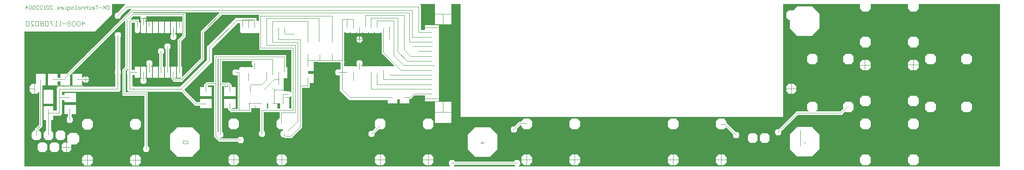
<source format=gbl>
*%FSLAX23Y23*%
*%MOIN*%
G01*
D12*
X7535Y8319D02*
X7684Y8469D01*
X6584Y8374D02*
X6474Y8265D01*
Y8220D02*
X6629Y8374D01*
X7470Y8319D02*
X7673Y8522D01*
X7406Y8167D02*
X7283Y8044D01*
X7436Y8465D02*
X7542Y8570D01*
X6556Y8374D02*
X6418Y8236D01*
X6526Y8430D02*
X6667Y8572D01*
X6620Y8430D02*
X6318Y8128D01*
X9277Y7313D02*
X9323D01*
Y7405D02*
X9277D01*
X9485Y7359D02*
X9512D01*
X9483Y7307D02*
X8974D01*
X9483D02*
X9483D01*
X9514D02*
X9589D01*
X9526Y7316D02*
X9523D01*
X9526D02*
X9589D01*
X9526Y7348D02*
X9523D01*
X9526D02*
X9589D01*
X9300Y7359D02*
X9254D01*
X9300D02*
X9346D01*
X8923Y7313D02*
X8877D01*
Y7405D02*
X8923D01*
X8103Y7313D02*
X8065D01*
Y7405D02*
X8103D01*
X8065Y7307D02*
X9007D01*
X8900Y7359D02*
X8854D01*
X8900D02*
X8946D01*
X8126D02*
X8080D01*
X8087Y7313D02*
X8057D01*
Y7405D02*
X8087D01*
X7703Y7313D02*
X7657D01*
Y7405D02*
X7703D01*
X7515Y7307D02*
X8087D01*
X8080Y7359D02*
X8034D01*
X7680D02*
X7634D01*
X7680D02*
X7726D01*
X6308Y7423D02*
X6272D01*
X6839Y7311D02*
X6885D01*
Y7403D02*
X6839D01*
X6485Y7311D02*
X6439D01*
Y7403D02*
X6485D01*
X7210Y7384D02*
X7335D01*
X6964Y7423D02*
X6937D01*
X6272Y7307D02*
X7741D01*
X6274D02*
X5938D01*
X6266Y7423D02*
X6274D01*
X6108D02*
X6066D01*
X6166D02*
X6208D01*
X11741Y7359D02*
X11787D01*
X11741D02*
X11695D01*
X11387D02*
X11341D01*
X11295D01*
X10567D02*
X10521D01*
X10475D01*
X10167D02*
X10121D01*
X10075D01*
X10016Y7348D02*
X10013D01*
X10013D01*
X9576D01*
X10013Y7316D02*
X10016D01*
X10013D02*
X10013D01*
X9576D01*
X10010Y7348D02*
X10013D01*
Y7316D02*
X10010D01*
X10056Y7307D02*
X14063D01*
X10056D02*
X10055D01*
X10025D02*
X10013D01*
X9576D01*
X10027Y7359D02*
X10054D01*
X12372Y7385D02*
X12497D01*
X9816Y7383D02*
X9691D01*
X11718Y7405D02*
X11764D01*
Y7313D02*
X11718D01*
X11364Y7405D02*
X11318D01*
Y7313D02*
X11364D01*
X10544Y7405D02*
X10498D01*
Y7313D02*
X10544D01*
X10144Y7405D02*
X10098D01*
Y7313D02*
X10144D01*
X12919Y7405D02*
X12965D01*
Y7313D02*
X12919D01*
X13319Y7405D02*
X13365D01*
Y7313D02*
X13319D01*
X6022Y7954D02*
Y7996D01*
Y7954D02*
Y7911D01*
X6021Y7627D02*
Y7618D01*
Y7607D01*
Y7605D01*
X6057Y7653D02*
Y7925D01*
X5938Y8430D02*
Y7307D01*
X5979Y7933D02*
Y7975D01*
X6033Y7996D02*
Y8079D01*
X5995Y7586D02*
Y7544D01*
X6045Y7486D02*
Y7444D01*
X5939Y7307D02*
Y8430D01*
X5941D02*
Y7307D01*
X5943D02*
Y8430D01*
X5945D02*
Y7307D01*
X5947D02*
Y8430D01*
X5949D02*
Y7307D01*
X5951D02*
Y8430D01*
X5953D02*
Y7307D01*
X5955D02*
Y8430D01*
X5957D02*
Y7307D01*
X5959D02*
Y8430D01*
X5961D02*
Y7307D01*
X5963D02*
Y8430D01*
X5965D02*
Y7307D01*
X5967D02*
Y8430D01*
X5969D02*
Y7307D01*
X5971D02*
Y8430D01*
X5973D02*
Y7307D01*
X5975D02*
Y8430D01*
X5977D02*
Y7307D01*
X5979D02*
Y8430D01*
X5981D02*
Y7977D01*
Y7931D02*
Y7307D01*
X5983Y7979D02*
Y8430D01*
Y7929D02*
Y7307D01*
X5985Y7981D02*
Y8430D01*
Y7927D02*
Y7307D01*
X5987Y7983D02*
Y8430D01*
Y7925D02*
Y7307D01*
X5989Y7985D02*
Y8430D01*
Y7923D02*
Y7307D01*
X5991Y7996D02*
Y8430D01*
Y7996D02*
Y7987D01*
Y7921D02*
Y7911D01*
Y7307D01*
X5993Y7996D02*
Y8430D01*
Y7996D02*
Y7989D01*
Y7919D02*
Y7911D01*
Y7307D01*
X5995Y7996D02*
Y8430D01*
Y7911D02*
Y7307D01*
X5997Y7996D02*
Y8430D01*
Y7911D02*
Y7588D01*
Y7542D02*
Y7307D01*
X5999Y7996D02*
Y8430D01*
Y7911D02*
Y7590D01*
Y7540D02*
Y7307D01*
X6001Y7996D02*
Y8430D01*
Y7911D02*
Y7592D01*
Y7538D02*
Y7307D01*
X6003Y7996D02*
Y8430D01*
Y7911D02*
Y7594D01*
Y7536D02*
Y7307D01*
X6005Y7996D02*
Y8430D01*
Y7911D02*
Y7596D01*
Y7534D02*
Y7307D01*
X6007Y7996D02*
Y8430D01*
Y7911D02*
Y7607D01*
Y7598D01*
Y7532D02*
Y7523D01*
Y7307D01*
X6009Y7996D02*
Y8430D01*
Y7911D02*
Y7607D01*
Y7600D01*
Y7530D02*
Y7523D01*
Y7307D01*
X6011Y7996D02*
Y8430D01*
Y7911D02*
Y7607D01*
Y7523D02*
Y7307D01*
X6013Y7996D02*
Y8430D01*
Y7911D02*
Y7627D01*
Y7607D01*
Y7523D02*
Y7307D01*
X6015Y7996D02*
Y8430D01*
Y7911D02*
Y7627D01*
Y7612D01*
Y7523D02*
Y7307D01*
X6017Y7996D02*
Y8430D01*
Y7911D02*
Y7627D01*
Y7614D01*
Y7523D02*
Y7307D01*
X6019Y7996D02*
Y8430D01*
Y7911D02*
Y7627D01*
Y7616D01*
Y7607D01*
Y7523D02*
Y7307D01*
X6021Y7996D02*
Y8430D01*
Y7911D02*
Y7627D01*
Y7618D01*
Y7607D01*
Y7523D02*
Y7307D01*
X6023Y7996D02*
Y8430D01*
Y7911D02*
Y7627D01*
Y7620D01*
Y7523D02*
Y7307D01*
X6025Y8079D02*
Y8430D01*
Y8079D02*
Y7996D01*
Y7911D02*
Y7627D01*
Y7523D02*
Y7307D01*
X6027Y8079D02*
Y8430D01*
Y8079D02*
Y7996D01*
Y7911D02*
Y7627D01*
Y7523D02*
Y7307D01*
X6029Y8079D02*
Y8430D01*
Y8079D02*
Y7996D01*
Y7911D02*
Y7627D01*
Y7523D02*
Y7307D01*
X6031Y8079D02*
Y8430D01*
Y8079D02*
Y7996D01*
Y7911D02*
Y7628D01*
Y7523D02*
Y7307D01*
X6033Y8079D02*
Y8430D01*
Y8079D02*
Y7996D01*
Y7911D02*
Y7630D01*
Y7523D02*
Y7307D01*
X6035Y8079D02*
Y8430D01*
Y7911D02*
Y7632D01*
Y7523D02*
Y7307D01*
X6037Y8079D02*
Y8430D01*
Y7911D02*
Y7634D01*
Y7523D02*
Y7307D01*
X6039Y8079D02*
Y8430D01*
Y7911D02*
Y7636D01*
Y7523D02*
Y7307D01*
X6041Y8079D02*
Y8430D01*
Y7911D02*
Y7638D01*
Y7523D02*
Y7307D01*
X6043Y8079D02*
Y8430D01*
Y7911D02*
Y7640D01*
Y7523D02*
Y7307D01*
X6045Y8079D02*
Y8430D01*
Y7911D02*
Y7642D01*
Y7523D02*
Y7307D01*
X6047Y8079D02*
Y8430D01*
Y7911D02*
Y7644D01*
Y7523D02*
Y7488D01*
Y7442D02*
Y7307D01*
X6049Y8079D02*
Y8430D01*
Y7917D02*
Y7911D01*
Y7646D01*
Y7523D02*
Y7490D01*
Y7440D02*
Y7307D01*
X6051Y8079D02*
Y8430D01*
Y7919D02*
Y7911D01*
Y7648D01*
Y7523D02*
Y7492D01*
Y7438D02*
Y7307D01*
X6053Y8079D02*
Y8430D01*
Y7921D02*
Y7650D01*
Y7523D02*
Y7494D01*
Y7436D02*
Y7307D01*
X6055Y8079D02*
Y8430D01*
Y7923D02*
Y7652D01*
Y7523D02*
Y7496D01*
Y7434D02*
Y7307D01*
X6057Y8079D02*
Y8430D01*
Y7523D02*
Y7507D01*
Y7498D01*
Y7432D02*
Y7423D01*
Y7307D01*
X6059Y8079D02*
Y8430D01*
Y7523D02*
Y7507D01*
Y7500D01*
Y7430D02*
Y7423D01*
Y7307D01*
X6061Y8079D02*
Y8430D01*
Y7523D02*
Y7507D01*
Y7423D02*
Y7307D01*
X6063Y8079D02*
Y8430D01*
Y7614D02*
Y7607D01*
Y7523D02*
Y7507D01*
Y7423D02*
Y7307D01*
X6065Y8079D02*
Y8430D01*
Y7616D02*
Y7607D01*
Y7600D01*
Y7530D02*
Y7523D01*
Y7507D01*
Y7423D02*
Y7307D01*
X6067Y8079D02*
Y8430D01*
Y7618D02*
Y7607D01*
Y7598D01*
Y7532D02*
Y7523D01*
Y7507D01*
Y7423D02*
Y7307D01*
X6069Y8079D02*
Y8430D01*
Y7620D02*
Y7596D01*
Y7534D02*
Y7507D01*
Y7423D02*
Y7307D01*
X6071Y8079D02*
Y8430D01*
Y7622D02*
Y7594D01*
Y7536D02*
Y7507D01*
Y7423D02*
Y7307D01*
X6073Y8079D02*
Y8430D01*
Y7624D02*
Y7592D01*
Y7538D02*
Y7507D01*
Y7423D02*
Y7307D01*
X6075Y8079D02*
Y8430D01*
Y7626D02*
Y7590D01*
Y7540D02*
Y7507D01*
Y7423D02*
Y7307D01*
X6019Y7607D02*
X6015Y7611D01*
X6019Y7607D02*
X6021Y7605D01*
X6000Y7911D02*
X5979Y7933D01*
X5995Y7544D02*
X6016Y7523D01*
X6079Y7586D02*
X6058Y7607D01*
X6045Y7444D02*
X6066Y7423D01*
X6057Y7608D02*
X6076Y7627D01*
X6057Y7608D02*
X6056Y7607D01*
X6053Y7605D01*
Y7650D02*
X6057Y7653D01*
X6053Y7650D02*
X6034Y7631D01*
X6031Y7627D01*
X6021Y7618D01*
X6015Y7611D01*
X5979Y7975D02*
X6000Y7996D01*
X6057Y7925D02*
X6043Y7911D01*
X6016Y7607D02*
X5995Y7586D01*
X6058Y7523D02*
X6079Y7544D01*
X6066Y7507D02*
X6045Y7486D01*
X9277Y7613D02*
X9323D01*
X8923D02*
X8890D01*
X8842Y7549D02*
X8815D01*
Y7603D02*
X8835D01*
X8097Y7548D02*
X8081D01*
X8097D02*
X8099D01*
X8241Y7616D02*
X8250D01*
Y7636D02*
X8253D01*
X8114Y7540D02*
X8111D01*
X8114D02*
X8120D01*
X8152D01*
X8158D01*
X8165D01*
X8174D01*
X8097D02*
X8094D01*
X8097D02*
X8107D01*
X8114D01*
X8067Y7583D02*
X8065D01*
X8057Y7613D02*
X8087D01*
X7703D02*
X7657D01*
X8081Y7548D02*
X8087D01*
Y7602D02*
X8081D01*
X7930Y7551D02*
X7903D01*
X7751Y7498D02*
X7724D01*
Y7552D02*
X7751D01*
X7583Y7543D02*
X7568D01*
X7525Y7541D02*
X7515D01*
X7547Y7509D02*
X7557D01*
X7570D01*
X7711D01*
X7713D01*
X7711Y7541D02*
X7570D01*
X7711D02*
X7714D01*
X6292Y7507D02*
X6272D01*
X6292D02*
X6297D01*
X6329Y7486D02*
X6369D01*
Y7588D02*
X6318D01*
X6839Y7611D02*
X6885D01*
X6485D02*
X6439D01*
X7210Y7634D02*
X7335D01*
X7724Y7498D02*
X7741D01*
X6031Y7627D02*
X6021D01*
X6079Y7631D02*
X6089D01*
X6266Y7507D02*
X6274D01*
X6058Y7607D02*
X6056D01*
X6021D02*
X6019D01*
X6016D01*
Y7523D02*
X6058D01*
X6066Y7507D02*
X6108D01*
X6116Y7523D02*
X6158D01*
X6166Y7507D02*
X6208D01*
X6216Y7607D02*
X6258D01*
Y7523D02*
X6216D01*
X10001Y7640D02*
X10018D01*
X10009Y7586D02*
X10028D01*
X10009D02*
X10004D01*
X10001D01*
X11861Y7594D02*
X11879D01*
Y7540D02*
X11852D01*
X12203Y7618D02*
X12221D01*
X12230Y7564D02*
X12203D01*
X12372Y7635D02*
X12497D01*
X9816Y7633D02*
X9691D01*
X11718Y7613D02*
X11764D01*
X11364D02*
X11318D01*
X11983Y7584D02*
X12025D01*
Y7500D02*
X11983D01*
X12083Y7584D02*
X12125D01*
Y7500D02*
X12083D01*
X10544Y7613D02*
X10498D01*
X10144D02*
X10098D01*
X12919Y7613D02*
X12965D01*
X13319D02*
X13365D01*
X6271Y8079D02*
Y8089D01*
X6269Y8087D02*
Y8079D01*
X6257Y7979D02*
Y7974D01*
Y8079D02*
Y8098D01*
X6265Y7979D02*
Y7974D01*
Y8079D02*
Y8083D01*
X6089Y7979D02*
Y7948D01*
Y7828D01*
Y7809D01*
Y7689D01*
Y7653D01*
Y7640D01*
Y7631D01*
X6160Y7607D02*
Y7689D01*
Y7607D02*
Y7606D01*
X6114Y7607D02*
Y7689D01*
Y7607D02*
Y7605D01*
X6250Y7802D02*
Y7857D01*
Y7802D02*
Y7781D01*
Y7778D01*
X6204Y7940D02*
Y7951D01*
Y7940D02*
Y7802D01*
Y7781D01*
Y7778D01*
X6250Y7770D02*
Y7790D01*
Y7770D02*
Y7763D01*
Y7751D01*
Y7748D01*
X6204Y7774D02*
Y7790D01*
X6251Y7903D02*
Y7928D01*
X6250Y7763D02*
Y7740D01*
Y7737D01*
X6204Y7940D02*
Y7963D01*
Y7940D02*
Y7937D01*
X6205Y7963D02*
Y7964D01*
X6236Y8045D02*
Y8079D01*
Y8013D02*
Y7979D01*
X6215Y8045D02*
Y8079D01*
Y8013D02*
Y7979D01*
X6133D02*
Y8079D01*
X6115D02*
Y7979D01*
X6267Y7821D02*
Y7739D01*
Y7903D02*
Y7921D01*
Y7857D02*
Y7839D01*
X6179Y7828D02*
Y7948D01*
X6094D02*
Y7828D01*
X6179Y7809D02*
Y7774D01*
Y7728D02*
Y7689D01*
X6094D02*
Y7809D01*
X6245Y7486D02*
Y7444D01*
X6079Y7544D02*
Y7586D01*
X6129Y7486D02*
Y7444D01*
X6095Y7544D02*
Y7586D01*
X6179D02*
Y7544D01*
X6145Y7486D02*
Y7444D01*
X6229D02*
Y7486D01*
X6195Y7544D02*
Y7586D01*
X6077Y8079D02*
Y8430D01*
Y7628D02*
Y7588D01*
Y7542D02*
Y7507D01*
Y7423D02*
Y7307D01*
X6079Y8079D02*
Y8430D01*
Y7630D02*
Y7586D01*
Y7544D02*
Y7507D01*
Y7423D02*
Y7307D01*
X6081Y8079D02*
Y8430D01*
Y7631D02*
Y7507D01*
Y7423D02*
Y7307D01*
X6083Y8079D02*
Y8430D01*
Y7631D02*
Y7507D01*
Y7423D02*
Y7307D01*
X6085Y8079D02*
Y8430D01*
Y7631D02*
Y7507D01*
Y7423D02*
Y7307D01*
X6087Y8079D02*
Y8430D01*
Y7638D02*
Y7631D01*
Y7507D01*
Y7423D02*
Y7307D01*
X6089Y8079D02*
Y8430D01*
Y7979D02*
Y7948D01*
Y7828D01*
Y7809D01*
Y7689D01*
Y7653D01*
Y7640D01*
Y7631D01*
Y7507D01*
Y7423D02*
Y7307D01*
X6091Y8079D02*
Y8430D01*
Y7979D02*
Y7948D01*
Y7828D01*
Y7809D01*
Y7689D01*
Y7651D01*
Y7642D01*
Y7631D01*
Y7507D01*
Y7423D02*
Y7307D01*
X6093Y8079D02*
Y8430D01*
Y7979D02*
Y7948D01*
Y7828D01*
Y7809D01*
Y7689D01*
Y7649D01*
Y7644D02*
Y7631D01*
Y7507D01*
Y7423D02*
Y7307D01*
X6095Y8079D02*
Y8430D01*
Y7979D02*
Y7948D01*
Y7828D02*
Y7809D01*
Y7689D02*
Y7647D01*
Y7646D02*
Y7631D01*
Y7507D01*
Y7423D02*
Y7307D01*
X6097Y8079D02*
Y8430D01*
Y7979D02*
Y7948D01*
Y7828D02*
Y7809D01*
Y7689D02*
Y7631D01*
Y7588D01*
Y7542D02*
Y7507D01*
Y7423D02*
Y7307D01*
X6099Y8079D02*
Y8430D01*
Y7979D02*
Y7948D01*
Y7828D02*
Y7809D01*
Y7689D02*
Y7590D01*
Y7540D02*
Y7507D01*
Y7423D02*
Y7307D01*
X6101Y8079D02*
Y8430D01*
Y7979D02*
Y7948D01*
Y7828D02*
Y7809D01*
Y7689D02*
Y7592D01*
Y7538D02*
Y7507D01*
Y7423D02*
Y7307D01*
X6103Y8079D02*
Y8430D01*
Y7979D02*
Y7948D01*
Y7828D02*
Y7809D01*
Y7689D02*
Y7594D01*
Y7536D02*
Y7507D01*
Y7423D02*
Y7307D01*
X6105Y8079D02*
Y8430D01*
Y7979D02*
Y7948D01*
Y7828D02*
Y7809D01*
Y7689D02*
Y7596D01*
Y7534D02*
Y7507D01*
Y7423D02*
Y7307D01*
X6107Y8079D02*
Y8430D01*
Y7979D02*
Y7948D01*
Y7828D02*
Y7809D01*
Y7689D02*
Y7607D01*
Y7598D01*
Y7532D02*
Y7523D01*
Y7507D01*
Y7423D02*
Y7307D01*
X6109Y8079D02*
Y8430D01*
Y7979D02*
Y7948D01*
Y7828D02*
Y7809D01*
Y7689D02*
Y7607D01*
Y7600D01*
Y7530D02*
Y7523D01*
Y7507D01*
Y7423D02*
Y7307D01*
X6111Y8079D02*
Y8430D01*
Y7979D02*
Y7948D01*
Y7828D02*
Y7809D01*
Y7689D02*
Y7607D01*
Y7523D02*
Y7507D01*
Y7423D02*
Y7307D01*
X6113Y8079D02*
Y8430D01*
Y7979D02*
Y7948D01*
Y7828D02*
Y7809D01*
Y7689D02*
Y7607D01*
Y7523D02*
Y7507D01*
Y7423D02*
Y7307D01*
X6115Y8079D02*
Y8430D01*
Y7979D02*
Y7948D01*
Y7828D02*
Y7809D01*
Y7523D02*
Y7507D01*
Y7500D01*
Y7430D02*
Y7423D01*
Y7307D01*
X6117Y8079D02*
Y8430D01*
Y8079D02*
Y7979D01*
Y7948D01*
Y7828D02*
Y7809D01*
Y7523D02*
Y7507D01*
Y7498D01*
Y7432D02*
Y7423D01*
Y7307D01*
X6119Y8079D02*
Y8430D01*
Y8079D02*
Y7979D01*
Y7948D01*
Y7828D02*
Y7809D01*
Y7523D02*
Y7496D01*
Y7434D02*
Y7307D01*
X6121Y8079D02*
Y8430D01*
Y8079D02*
Y7979D01*
Y7948D01*
Y7828D02*
Y7809D01*
Y7523D02*
Y7494D01*
Y7436D02*
Y7307D01*
X6123Y8079D02*
Y8430D01*
Y8079D02*
Y7979D01*
Y7948D01*
Y7828D02*
Y7809D01*
Y7523D02*
Y7492D01*
Y7438D02*
Y7307D01*
X6125Y8079D02*
Y8430D01*
Y8079D02*
Y7979D01*
Y7948D01*
Y7828D02*
Y7809D01*
Y7523D02*
Y7490D01*
Y7440D02*
Y7307D01*
X6127Y8079D02*
Y8430D01*
Y8079D02*
Y7979D01*
Y7948D01*
Y7828D02*
Y7809D01*
Y7523D02*
Y7488D01*
Y7442D02*
Y7307D01*
X6129Y8079D02*
Y8430D01*
Y8079D02*
Y7979D01*
Y7948D01*
Y7828D02*
Y7809D01*
Y7523D02*
Y7486D01*
Y7444D02*
Y7307D01*
X6131Y8079D02*
Y8430D01*
Y8079D02*
Y7979D01*
Y7948D01*
Y7828D02*
Y7809D01*
Y7523D02*
Y7307D01*
X6133Y8079D02*
Y8430D01*
Y8079D02*
Y7979D01*
Y7948D01*
Y7828D02*
Y7809D01*
Y7523D02*
Y7307D01*
X6135Y8079D02*
Y8430D01*
Y7979D02*
Y7948D01*
Y7828D02*
Y7809D01*
Y7523D02*
Y7307D01*
X6137Y8079D02*
Y8430D01*
Y7979D02*
Y7948D01*
Y7828D02*
Y7809D01*
Y7523D02*
Y7307D01*
X6139Y8079D02*
Y8430D01*
Y7979D02*
Y7948D01*
Y7828D02*
Y7809D01*
Y7523D02*
Y7307D01*
X6141Y8079D02*
Y8430D01*
Y7979D02*
Y7948D01*
Y7828D02*
Y7809D01*
Y7523D02*
Y7307D01*
X6143Y8079D02*
Y8430D01*
Y7979D02*
Y7948D01*
Y7828D02*
Y7809D01*
Y7523D02*
Y7307D01*
X6145Y8079D02*
Y8430D01*
Y7979D02*
Y7948D01*
Y7828D02*
Y7809D01*
Y7523D02*
Y7307D01*
X6147Y8079D02*
Y8430D01*
Y7979D02*
Y7948D01*
Y7828D02*
Y7809D01*
Y7523D02*
Y7488D01*
Y7442D02*
Y7307D01*
X6149Y8079D02*
Y8430D01*
Y7979D02*
Y7948D01*
Y7828D02*
Y7809D01*
Y7523D02*
Y7490D01*
Y7440D02*
Y7307D01*
X6151Y8079D02*
Y8430D01*
Y7979D02*
Y7948D01*
Y7828D02*
Y7809D01*
Y7523D02*
Y7492D01*
Y7438D02*
Y7307D01*
X6153Y8079D02*
Y8430D01*
Y7979D02*
Y7948D01*
Y7828D02*
Y7809D01*
Y7523D02*
Y7494D01*
Y7436D02*
Y7307D01*
X6155Y8079D02*
Y8430D01*
Y7979D02*
Y7948D01*
Y7828D02*
Y7809D01*
Y7523D02*
Y7496D01*
Y7434D02*
Y7307D01*
X6157Y8079D02*
Y8430D01*
Y7979D02*
Y7948D01*
Y7828D02*
Y7809D01*
Y7523D02*
Y7507D01*
Y7498D01*
Y7432D02*
Y7423D01*
Y7307D01*
X6159Y8079D02*
Y8430D01*
Y7979D02*
Y7948D01*
Y7828D02*
Y7809D01*
Y7523D02*
Y7507D01*
Y7500D01*
Y7430D02*
Y7423D01*
Y7307D01*
X6161Y8079D02*
Y8430D01*
Y7979D02*
Y7948D01*
Y7828D02*
Y7809D01*
Y7689D02*
Y7607D01*
Y7523D02*
Y7507D01*
Y7423D02*
Y7307D01*
X6163Y8079D02*
Y8430D01*
Y7979D02*
Y7948D01*
Y7828D02*
Y7809D01*
Y7689D02*
Y7607D01*
Y7523D02*
Y7507D01*
Y7423D02*
Y7307D01*
X6165Y8079D02*
Y8430D01*
Y7979D02*
Y7948D01*
Y7828D02*
Y7809D01*
Y7689D02*
Y7607D01*
Y7600D01*
Y7530D02*
Y7523D01*
Y7507D01*
Y7423D02*
Y7307D01*
X6167Y8079D02*
Y8430D01*
Y7979D02*
Y7948D01*
Y7828D02*
Y7809D01*
Y7689D02*
Y7607D01*
Y7598D01*
Y7532D02*
Y7523D01*
Y7507D01*
Y7423D02*
Y7307D01*
X6169Y8079D02*
Y8430D01*
Y7979D02*
Y7948D01*
Y7828D02*
Y7809D01*
Y7689D02*
Y7596D01*
Y7534D02*
Y7507D01*
Y7423D02*
Y7307D01*
X6171Y8079D02*
Y8430D01*
Y7979D02*
Y7948D01*
Y7828D02*
Y7809D01*
Y7689D02*
Y7594D01*
Y7536D02*
Y7507D01*
Y7423D02*
Y7307D01*
X6173Y8079D02*
Y8430D01*
Y7979D02*
Y7948D01*
Y7828D02*
Y7809D01*
Y7689D02*
Y7592D01*
Y7538D02*
Y7507D01*
Y7423D02*
Y7307D01*
X6175Y8079D02*
Y8430D01*
Y7979D02*
Y7948D01*
Y7828D02*
Y7809D01*
Y7689D02*
Y7590D01*
Y7540D02*
Y7507D01*
Y7423D02*
Y7307D01*
X6177Y8079D02*
Y8430D01*
Y7979D02*
Y7948D01*
Y7828D02*
Y7809D01*
Y7689D02*
Y7588D01*
Y7542D02*
Y7507D01*
Y7423D02*
Y7307D01*
X6179Y8079D02*
Y8430D01*
Y7979D02*
Y7948D01*
Y7828D02*
Y7809D01*
Y7689D02*
Y7586D01*
Y7544D02*
Y7507D01*
Y7423D02*
Y7307D01*
X6181Y8079D02*
Y8430D01*
Y7979D02*
Y7948D01*
Y7828D01*
Y7809D01*
Y7774D01*
Y7728D02*
Y7689D01*
Y7507D01*
Y7423D02*
Y7307D01*
X6183Y8079D02*
Y8430D01*
Y7979D02*
Y7948D01*
Y7828D01*
Y7809D01*
Y7774D01*
Y7728D02*
Y7689D01*
Y7507D01*
Y7423D02*
Y7307D01*
X6185Y8079D02*
Y8430D01*
Y7979D02*
Y7948D01*
Y7828D01*
Y7809D01*
Y7774D01*
Y7728D02*
Y7689D01*
Y7507D01*
Y7423D02*
Y7307D01*
X6187Y8079D02*
Y8430D01*
Y7979D02*
Y7948D01*
Y7828D01*
Y7809D01*
Y7774D01*
Y7728D02*
Y7689D01*
Y7507D01*
Y7423D02*
Y7307D01*
X6189Y8079D02*
Y8430D01*
Y7979D02*
Y7948D01*
Y7828D01*
Y7809D01*
Y7774D01*
Y7728D02*
Y7689D01*
Y7507D01*
Y7423D02*
Y7307D01*
X6191Y8079D02*
Y8430D01*
Y7979D02*
Y7774D01*
Y7728D02*
Y7507D01*
Y7423D02*
Y7307D01*
X6193Y8079D02*
Y8430D01*
Y7979D02*
Y7774D01*
Y7728D02*
Y7507D01*
Y7423D02*
Y7307D01*
X6195Y8079D02*
Y8430D01*
Y7979D02*
Y7774D01*
Y7728D02*
Y7507D01*
Y7423D02*
Y7307D01*
X6197Y8079D02*
Y8430D01*
Y7979D02*
Y7774D01*
Y7728D02*
Y7588D01*
Y7542D02*
Y7507D01*
Y7423D02*
Y7307D01*
X6199Y8079D02*
Y8430D01*
Y7979D02*
Y7774D01*
Y7728D02*
Y7590D01*
Y7540D02*
Y7507D01*
Y7423D02*
Y7307D01*
X6201Y8079D02*
Y8430D01*
Y7979D02*
Y7774D01*
Y7728D02*
Y7592D01*
Y7538D02*
Y7507D01*
Y7423D02*
Y7307D01*
X6203Y8079D02*
Y8430D01*
Y7979D02*
Y7774D01*
Y7728D02*
Y7594D01*
Y7536D02*
Y7507D01*
Y7423D02*
Y7307D01*
X6205Y8079D02*
Y8430D01*
Y7979D02*
Y7964D01*
Y7728D02*
Y7596D01*
Y7534D02*
Y7507D01*
Y7423D02*
Y7307D01*
X6207Y8079D02*
Y8430D01*
Y7974D02*
Y7966D01*
Y7728D02*
Y7607D01*
Y7598D01*
Y7532D02*
Y7523D01*
Y7507D01*
Y7423D02*
Y7307D01*
X6209Y8079D02*
Y8430D01*
Y7974D02*
Y7968D01*
Y7728D02*
Y7607D01*
Y7600D01*
Y7530D02*
Y7523D01*
Y7507D01*
Y7423D02*
Y7307D01*
X6211Y8079D02*
Y8430D01*
Y7728D02*
Y7607D01*
Y7523D02*
Y7507D01*
Y7423D02*
Y7307D01*
X6213Y8079D02*
Y8430D01*
Y7728D02*
Y7607D01*
Y7523D02*
Y7507D01*
Y7423D02*
Y7307D01*
X6215Y8079D02*
Y8430D01*
Y7728D02*
Y7607D01*
Y7523D02*
Y7507D01*
Y7500D01*
Y7430D02*
Y7423D01*
Y7307D01*
X6217Y8079D02*
Y8430D01*
Y8079D02*
Y8045D01*
Y8013D02*
Y7979D01*
Y7728D02*
Y7607D01*
Y7523D02*
Y7507D01*
Y7498D01*
Y7432D02*
Y7423D01*
Y7307D01*
X6219Y8079D02*
Y8430D01*
Y8079D02*
Y8045D01*
Y8013D02*
Y7979D01*
Y7728D02*
Y7607D01*
Y7523D02*
Y7496D01*
Y7434D02*
Y7307D01*
X6221Y8079D02*
Y8430D01*
Y8079D02*
Y8045D01*
Y8013D02*
Y7979D01*
Y7728D02*
Y7607D01*
Y7523D02*
Y7494D01*
Y7436D02*
Y7307D01*
X6223Y8079D02*
Y8430D01*
Y8079D02*
Y8045D01*
Y8013D02*
Y7979D01*
Y7728D02*
Y7607D01*
Y7523D02*
Y7492D01*
Y7438D02*
Y7307D01*
X6225Y8079D02*
Y8430D01*
Y8079D02*
Y8045D01*
Y8013D02*
Y7979D01*
Y7728D02*
Y7607D01*
Y7523D02*
Y7490D01*
Y7440D02*
Y7307D01*
X6227Y8079D02*
Y8430D01*
Y8079D02*
Y8045D01*
Y8013D02*
Y7979D01*
Y7728D02*
Y7607D01*
Y7523D02*
Y7488D01*
Y7442D02*
Y7307D01*
X6229Y8079D02*
Y8430D01*
Y8079D02*
Y8045D01*
Y8013D02*
Y7979D01*
Y7728D02*
Y7607D01*
Y7523D02*
Y7486D01*
Y7444D02*
Y7307D01*
X6231Y8079D02*
Y8430D01*
Y8079D02*
Y8045D01*
Y8013D02*
Y7979D01*
Y7728D02*
Y7607D01*
Y7523D02*
Y7307D01*
X6233Y8079D02*
Y8430D01*
Y8079D02*
Y8045D01*
Y8013D02*
Y7979D01*
Y7728D02*
Y7607D01*
Y7523D02*
Y7307D01*
X6235Y8079D02*
Y8430D01*
Y8079D02*
Y8045D01*
Y8013D02*
Y7979D01*
Y7728D02*
Y7607D01*
Y7523D02*
Y7307D01*
X6237Y8079D02*
Y8430D01*
Y7728D02*
Y7607D01*
Y7523D02*
Y7307D01*
X6239Y8079D02*
Y8430D01*
Y7728D02*
Y7607D01*
Y7523D02*
Y7307D01*
X6241Y8079D02*
Y8430D01*
Y7728D02*
Y7607D01*
Y7523D02*
Y7307D01*
X6243Y8079D02*
Y8430D01*
Y7728D02*
Y7607D01*
Y7523D02*
Y7307D01*
X6245Y8079D02*
Y8430D01*
Y7735D02*
Y7728D01*
Y7607D01*
Y7523D02*
Y7307D01*
X6247Y8079D02*
Y8430D01*
Y7737D02*
Y7728D01*
Y7607D01*
Y7523D02*
Y7488D01*
Y7442D02*
Y7307D01*
X6249Y8079D02*
Y8430D01*
Y7739D02*
Y7607D01*
Y7523D02*
Y7490D01*
Y7440D02*
Y7307D01*
X6251Y8079D02*
Y8430D01*
Y7857D02*
Y7607D01*
Y7523D02*
Y7492D01*
Y7438D02*
Y7307D01*
X6253Y8079D02*
Y8430D01*
Y7928D02*
Y7903D01*
Y7857D02*
Y7607D01*
Y7523D02*
Y7494D01*
Y7436D02*
Y7307D01*
X6255Y8079D02*
Y8430D01*
Y7928D02*
Y7903D01*
Y7857D02*
Y7607D01*
Y7523D02*
Y7496D01*
Y7434D02*
Y7307D01*
X6257Y8079D02*
Y8430D01*
Y7928D02*
Y7921D01*
Y7903D01*
Y7857D02*
Y7839D01*
Y7821D01*
Y7739D01*
Y7607D01*
Y7523D02*
Y7507D01*
Y7498D01*
Y7432D02*
Y7423D01*
Y7307D01*
X6259Y8079D02*
Y8430D01*
Y7928D02*
Y7921D01*
Y7903D01*
Y7857D02*
Y7839D01*
Y7821D01*
Y7739D01*
Y7607D01*
Y7523D02*
Y7507D01*
Y7500D01*
Y7430D02*
Y7423D01*
Y7307D01*
X6261Y8079D02*
Y8430D01*
Y7928D02*
Y7921D01*
Y7903D01*
Y7857D02*
Y7839D01*
Y7821D01*
Y7739D01*
Y7607D01*
Y7523D02*
Y7507D01*
Y7423D02*
Y7307D01*
X6263Y8079D02*
Y8430D01*
Y7928D02*
Y7921D01*
Y7903D01*
Y7857D02*
Y7839D01*
Y7821D01*
Y7739D01*
Y7607D01*
Y7523D02*
Y7507D01*
Y7423D02*
Y7307D01*
X6265Y8079D02*
Y8430D01*
Y7928D02*
Y7921D01*
Y7903D01*
Y7857D02*
Y7839D01*
Y7821D01*
Y7739D01*
Y7607D01*
Y7600D01*
Y7530D02*
Y7523D01*
Y7507D01*
Y7423D02*
Y7307D01*
X6267Y8079D02*
Y8430D01*
Y7928D02*
Y7921D01*
Y7839D02*
Y7821D01*
Y7739D02*
Y7607D01*
Y7598D01*
Y7532D02*
Y7523D01*
Y7507D01*
Y7423D02*
Y7307D01*
X6269Y8079D02*
Y8430D01*
Y7928D02*
Y7921D01*
Y7839D02*
Y7821D01*
Y7739D02*
Y7596D01*
Y7534D02*
Y7507D01*
Y7423D02*
Y7307D01*
X6271Y8079D02*
Y8430D01*
Y7928D02*
Y7921D01*
Y7839D02*
Y7821D01*
Y7739D02*
Y7594D01*
Y7536D02*
Y7507D01*
Y7423D02*
Y7307D01*
X6264Y7974D02*
X6264Y7979D01*
X6258Y8079D02*
X6257Y8098D01*
X6089Y7653D02*
X6095Y7647D01*
X6245Y7444D02*
X6266Y7423D01*
X6129Y7486D02*
X6108Y7507D01*
X6098Y7542D02*
X6095Y7544D01*
X6098Y7542D02*
X6116Y7523D01*
X6179Y7586D02*
X6160Y7606D01*
X6145Y7444D02*
X6166Y7423D01*
X6229Y7486D02*
X6208Y7507D01*
X6216Y7523D02*
X6195Y7544D01*
X6258Y7607D02*
X6274Y7592D01*
X6265Y8083D02*
X6294Y8112D01*
X6095Y7647D02*
X6095Y7646D01*
X6089Y7640D01*
X6079Y7631D01*
X6079Y7630D01*
X6076Y7627D01*
X6204Y7963D02*
X6216Y7974D01*
X6250Y7740D02*
X6239Y7728D01*
X6205Y7963D02*
X6217Y7974D01*
X6266Y7507D02*
X6245Y7486D01*
X6129Y7444D02*
X6108Y7423D01*
X6158Y7523D02*
X6179Y7544D01*
X6166Y7507D02*
X6145Y7486D01*
X6208Y7423D02*
X6229Y7444D01*
X6195Y7586D02*
X6216Y7607D01*
X6274Y7539D02*
X6258Y7523D01*
X9062Y7829D02*
X9144D01*
X9044D02*
X8974D01*
X9354Y7667D02*
X9494D01*
X9323Y7705D02*
X9277D01*
X9569Y7715D02*
X9589D01*
X9569Y7741D02*
X9494D01*
X9007Y7829D02*
X8962D01*
X8923Y7705D02*
X8877D01*
X8063D02*
X8057D01*
X7703D02*
X7657D01*
X7859Y7789D02*
X7899D01*
X7859D02*
X7827D01*
X7629D02*
X7599D01*
X7629D02*
X7632D01*
X7668D02*
X7699D01*
X7642Y7770D02*
X7632D01*
X7795Y7756D02*
X7827D01*
X7896Y7758D02*
X7899D01*
X7931D02*
X8063D01*
X7964Y7790D02*
X7959D01*
X8046D02*
X8064D01*
X8146D02*
X8158D01*
X7656Y7756D02*
X7646D01*
X7656D02*
X7669D01*
X7710D01*
X7742D01*
X7786D01*
X7795D01*
X7699Y7788D02*
X7669D01*
X7699D02*
X7710D01*
Y7789D02*
X7707D01*
X7959Y7829D02*
X7964D01*
X8046D02*
X8064D01*
X8146D02*
X8158D01*
X8055D02*
X8005D01*
X7358Y7811D02*
X7348D01*
X7358D02*
X7371D01*
X7399D01*
Y7792D02*
X7362D01*
X7499D02*
X7515D01*
X6367Y7821D02*
X6272D01*
Y7739D02*
X6298D01*
X6330D02*
X6367D01*
X6839Y7703D02*
X6885D01*
X6485D02*
X6439D01*
X7399Y7789D02*
X7499D01*
X6327Y7668D02*
X6300D01*
X6934Y7831D02*
X6935D01*
X6965D02*
X6966D01*
X7499Y7821D02*
X7515D01*
X9494Y7725D02*
X9569D01*
X6239Y7728D02*
X6216D01*
X6213D01*
X6204Y7774D02*
X6179D01*
X6216Y7728D02*
X6227D01*
X6216D02*
X6179D01*
X6267Y7739D02*
X6274D01*
Y7821D02*
X6267D01*
X6179Y7828D02*
X6094D01*
X6160Y7689D02*
X6179D01*
X6114D02*
X6094D01*
Y7809D02*
X6179D01*
X10070Y7679D02*
X10075D01*
X10070D02*
X10057D01*
X10048D01*
X10070Y7647D02*
X10075D01*
X11787Y7673D02*
X11791D01*
X12734Y7766D02*
X12734D01*
X12734D02*
X12702D01*
X12533D01*
X12467D02*
X12381D01*
X12368D01*
X12359D01*
X12356D01*
X12734Y7734D02*
X12734D01*
X12734D02*
X12702D01*
X12381D01*
X12699Y7766D02*
X12702D01*
X12747Y7734D02*
X12757D01*
X12747D02*
X12734D01*
X12702D02*
X12699D01*
X9599Y7715D02*
X9599D01*
X9576D01*
X12228D02*
X12258D01*
X12228D02*
X9599D01*
X11718Y7705D02*
X11764D01*
X11364D02*
X11318D01*
X10544D02*
X10498D01*
X10144D02*
X10098D01*
X13462Y7756D02*
X13508D01*
X13762D02*
X13808D01*
X12965Y7705D02*
X12919D01*
X13319D02*
X13365D01*
Y7806D02*
X13319D01*
X12965D02*
X12919D01*
X12823Y7756D02*
X12777D01*
X6467Y7974D02*
Y8004D01*
Y8011D01*
Y8052D02*
Y8058D01*
Y8213D01*
Y8258D02*
Y8285D01*
X6465Y8004D02*
Y7974D01*
Y8058D02*
Y8211D01*
Y8256D02*
Y8283D01*
X6463Y8004D02*
Y7974D01*
Y8058D02*
Y8209D01*
Y8254D02*
Y8281D01*
X6461Y8004D02*
Y7974D01*
Y8058D02*
Y8207D01*
Y8252D02*
Y8279D01*
X6459Y8004D02*
Y7974D01*
Y8058D02*
Y8205D01*
Y8250D02*
Y8277D01*
X6457Y8004D02*
Y7974D01*
Y8058D02*
Y8203D01*
Y8248D02*
Y8275D01*
X6455Y8004D02*
Y7974D01*
Y8058D02*
Y8201D01*
Y8246D02*
Y8273D01*
X6453Y8004D02*
Y7974D01*
Y8058D02*
Y8199D01*
Y8244D02*
Y8271D01*
X6451Y8004D02*
Y7974D01*
Y8058D02*
Y8197D01*
Y8242D02*
Y8269D01*
X6449Y8004D02*
Y7974D01*
Y8058D02*
Y8195D01*
Y8240D02*
Y8267D01*
X6447Y8004D02*
Y7974D01*
Y8058D02*
Y8193D01*
Y8238D02*
Y8265D01*
X6445Y8004D02*
Y7974D01*
Y8058D02*
Y8191D01*
Y8236D02*
Y8263D01*
X6443Y8004D02*
Y7974D01*
Y8058D02*
Y8189D01*
Y8234D02*
Y8261D01*
X6441Y8004D02*
Y7974D01*
Y8058D02*
Y8187D01*
Y8232D02*
Y8259D01*
X6439Y8004D02*
Y7974D01*
Y8058D02*
Y8185D01*
Y8230D02*
Y8257D01*
X6437Y8004D02*
Y7974D01*
Y8058D02*
Y8183D01*
Y8228D02*
Y8255D01*
X6435Y8004D02*
Y7974D01*
Y8058D02*
Y8181D01*
Y8226D02*
Y8253D01*
X6433Y8004D02*
Y7974D01*
Y8058D02*
Y8179D01*
Y8224D02*
Y8251D01*
X6431Y8004D02*
Y7974D01*
Y8058D02*
Y8177D01*
Y8222D02*
Y8249D01*
X6429Y8004D02*
Y7974D01*
Y8058D02*
Y8175D01*
Y8220D02*
Y8247D01*
X6427Y8004D02*
Y7979D01*
Y8004D02*
Y8011D01*
Y8052D02*
Y8058D01*
Y8079D01*
Y8173D01*
Y8218D02*
Y8245D01*
X6425Y8004D02*
Y7979D01*
Y8004D02*
Y8013D01*
Y8050D02*
Y8058D01*
Y8079D01*
Y8171D01*
Y8216D02*
Y8243D01*
X6423Y8015D02*
Y7979D01*
Y8048D02*
Y8079D01*
Y8169D01*
Y8214D02*
Y8241D01*
X6421Y8015D02*
Y7979D01*
Y8047D02*
Y8079D01*
Y8167D01*
Y8212D02*
Y8239D01*
X6419Y8015D02*
Y7979D01*
Y8047D02*
Y8079D01*
Y8165D01*
Y8210D02*
Y8237D01*
X6417Y8163D02*
Y8079D01*
Y8208D02*
Y8235D01*
X6415Y8161D02*
Y8079D01*
Y8206D02*
Y8233D01*
X6413Y8159D02*
Y8079D01*
Y8204D02*
Y8231D01*
X6411Y8157D02*
Y8079D01*
Y8202D02*
Y8229D01*
X6409Y8155D02*
Y8079D01*
Y8200D02*
Y8227D01*
X6407Y8153D02*
Y8079D01*
Y8198D02*
Y8225D01*
X6405Y8151D02*
Y8079D01*
Y8196D02*
Y8223D01*
X6403Y8149D02*
Y8079D01*
Y8194D02*
Y8221D01*
X6401Y8147D02*
Y8079D01*
Y8192D02*
Y8219D01*
X6399Y8145D02*
Y8079D01*
Y8190D02*
Y8217D01*
X6397Y8143D02*
Y8079D01*
Y8188D02*
Y8215D01*
X6395Y8141D02*
Y8079D01*
Y8186D02*
Y8213D01*
X6393Y8139D02*
Y8079D01*
Y8184D02*
Y8211D01*
X6391Y8137D02*
Y8079D01*
Y8182D02*
Y8209D01*
X6389Y8135D02*
Y8079D01*
Y8180D02*
Y8207D01*
X6387Y8133D02*
Y8079D01*
Y8178D02*
Y8205D01*
X6385Y8131D02*
Y8079D01*
Y8176D02*
Y8203D01*
X6383Y8129D02*
Y8079D01*
Y8174D02*
Y8201D01*
X6381Y8127D02*
Y8079D01*
Y8172D02*
Y8199D01*
X6379Y8125D02*
Y8079D01*
Y8170D02*
Y8197D01*
X6377Y8123D02*
Y8079D01*
Y8168D02*
Y8195D01*
X6375Y8121D02*
Y8079D01*
Y8166D02*
Y8193D01*
X6373Y8119D02*
Y8079D01*
Y8164D02*
Y8191D01*
X6371Y8117D02*
Y8079D01*
Y8162D02*
Y8189D01*
X6369Y8115D02*
Y8079D01*
Y8160D02*
Y8187D01*
X6367Y8113D02*
Y8079D01*
Y8158D02*
Y8185D01*
X6365Y8111D02*
Y8079D01*
Y8156D02*
Y8183D01*
X6363Y8109D02*
Y8079D01*
Y8154D02*
Y8181D01*
X6361Y8107D02*
Y8079D01*
Y8152D02*
Y8179D01*
X6359Y8105D02*
Y8079D01*
Y8150D02*
Y8177D01*
X6357Y8103D02*
Y8079D01*
Y8148D02*
Y8175D01*
X6355Y8101D02*
Y8079D01*
Y8146D02*
Y8173D01*
X6353Y8099D02*
Y8079D01*
Y8144D02*
Y8171D01*
X6351Y8097D02*
Y8079D01*
Y8142D02*
Y8169D01*
X6349Y8095D02*
Y8079D01*
Y8140D02*
Y8167D01*
X6347Y8093D02*
Y8079D01*
Y8138D02*
Y8165D01*
X6345Y8091D02*
Y8079D01*
Y8136D02*
Y8163D01*
X6343Y8089D02*
Y8079D01*
Y8134D02*
Y8161D01*
X6341Y8087D02*
Y8079D01*
Y8132D02*
Y8159D01*
X6339Y8157D02*
Y8130D01*
X6337Y8128D02*
Y8155D01*
X6335Y8079D02*
Y7979D01*
Y8126D02*
Y8153D01*
X6333Y8079D02*
Y7979D01*
Y8124D02*
Y8151D01*
X6331Y8077D02*
Y7979D01*
Y8122D02*
Y8149D01*
X6329Y8075D02*
Y7979D01*
Y8120D02*
Y8147D01*
X6327Y8073D02*
Y7979D01*
Y8118D02*
Y8145D01*
X6325Y8071D02*
Y7979D01*
Y8116D02*
Y8143D01*
X6323Y8069D02*
Y7979D01*
Y8114D02*
Y8141D01*
X6321Y8067D02*
Y7979D01*
Y8112D02*
Y8139D01*
X6319Y8065D02*
Y7979D01*
Y8110D02*
Y8137D01*
X6317Y8135D02*
Y8108D01*
X6315Y8106D02*
Y8133D01*
X6313Y8131D02*
Y8104D01*
X6311Y8102D02*
Y8129D01*
X6309Y8127D02*
Y8100D01*
X6307Y8098D02*
Y8125D01*
X6305Y8123D02*
Y8096D01*
X6303Y8094D02*
Y8121D01*
X6301Y8119D02*
Y8092D01*
X6299Y8090D02*
Y8117D01*
X6297Y8115D02*
Y8088D01*
X6295Y8086D02*
Y8113D01*
X6293Y8111D02*
Y8084D01*
X6291Y8082D02*
Y8109D01*
X6289Y8107D02*
Y8080D01*
X6287Y8079D02*
Y8105D01*
X6285Y8103D02*
Y8079D01*
X6283D02*
Y8101D01*
X6281Y8099D02*
Y8079D01*
X6279D02*
Y8097D01*
X6277Y8095D02*
Y8079D01*
X6275D02*
Y8093D01*
X6273Y8091D02*
Y8079D01*
X6336D02*
Y7979D01*
Y8079D02*
Y8082D01*
X6418Y8015D02*
Y7979D01*
Y8047D02*
Y8079D01*
X6318Y8064D02*
Y7979D01*
X6467Y7611D02*
Y7403D01*
Y7703D02*
Y7928D01*
X6465Y7611D02*
Y7403D01*
Y7703D02*
Y7928D01*
X6463Y7611D02*
Y7403D01*
Y7703D02*
Y7928D01*
X6461Y7611D02*
Y7403D01*
Y7703D02*
Y7928D01*
X6459Y7611D02*
Y7403D01*
Y7703D02*
Y7928D01*
X6457Y7611D02*
Y7403D01*
Y7703D02*
Y7928D01*
X6455Y7611D02*
Y7403D01*
Y7703D02*
Y7928D01*
X6453Y7611D02*
Y7403D01*
Y7703D02*
Y7928D01*
X6451Y7611D02*
Y7403D01*
Y7703D02*
Y7928D01*
X6449Y7611D02*
Y7403D01*
Y7703D02*
Y7928D01*
X6447Y7611D02*
Y7403D01*
Y7703D02*
Y7928D01*
X6445Y7611D02*
Y7403D01*
Y7703D02*
Y7928D01*
X6443Y7611D02*
Y7403D01*
Y7703D02*
Y7928D01*
X6441Y7611D02*
Y7403D01*
Y7703D02*
Y7928D01*
X6439Y7611D02*
Y7403D01*
Y7703D02*
Y7928D01*
X6437Y7611D02*
Y7403D01*
Y7703D02*
Y7928D01*
X6435Y7611D02*
Y7403D01*
Y7703D02*
Y7928D01*
X6433Y7318D02*
Y7311D01*
Y7397D02*
Y7403D01*
Y7611D01*
Y7618D01*
Y7697D02*
Y7703D01*
Y7928D01*
X6431Y7320D02*
Y7311D01*
Y7395D02*
Y7403D01*
Y7611D01*
Y7620D01*
Y7695D02*
Y7703D01*
Y7928D01*
X6429Y7322D02*
Y7307D01*
Y7393D02*
Y7622D01*
Y7693D02*
Y7928D01*
X6427Y7324D02*
Y7307D01*
Y7391D02*
Y7624D01*
Y7691D02*
Y7928D01*
X6425Y7326D02*
Y7307D01*
Y7389D02*
Y7626D01*
Y7689D02*
Y7928D01*
X6423Y7328D02*
Y7307D01*
Y7387D02*
Y7628D01*
Y7687D02*
Y7928D01*
X6421Y7330D02*
Y7307D01*
Y7385D02*
Y7630D01*
Y7685D02*
Y7928D01*
X6419Y7332D02*
Y7307D01*
Y7383D02*
Y7632D01*
Y7683D02*
Y7928D01*
X6417Y7334D02*
Y7307D01*
Y7381D02*
Y7634D01*
Y7681D02*
Y7928D01*
X6415D02*
Y7307D01*
X6413D02*
Y7928D01*
X6411D02*
Y7307D01*
X6409D02*
Y7928D01*
X6407D02*
Y7307D01*
X6405D02*
Y7928D01*
X6403D02*
Y7307D01*
X6401D02*
Y7928D01*
X6399D02*
Y7307D01*
X6397D02*
Y7928D01*
X6395D02*
Y7307D01*
X6393D02*
Y7511D01*
Y7564D02*
Y7928D01*
X6391Y7509D02*
Y7307D01*
Y7566D02*
Y7928D01*
X6389Y7507D02*
Y7307D01*
Y7568D02*
Y7928D01*
X6387Y7505D02*
Y7307D01*
Y7570D02*
Y7928D01*
X6385Y7503D02*
Y7307D01*
Y7572D02*
Y7928D01*
X6383Y7501D02*
Y7307D01*
Y7574D02*
Y7928D01*
X6381Y7499D02*
Y7307D01*
Y7576D02*
Y7928D01*
X6379Y7497D02*
Y7307D01*
Y7578D02*
Y7928D01*
X6377Y7486D02*
Y7307D01*
Y7486D02*
Y7495D01*
Y7580D02*
Y7588D01*
Y7928D01*
X6375Y7486D02*
Y7307D01*
Y7486D02*
Y7493D01*
Y7582D02*
Y7588D01*
Y7739D01*
Y7821D01*
Y7839D01*
Y7921D01*
Y7928D01*
X6373Y7486D02*
Y7307D01*
Y7588D02*
Y7739D01*
Y7821D01*
Y7839D01*
Y7921D01*
Y7928D01*
X6371Y7486D02*
Y7307D01*
Y7588D02*
Y7739D01*
Y7821D01*
Y7839D01*
Y7921D01*
Y7928D01*
X6369Y7486D02*
Y7307D01*
Y7588D02*
Y7739D01*
Y7821D01*
Y7839D01*
Y7921D01*
Y7928D01*
X6367Y7486D02*
Y7307D01*
Y7588D02*
Y7739D01*
Y7821D01*
Y7839D01*
Y7921D01*
Y7928D01*
X6365Y7486D02*
Y7307D01*
Y7588D02*
Y7739D01*
Y7821D02*
Y7839D01*
Y7921D02*
Y7928D01*
X6363Y7486D02*
Y7307D01*
Y7588D02*
Y7739D01*
Y7821D02*
Y7839D01*
Y7921D02*
Y7928D01*
X6361Y7486D02*
Y7307D01*
Y7588D02*
Y7739D01*
Y7821D02*
Y7839D01*
Y7921D02*
Y7928D01*
X6359Y7486D02*
Y7307D01*
Y7588D02*
Y7739D01*
Y7821D02*
Y7839D01*
Y7921D02*
Y7928D01*
X6357Y7486D02*
Y7307D01*
Y7588D02*
Y7739D01*
Y7821D02*
Y7839D01*
Y7921D02*
Y7928D01*
X6355Y7486D02*
Y7307D01*
Y7588D02*
Y7739D01*
Y7821D02*
Y7839D01*
Y7921D02*
Y7928D01*
X6353Y7486D02*
Y7307D01*
Y7588D02*
Y7739D01*
Y7821D02*
Y7839D01*
Y7921D02*
Y7928D01*
X6351Y7486D02*
Y7307D01*
Y7588D02*
Y7739D01*
Y7821D02*
Y7839D01*
Y7921D02*
Y7928D01*
X6349Y7486D02*
Y7307D01*
Y7588D02*
Y7739D01*
Y7821D02*
Y7839D01*
Y7921D02*
Y7928D01*
X6347Y7486D02*
Y7307D01*
Y7588D02*
Y7739D01*
Y7821D02*
Y7839D01*
Y7921D02*
Y7928D01*
X6345Y7486D02*
Y7307D01*
Y7588D02*
Y7739D01*
Y7821D02*
Y7839D01*
Y7921D02*
Y7928D01*
X6343Y7486D02*
Y7307D01*
Y7588D02*
Y7739D01*
Y7821D02*
Y7839D01*
Y7921D02*
Y7928D01*
X6341Y7486D02*
Y7307D01*
Y7588D02*
Y7739D01*
Y7821D02*
Y7839D01*
Y7921D02*
Y7928D01*
X6339Y7486D02*
Y7307D01*
Y7588D02*
Y7679D01*
Y7711D02*
Y7739D01*
Y7821D02*
Y7839D01*
Y7921D02*
Y7928D01*
X6337Y7486D02*
Y7307D01*
Y7588D02*
Y7668D01*
Y7678D01*
Y7713D02*
Y7722D01*
Y7739D01*
Y7821D02*
Y7839D01*
Y7921D02*
Y7928D01*
X6335Y7486D02*
Y7307D01*
Y7588D02*
Y7668D01*
Y7676D01*
Y7715D02*
Y7722D01*
Y7739D01*
Y7821D02*
Y7839D01*
Y7921D02*
Y7928D01*
X6333Y7486D02*
Y7307D01*
Y7588D02*
Y7668D01*
Y7722D02*
Y7739D01*
Y7821D02*
Y7839D01*
Y7921D02*
Y7928D01*
X6331Y7486D02*
Y7307D01*
Y7588D02*
Y7668D01*
Y7722D02*
Y7739D01*
Y7821D02*
Y7839D01*
Y7921D02*
Y7928D01*
X6329Y7444D02*
Y7307D01*
Y7588D02*
Y7668D01*
Y7821D02*
Y7839D01*
Y7921D02*
Y7928D01*
X6327Y7442D02*
Y7307D01*
Y7588D02*
Y7668D01*
Y7821D02*
Y7839D01*
Y7921D02*
Y7928D01*
X6325Y7440D02*
Y7307D01*
Y7588D02*
Y7668D01*
Y7821D02*
Y7839D01*
Y7921D02*
Y7928D01*
X6323Y7438D02*
Y7307D01*
Y7588D02*
Y7668D01*
Y7821D02*
Y7839D01*
Y7921D02*
Y7928D01*
X6321Y7436D02*
Y7307D01*
Y7588D02*
Y7668D01*
Y7821D02*
Y7839D01*
Y7921D02*
Y7928D01*
X6319Y7434D02*
Y7307D01*
Y7588D02*
Y7668D01*
Y7821D02*
Y7839D01*
Y7921D02*
Y7928D01*
X6317Y7423D02*
Y7307D01*
Y7423D02*
Y7432D01*
Y7588D02*
Y7668D01*
Y7821D02*
Y7839D01*
Y7921D02*
Y7928D01*
X6315Y7423D02*
Y7307D01*
Y7423D02*
Y7430D01*
Y7588D02*
Y7668D01*
Y7821D02*
Y7839D01*
Y7921D02*
Y7928D01*
X6313Y7423D02*
Y7307D01*
Y7588D02*
Y7668D01*
Y7821D02*
Y7839D01*
Y7921D02*
Y7928D01*
X6311Y7423D02*
Y7307D01*
Y7582D02*
Y7588D01*
Y7668D01*
Y7821D02*
Y7839D01*
Y7921D02*
Y7928D01*
X6309Y7423D02*
Y7307D01*
Y7580D02*
Y7588D01*
Y7668D01*
Y7821D02*
Y7839D01*
Y7921D02*
Y7928D01*
X6307Y7423D02*
Y7307D01*
Y7578D02*
Y7668D01*
Y7821D02*
Y7839D01*
Y7921D02*
Y7928D01*
X6305Y7423D02*
Y7307D01*
Y7576D02*
Y7668D01*
Y7821D02*
Y7839D01*
Y7921D02*
Y7928D01*
X6303Y7423D02*
Y7307D01*
Y7574D02*
Y7668D01*
Y7821D02*
Y7839D01*
Y7921D02*
Y7928D01*
X6301Y7423D02*
Y7307D01*
Y7572D02*
Y7668D01*
Y7821D02*
Y7839D01*
Y7921D02*
Y7928D01*
X6299Y7423D02*
Y7307D01*
Y7570D02*
Y7668D01*
Y7821D02*
Y7839D01*
Y7921D02*
Y7928D01*
X6297Y7423D02*
Y7307D01*
Y7568D02*
Y7668D01*
Y7722D02*
Y7739D01*
Y7821D02*
Y7839D01*
Y7921D02*
Y7928D01*
X6295Y7423D02*
Y7307D01*
Y7566D02*
Y7668D01*
Y7722D02*
Y7739D01*
Y7821D02*
Y7839D01*
Y7921D02*
Y7928D01*
X6293Y7423D02*
Y7307D01*
Y7564D02*
Y7668D01*
Y7676D01*
Y7715D02*
Y7722D01*
Y7739D01*
Y7821D02*
Y7839D01*
Y7921D02*
Y7928D01*
X6291Y7423D02*
Y7307D01*
Y7507D02*
Y7668D01*
Y7678D01*
Y7713D02*
Y7722D01*
Y7739D01*
Y7821D02*
Y7839D01*
Y7921D02*
Y7928D01*
X6289Y7423D02*
Y7307D01*
Y7507D02*
Y7679D01*
Y7711D02*
Y7739D01*
Y7821D02*
Y7839D01*
Y7921D02*
Y7928D01*
X6287Y7423D02*
Y7307D01*
Y7507D02*
Y7682D01*
Y7709D02*
Y7739D01*
Y7821D02*
Y7839D01*
Y7921D02*
Y7928D01*
X6285Y7423D02*
Y7307D01*
Y7507D02*
Y7739D01*
Y7821D02*
Y7839D01*
Y7921D02*
Y7928D01*
X6283Y7423D02*
Y7307D01*
Y7507D02*
Y7739D01*
Y7821D02*
Y7839D01*
Y7921D02*
Y7928D01*
X6281Y7423D02*
Y7307D01*
Y7507D02*
Y7739D01*
Y7821D02*
Y7839D01*
Y7921D02*
Y7928D01*
X6279Y7423D02*
Y7307D01*
Y7507D02*
Y7544D01*
Y7586D02*
Y7739D01*
Y7821D02*
Y7839D01*
Y7921D02*
Y7928D01*
X6277Y7423D02*
Y7307D01*
Y7507D02*
Y7542D01*
Y7588D02*
Y7739D01*
Y7821D02*
Y7839D01*
Y7921D02*
Y7928D01*
X6275Y7423D02*
Y7307D01*
Y7507D02*
Y7540D01*
Y7590D02*
Y7739D01*
Y7821D02*
Y7839D01*
Y7921D02*
Y7928D01*
X6273Y7423D02*
Y7307D01*
Y7507D02*
Y7538D01*
Y7592D02*
Y7739D01*
Y7821D02*
Y7839D01*
Y7921D02*
Y7928D01*
X6367Y7821D02*
Y7739D01*
Y7839D02*
Y7921D01*
X6329Y7486D02*
Y7444D01*
X6279Y7544D02*
Y7586D01*
X6394Y7563D02*
Y7512D01*
X6292D02*
Y7563D01*
X6416Y7634D02*
Y7680D01*
Y7380D02*
Y7334D01*
X6341Y7682D02*
Y7709D01*
X6287D02*
Y7682D01*
X6298Y7720D02*
Y7722D01*
Y7739D01*
X6330Y7722D02*
Y7720D01*
Y7722D02*
Y7739D01*
X6272Y7423D02*
Y7307D01*
Y7507D02*
Y7537D01*
Y7593D02*
Y7739D01*
Y7821D02*
Y7839D01*
Y7921D02*
Y7928D01*
X6274Y8079D02*
Y8084D01*
Y7979D02*
Y7974D01*
Y7928D02*
Y7921D01*
Y7839D02*
Y7821D01*
Y7739D02*
Y7592D01*
Y7539D02*
Y7507D01*
Y7423D02*
Y7307D01*
X6273Y8079D02*
Y8430D01*
X6275D02*
Y8085D01*
X6277Y8087D02*
Y8430D01*
X6279D02*
Y8089D01*
X6281Y8091D02*
Y8430D01*
X6283D02*
Y8093D01*
X6285Y8095D02*
Y8430D01*
X6287D02*
Y8097D01*
X6289Y8099D02*
Y8430D01*
X6291D02*
Y8101D01*
X6293Y8103D02*
Y8430D01*
X6295D02*
Y8105D01*
X6297Y8107D02*
Y8430D01*
X6299D02*
Y8109D01*
X6301Y8111D02*
Y8430D01*
X6303D02*
Y8113D01*
X6305Y8115D02*
Y8430D01*
X6307D02*
Y8117D01*
X6309Y8119D02*
Y8430D01*
X6311D02*
Y8121D01*
X6313Y8123D02*
Y8430D01*
X6315D02*
Y8125D01*
X6317Y8127D02*
Y8430D01*
X6319D02*
Y8129D01*
X6321Y8131D02*
Y8430D01*
X6323D02*
Y8133D01*
X6325Y8135D02*
Y8430D01*
X6327D02*
Y8137D01*
X6329Y8139D02*
Y8430D01*
X6331D02*
Y8141D01*
X6333Y8143D02*
Y8430D01*
X6335D02*
Y8145D01*
X6337Y8147D02*
Y8430D01*
X6339D02*
Y8149D01*
X6341Y8151D02*
Y8430D01*
X6343D02*
Y8153D01*
X6345Y8155D02*
Y8430D01*
X6347D02*
Y8157D01*
X6349Y8159D02*
Y8430D01*
X6351D02*
Y8161D01*
X6353Y8163D02*
Y8430D01*
X6355D02*
Y8165D01*
X6357Y8167D02*
Y8430D01*
X6359D02*
Y8169D01*
X6361Y8171D02*
Y8430D01*
X6363D02*
Y8173D01*
X6365Y8175D02*
Y8430D01*
X6367D02*
Y8177D01*
X6369Y8179D02*
Y8430D01*
X6371D02*
Y8181D01*
X6373Y8183D02*
Y8430D01*
X6375D02*
Y8185D01*
X6377Y8187D02*
Y8430D01*
X6379D02*
Y8189D01*
X6381Y8191D02*
Y8430D01*
X6383D02*
Y8193D01*
X6385Y8195D02*
Y8430D01*
X6387D02*
Y8197D01*
X6389Y8199D02*
Y8430D01*
X6391D02*
Y8201D01*
X6393Y8203D02*
Y8430D01*
X6395D02*
Y8205D01*
X6397Y8207D02*
Y8430D01*
X6399D02*
Y8209D01*
X6401Y8211D02*
Y8430D01*
X6403D02*
Y8213D01*
X6405Y8215D02*
Y8430D01*
X6407D02*
Y8217D01*
X6409Y8219D02*
Y8430D01*
X6411D02*
Y8221D01*
X6413Y8223D02*
Y8430D01*
X6415D02*
Y8225D01*
X6417Y8227D02*
Y8430D01*
X6419D02*
Y8229D01*
X6421Y8231D02*
Y8430D01*
X6423D02*
Y8233D01*
X6425Y8235D02*
Y8430D01*
X6427D02*
Y8237D01*
X6429Y8239D02*
Y8430D01*
X6431D02*
Y8241D01*
X6433Y8243D02*
Y8430D01*
X6435D02*
Y8245D01*
X6437Y8247D02*
Y8430D01*
X6439D02*
Y8249D01*
X6441Y8251D02*
Y8430D01*
X6443D02*
Y8253D01*
X6445Y8255D02*
Y8430D01*
X6447D02*
Y8257D01*
X6449Y8259D02*
Y8430D01*
X6451D02*
Y8261D01*
X6453Y8263D02*
Y8430D01*
X6455D02*
Y8265D01*
X6457Y8267D02*
Y8430D01*
X6459D02*
Y8269D01*
X6461Y8271D02*
Y8430D01*
X6463D02*
Y8273D01*
X6465Y8275D02*
Y8430D01*
X6467D02*
Y8277D01*
X6272Y7307D02*
X6272Y7307D01*
X6474Y8045D02*
X6463Y8056D01*
X6461Y8058D01*
X6423Y8015D02*
X6434Y8004D01*
X6272Y7593D02*
X6279Y7586D01*
X6369Y7588D02*
X6394Y7563D01*
X6297Y7507D02*
X6292Y7512D01*
X6416Y7634D02*
X6439Y7611D01*
X6416Y7334D02*
X6439Y7311D01*
X6341Y7709D02*
X6330Y7720D01*
X6289Y7679D02*
X6300Y7668D01*
X6289Y7679D02*
X6287Y7682D01*
X6461Y8004D02*
X6463Y8007D01*
X6472Y8015D01*
X6290Y8081D02*
X6289Y8079D01*
X6290Y8081D02*
X6318Y8109D01*
X6325Y8115D01*
X6327Y8117D01*
X6336Y8127D01*
X6359Y8150D01*
X6418Y8209D01*
X6420Y8211D01*
X6463Y8254D01*
X6474Y8265D01*
X6334Y8079D02*
X6318Y8064D01*
X6334Y8079D02*
X6336Y8082D01*
X6359Y8105D01*
X6370Y8115D01*
X6372Y8117D01*
X6379Y8124D01*
X6418Y8164D01*
X6420Y8166D01*
X6463Y8209D01*
X6474Y8220D01*
X6297Y8115D02*
X6294Y8112D01*
X6297Y8115D02*
X6298Y8116D01*
X6299Y8117D01*
X6306Y8124D01*
X6318Y8136D01*
X6336Y8154D01*
X6418Y8236D01*
X6329Y7444D02*
X6308Y7423D01*
X6272Y7537D02*
X6279Y7544D01*
X6369Y7486D02*
X6394Y7512D01*
X6318Y7588D02*
X6292Y7563D01*
X6416Y7680D02*
X6439Y7703D01*
Y7403D02*
X6416Y7380D01*
X6327Y7668D02*
X6330Y7671D01*
X6338Y7679D01*
X6341Y7682D01*
X6274Y8084D02*
X6318Y8128D01*
X9270Y7848D02*
X9354D01*
X9390D01*
Y7846D02*
X9354D01*
X9390D02*
X9394D01*
X9157Y7865D02*
X9144D01*
X9157D02*
X9166D01*
X9186Y7895D02*
X9270D01*
X9390Y7909D02*
X9394D01*
X9062Y7864D02*
X9044D01*
X8349Y7999D02*
X8315D01*
X8637Y7856D02*
X8640D01*
X8663D01*
X8576Y7922D02*
X8574D01*
X8315Y7960D02*
X8283D01*
X8250D01*
X8648Y7856D02*
X8651D01*
X8663D01*
X8962D01*
X7699Y7871D02*
X7599D01*
Y7971D02*
X7632D01*
X7664D02*
X7699D01*
Y7889D02*
X7599D01*
X7655Y7996D02*
X7664D01*
X7599Y7976D02*
X7585D01*
X7599D02*
X7630D01*
Y8008D02*
X7585D01*
X7630D02*
X7643D01*
X7652D01*
X8108Y7879D02*
X8123D01*
X8146D01*
X8123Y7937D02*
X8099D01*
X7432Y7971D02*
X7399D01*
X7464D02*
X7499D01*
Y7889D02*
X7399D01*
Y7871D02*
X7499D01*
X8122Y7880D02*
X8123D01*
X8146D01*
X8149D01*
X8123Y7934D02*
X8122D01*
X8123D02*
X8149D01*
X7232Y7926D02*
X7229D01*
X7232D02*
X7243D01*
X7432Y7998D02*
X7442D01*
X7468Y7979D02*
X7499D01*
X7515D01*
X7455Y8011D02*
X7445D01*
X7455D02*
X7468D01*
X7515D01*
X7232Y7926D02*
X7228D01*
X7371Y7843D02*
X7399D01*
X6418Y7979D02*
X6336D01*
X6264D02*
X6257D01*
X6265D02*
X6318D01*
X6914Y7993D02*
X6941D01*
X6461Y8004D02*
X6434D01*
X7161Y8022D02*
X7170D01*
X6879Y7972D02*
X6854D01*
X6879D02*
X7232D01*
X7234D01*
X7182Y8010D02*
X7173D01*
X7182D02*
X7194D01*
X7237D01*
X7249D01*
X7258D01*
X6264Y7974D02*
X6257D01*
X6265D02*
X6310D01*
X6318D01*
X6336D01*
X6418D01*
X6693D01*
X6420Y8015D02*
X6418D01*
X6420D02*
X6423D01*
X6298Y7974D02*
X6265D01*
X6739Y7946D02*
X6750D01*
X6782D02*
X6793D01*
X6367Y7921D02*
X6272D01*
Y7839D02*
X6367D01*
X6931Y7925D02*
X6934D01*
X6941D01*
X6966D01*
X6805Y7926D02*
X6802D01*
X6805D02*
X6828D01*
X6782Y7893D02*
X6750D01*
X6705Y7928D02*
X6702D01*
X6705D02*
X6728D01*
X6813Y7926D02*
X6816D01*
X6828D01*
X6837D01*
X6847D01*
X6858D01*
X6879D01*
X6934D01*
X6941D01*
X6966D01*
X7232D01*
X6750Y7893D02*
X6747D01*
X6782D02*
X6858D01*
X6934D01*
X6750Y7925D02*
X6747D01*
X6782D02*
X6837D01*
X6847D01*
X6858D01*
X6879D01*
X6934D01*
X6858Y7893D02*
X6855D01*
Y7925D02*
X6858D01*
X6310Y7928D02*
X6272D01*
X6310D02*
X6367D01*
X6705D01*
X6716D01*
X6298D02*
X6272D01*
X6739Y7950D02*
X6750D01*
X6782D02*
X6793D01*
X9376Y7848D02*
X9390D01*
Y7846D02*
X9376D01*
X9390D02*
X9494D01*
X6022Y7954D02*
X5979D01*
X6239Y7974D02*
X6240D01*
X6239D02*
X6236D01*
X6217D01*
X6216D01*
X6215D01*
X6213D01*
X6214D02*
X6215D01*
Y8013D02*
X6236D01*
X6240Y7974D02*
X6274D01*
X6236D02*
X6227D01*
X6224D01*
X6267Y7928D02*
X6274D01*
X6267D02*
X6251D01*
Y7903D02*
X6267D01*
Y7857D02*
X6250D01*
X6236Y7974D02*
X6228D01*
X6225D01*
X6033Y7996D02*
X6000D01*
Y7911D02*
X6043D01*
X6236Y7979D02*
X6274D01*
X6215D02*
X6133D01*
X6115D02*
X6089D01*
X6267Y7839D02*
X6274D01*
Y7921D02*
X6267D01*
X6179Y7948D02*
X6094D01*
X12325Y7954D02*
X12367D01*
X12325D02*
X12282D01*
X12303Y7996D02*
X12346D01*
Y7911D02*
X12303D01*
X13462Y7848D02*
X13508D01*
X13762D02*
X13808D01*
X13365Y7898D02*
X13319D01*
X12965D02*
X12919D01*
X12823Y7848D02*
X12777D01*
X12523D02*
X12477D01*
X6661Y7974D02*
Y8407D01*
Y8452D02*
Y8479D01*
X6659Y8405D02*
Y7974D01*
Y8450D02*
Y8477D01*
X6657Y8403D02*
Y7974D01*
Y8448D02*
Y8475D01*
X6655Y8401D02*
Y7974D01*
Y8446D02*
Y8473D01*
X6653Y8399D02*
Y7974D01*
Y8444D02*
Y8471D01*
X6651Y8397D02*
Y7974D01*
Y8442D02*
Y8469D01*
X6649Y8395D02*
Y7974D01*
Y8440D02*
Y8467D01*
X6647Y8393D02*
Y7974D01*
Y8438D02*
Y8465D01*
X6645Y8391D02*
Y7974D01*
Y8436D02*
Y8463D01*
X6643Y8389D02*
Y7974D01*
Y8434D02*
Y8461D01*
X6641Y8387D02*
Y7974D01*
Y8432D02*
Y8459D01*
X6639Y8385D02*
Y7974D01*
Y8430D02*
Y8457D01*
X6637Y8383D02*
Y7974D01*
Y8428D02*
Y8455D01*
X6635Y8381D02*
Y7974D01*
Y8426D02*
Y8453D01*
X6633Y8379D02*
Y7974D01*
Y8424D02*
Y8451D01*
X6631Y8377D02*
Y7974D01*
Y8422D02*
Y8449D01*
X6629Y8375D02*
Y7974D01*
Y8420D02*
Y8447D01*
X6627Y8373D02*
Y7974D01*
Y8418D02*
Y8445D01*
X6625Y8371D02*
Y7974D01*
Y8416D02*
Y8443D01*
X6623Y8369D02*
Y7974D01*
Y8414D02*
Y8441D01*
X6621Y8367D02*
Y7974D01*
Y8412D02*
Y8439D01*
X6619Y8365D02*
Y7974D01*
Y8410D02*
Y8437D01*
X6617Y8363D02*
Y7974D01*
Y8408D02*
Y8435D01*
X6615Y8361D02*
Y7974D01*
Y8406D02*
Y8433D01*
X6613Y8359D02*
Y7974D01*
Y8404D02*
Y8431D01*
X6611Y8357D02*
Y7974D01*
Y8402D02*
Y8429D01*
X6609Y8355D02*
Y7974D01*
Y8400D02*
Y8427D01*
X6607Y8353D02*
Y7974D01*
Y8398D02*
Y8425D01*
X6605Y8351D02*
Y7974D01*
Y8396D02*
Y8423D01*
X6603Y8349D02*
Y7974D01*
Y8394D02*
Y8421D01*
X6601Y8347D02*
Y7974D01*
Y8392D02*
Y8419D01*
X6599Y8345D02*
Y7974D01*
Y8390D02*
Y8417D01*
X6597Y8343D02*
Y7974D01*
Y8388D02*
Y8415D01*
X6595Y8341D02*
Y7974D01*
Y8386D02*
Y8413D01*
X6593Y8339D02*
Y7974D01*
Y8384D02*
Y8411D01*
X6591Y8337D02*
Y7974D01*
Y8382D02*
Y8409D01*
X6589Y8335D02*
Y7974D01*
Y8380D02*
Y8407D01*
X6587Y8333D02*
Y7974D01*
Y8378D02*
Y8405D01*
X6585Y8331D02*
Y7974D01*
Y8376D02*
Y8403D01*
X6583Y8329D02*
Y7974D01*
Y8374D02*
Y8401D01*
X6581Y8327D02*
Y7974D01*
Y8372D02*
Y8399D01*
X6579Y8325D02*
Y7974D01*
Y8370D02*
Y8397D01*
X6577Y8323D02*
Y7974D01*
Y8368D02*
Y8395D01*
X6575Y8321D02*
Y7974D01*
Y8366D02*
Y8393D01*
X6573Y8319D02*
Y7974D01*
Y8364D02*
Y8391D01*
X6571Y8317D02*
Y7974D01*
Y8362D02*
Y8389D01*
X6569Y8315D02*
Y7974D01*
Y8360D02*
Y8387D01*
X6567Y8313D02*
Y7974D01*
Y8358D02*
Y8385D01*
X6565Y8311D02*
Y7974D01*
Y8356D02*
Y8383D01*
X6563Y8309D02*
Y7974D01*
Y8354D02*
Y8381D01*
X6561Y8307D02*
Y7974D01*
Y8352D02*
Y8379D01*
X6559Y8305D02*
Y7974D01*
Y8350D02*
Y8377D01*
X6557Y8303D02*
Y7974D01*
Y8348D02*
Y8375D01*
X6555Y8301D02*
Y7974D01*
Y8346D02*
Y8373D01*
X6553Y8299D02*
Y7974D01*
Y8344D02*
Y8371D01*
X6551Y8297D02*
Y7974D01*
Y8342D02*
Y8369D01*
X6549Y8295D02*
Y7974D01*
Y8340D02*
Y8367D01*
X6547Y8293D02*
Y7974D01*
Y8338D02*
Y8365D01*
X6545Y8291D02*
Y7974D01*
Y8336D02*
Y8363D01*
X6543Y8289D02*
Y7974D01*
Y8334D02*
Y8361D01*
X6541Y8287D02*
Y7974D01*
Y8332D02*
Y8359D01*
X6539Y8285D02*
Y7974D01*
Y8330D02*
Y8357D01*
X6537Y8283D02*
Y7974D01*
Y8328D02*
Y8355D01*
X6535Y8281D02*
Y7974D01*
Y8326D02*
Y8353D01*
X6533Y8279D02*
Y7974D01*
Y8324D02*
Y8351D01*
X6531Y8277D02*
Y7974D01*
Y8322D02*
Y8349D01*
X6529Y8275D02*
Y7974D01*
Y8320D02*
Y8347D01*
X6527Y8273D02*
Y7974D01*
Y8318D02*
Y8345D01*
X6525Y8271D02*
Y7974D01*
Y8316D02*
Y8343D01*
X6523Y8269D02*
Y7974D01*
Y8314D02*
Y8341D01*
X6521Y8267D02*
Y7974D01*
Y8312D02*
Y8339D01*
X6519Y8265D02*
Y7974D01*
Y8310D02*
Y8337D01*
X6517Y8263D02*
Y7974D01*
Y8308D02*
Y8335D01*
X6515Y8261D02*
Y7974D01*
Y8306D02*
Y8333D01*
X6513Y8259D02*
Y7974D01*
Y8304D02*
Y8331D01*
X6511Y8257D02*
Y7974D01*
Y8302D02*
Y8329D01*
X6509Y8255D02*
Y7974D01*
Y8300D02*
Y8327D01*
X6507Y8253D02*
Y7974D01*
Y8298D02*
Y8325D01*
X6505Y8251D02*
Y7974D01*
Y8296D02*
Y8323D01*
X6503Y8249D02*
Y7974D01*
Y8294D02*
Y8321D01*
X6501Y8247D02*
Y7974D01*
Y8292D02*
Y8319D01*
X6499Y8245D02*
Y7974D01*
Y8290D02*
Y8317D01*
X6497Y8243D02*
Y7974D01*
Y8288D02*
Y8315D01*
X6495Y8241D02*
Y7974D01*
Y8286D02*
Y8313D01*
X6493Y8239D02*
Y7974D01*
Y8284D02*
Y8311D01*
X6491Y8237D02*
Y7974D01*
Y8282D02*
Y8309D01*
X6489Y8235D02*
Y7974D01*
Y8280D02*
Y8307D01*
X6487Y8233D02*
Y7974D01*
Y8278D02*
Y8305D01*
X6485Y8231D02*
Y7974D01*
Y8276D02*
Y8303D01*
X6483Y8229D02*
Y7974D01*
Y8274D02*
Y8301D01*
X6481Y8227D02*
Y7974D01*
Y8272D02*
Y8299D01*
X6479Y8225D02*
Y7974D01*
Y8270D02*
Y8297D01*
X6477Y8223D02*
Y7974D01*
Y8268D02*
Y8295D01*
X6475Y8221D02*
Y7974D01*
Y8266D02*
Y8293D01*
X6473Y8015D02*
Y7974D01*
Y8047D02*
Y8219D01*
Y8264D02*
Y8291D01*
X6471Y8015D02*
Y7974D01*
Y8048D02*
Y8217D01*
Y8262D02*
Y8289D01*
X6469Y8004D02*
Y7974D01*
Y8004D02*
Y8013D01*
Y8050D02*
Y8058D01*
Y8215D01*
Y8260D02*
Y8287D01*
X6474Y8045D02*
Y8018D01*
X6661Y7928D02*
Y7307D01*
X6659D02*
Y7928D01*
X6657D02*
Y7307D01*
X6655D02*
Y7928D01*
X6653D02*
Y7307D01*
X6651D02*
Y7928D01*
X6649D02*
Y7307D01*
X6647D02*
Y7928D01*
X6645D02*
Y7307D01*
X6643D02*
Y7928D01*
X6641D02*
Y7307D01*
X6639D02*
Y7928D01*
X6637D02*
Y7307D01*
X6635D02*
Y7928D01*
X6633D02*
Y7307D01*
X6631D02*
Y7928D01*
X6629D02*
Y7307D01*
X6627D02*
Y7928D01*
X6625D02*
Y7307D01*
X6623D02*
Y7928D01*
X6621D02*
Y7307D01*
X6619D02*
Y7928D01*
X6617D02*
Y7307D01*
X6615D02*
Y7928D01*
X6613D02*
Y7307D01*
X6611D02*
Y7928D01*
X6609D02*
Y7307D01*
X6607D02*
Y7928D01*
X6605D02*
Y7307D01*
X6603D02*
Y7928D01*
X6601D02*
Y7307D01*
X6599D02*
Y7928D01*
X6597D02*
Y7307D01*
X6595D02*
Y7928D01*
X6593D02*
Y7307D01*
X6591D02*
Y7928D01*
X6589D02*
Y7307D01*
X6587D02*
Y7928D01*
X6585D02*
Y7307D01*
X6583D02*
Y7928D01*
X6581D02*
Y7307D01*
X6579D02*
Y7928D01*
X6577D02*
Y7307D01*
X6575D02*
Y7928D01*
X6573D02*
Y7307D01*
X6571D02*
Y7928D01*
X6569D02*
Y7307D01*
X6567D02*
Y7928D01*
X6565D02*
Y7307D01*
X6563D02*
Y7928D01*
X6561D02*
Y7307D01*
X6559D02*
Y7928D01*
X6557D02*
Y7307D01*
X6555D02*
Y7928D01*
X6553D02*
Y7307D01*
X6551D02*
Y7928D01*
X6549D02*
Y7307D01*
X6547D02*
Y7928D01*
X6545D02*
Y7307D01*
X6543D02*
Y7928D01*
X6541D02*
Y7307D01*
X6539D02*
Y7928D01*
X6537D02*
Y7307D01*
X6535D02*
Y7928D01*
X6533D02*
Y7307D01*
X6531D02*
Y7928D01*
X6529D02*
Y7307D01*
X6527D02*
Y7928D01*
X6525D02*
Y7307D01*
X6523D02*
Y7928D01*
X6521D02*
Y7307D01*
X6519D02*
Y7928D01*
X6517D02*
Y7307D01*
X6515D02*
Y7928D01*
X6513D02*
Y7307D01*
X6511D02*
Y7928D01*
X6509D02*
Y7307D01*
X6507D02*
Y7333D01*
Y7382D02*
Y7633D01*
Y7682D02*
Y7928D01*
X6505Y7331D02*
Y7307D01*
Y7384D02*
Y7631D01*
Y7684D02*
Y7928D01*
X6503Y7329D02*
Y7307D01*
Y7386D02*
Y7629D01*
Y7686D02*
Y7928D01*
X6501Y7327D02*
Y7307D01*
Y7388D02*
Y7627D01*
Y7688D02*
Y7928D01*
X6499Y7325D02*
Y7307D01*
Y7390D02*
Y7625D01*
Y7690D02*
Y7928D01*
X6497Y7323D02*
Y7307D01*
Y7392D02*
Y7623D01*
Y7692D02*
Y7928D01*
X6495Y7321D02*
Y7311D01*
Y7394D02*
Y7403D01*
Y7611D01*
Y7621D01*
Y7694D02*
Y7703D01*
Y7928D01*
X6493Y7319D02*
Y7311D01*
Y7396D02*
Y7403D01*
Y7611D01*
Y7619D01*
Y7696D02*
Y7703D01*
Y7928D01*
X6491Y7611D02*
Y7403D01*
Y7703D02*
Y7928D01*
X6489Y7611D02*
Y7403D01*
Y7703D02*
Y7928D01*
X6487Y7611D02*
Y7403D01*
Y7703D02*
Y7928D01*
X6485Y7611D02*
Y7403D01*
Y7703D02*
Y7928D01*
X6483Y7611D02*
Y7403D01*
Y7703D02*
Y7928D01*
X6481Y7611D02*
Y7403D01*
Y7703D02*
Y7928D01*
X6479Y7611D02*
Y7403D01*
Y7703D02*
Y7928D01*
X6477Y7611D02*
Y7403D01*
Y7703D02*
Y7928D01*
X6475Y7611D02*
Y7403D01*
Y7703D02*
Y7928D01*
X6473Y7611D02*
Y7403D01*
Y7703D02*
Y7928D01*
X6471Y7611D02*
Y7403D01*
Y7703D02*
Y7928D01*
X6469Y7611D02*
Y7403D01*
Y7703D02*
Y7928D01*
X6508Y7680D02*
Y7634D01*
Y7380D02*
Y7334D01*
X6469Y8279D02*
Y8430D01*
X6471D02*
Y8281D01*
X6473Y8283D02*
Y8430D01*
X6475D02*
Y8285D01*
X6477Y8287D02*
Y8430D01*
X6479D02*
Y8289D01*
X6481Y8291D02*
Y8430D01*
X6483D02*
Y8293D01*
X6485Y8295D02*
Y8430D01*
X6487D02*
Y8297D01*
X6489Y8299D02*
Y8430D01*
X6491D02*
Y8301D01*
X6493Y8303D02*
Y8430D01*
X6495D02*
Y8305D01*
X6497Y8307D02*
Y8430D01*
X6499D02*
Y8309D01*
X6501Y8311D02*
Y8430D01*
X6503D02*
Y8313D01*
X6505Y8315D02*
Y8430D01*
X6507D02*
Y8317D01*
X6509Y8319D02*
Y8430D01*
X6511D02*
Y8321D01*
X6513Y8323D02*
Y8430D01*
X6515D02*
Y8325D01*
X6517Y8327D02*
Y8430D01*
X6519D02*
Y8329D01*
X6521Y8331D02*
Y8430D01*
X6523D02*
Y8333D01*
X6525Y8335D02*
Y8430D01*
X6527D02*
Y8337D01*
X6529Y8339D02*
Y8430D01*
X6531D02*
Y8341D01*
X6533Y8430D02*
Y8438D01*
Y8430D02*
Y8343D01*
X6535Y8430D02*
Y8440D01*
Y8430D02*
Y8345D01*
X6537Y8347D02*
Y8442D01*
X6539Y8444D02*
Y8349D01*
X6541Y8351D02*
Y8446D01*
X6543Y8448D02*
Y8353D01*
X6545Y8355D02*
Y8450D01*
X6547Y8452D02*
Y8357D01*
X6549Y8359D02*
Y8454D01*
X6551Y8456D02*
Y8361D01*
X6553Y8363D02*
Y8458D01*
X6555Y8460D02*
Y8365D01*
X6557Y8367D02*
Y8462D01*
X6559Y8464D02*
Y8369D01*
X6561Y8371D02*
Y8466D01*
X6563Y8468D02*
Y8373D01*
X6565Y8375D02*
Y8470D01*
X6567Y8472D02*
Y8377D01*
X6569Y8379D02*
Y8474D01*
X6571Y8476D02*
Y8381D01*
X6573Y8383D02*
Y8478D01*
X6575Y8480D02*
Y8385D01*
X6577Y8387D02*
Y8482D01*
X6579Y8484D02*
Y8389D01*
X6581Y8391D02*
Y8486D01*
X6583Y8488D02*
Y8393D01*
X6585Y8395D02*
Y8490D01*
X6587Y8492D02*
Y8397D01*
X6589Y8399D02*
Y8494D01*
X6591Y8496D02*
Y8401D01*
X6593Y8403D02*
Y8498D01*
X6595Y8500D02*
Y8405D01*
X6597Y8407D02*
Y8502D01*
X6599Y8504D02*
Y8409D01*
X6601Y8411D02*
Y8506D01*
X6603Y8508D02*
Y8413D01*
X6605Y8415D02*
Y8510D01*
X6607Y8512D02*
Y8417D01*
X6609Y8419D02*
Y8514D01*
X6611Y8516D02*
Y8421D01*
X6613Y8423D02*
Y8518D01*
X6615Y8520D02*
Y8425D01*
X6617Y8427D02*
Y8522D01*
X6619Y8524D02*
Y8429D01*
X6621Y8431D02*
Y8526D01*
X6623Y8528D02*
Y8433D01*
X6625Y8435D02*
Y8530D01*
X6627Y8532D02*
Y8437D01*
X6629Y8439D02*
Y8534D01*
X6631Y8536D02*
Y8441D01*
X6633Y8443D02*
Y8538D01*
X6635Y8540D02*
Y8445D01*
X6637Y8447D02*
Y8542D01*
X6639Y8544D02*
Y8449D01*
X6641Y8451D02*
Y8546D01*
X6643Y8548D02*
Y8453D01*
X6645Y8455D02*
Y8550D01*
X6647Y8552D02*
Y8457D01*
X6649Y8459D02*
Y8554D01*
X6651Y8556D02*
Y8461D01*
X6653Y8463D02*
Y8558D01*
X6655Y8560D02*
Y8465D01*
X6657Y8467D02*
Y8562D01*
X6659Y8564D02*
Y8469D01*
X6661Y8471D02*
Y8566D01*
X6485Y7703D02*
X6508Y7680D01*
X6485Y7403D02*
X6508Y7380D01*
X6472Y8015D02*
X6474Y8018D01*
X6584Y8374D02*
X6634Y8424D01*
X6638Y8428D01*
X6689Y8480D01*
X6679Y8424D02*
X6629Y8374D01*
X6606Y8424D02*
X6556Y8374D01*
X6606Y8424D02*
X6610Y8428D01*
X6686Y8504D01*
X6508Y7634D02*
X6485Y7611D01*
X6508Y7334D02*
X6485Y7311D01*
X6620Y8430D02*
X6667Y8477D01*
X8714Y8192D02*
X8741D01*
X8700Y8143D02*
X8601D01*
X8700D02*
X8709D01*
X8711D01*
X8743D02*
X8746D01*
X8754D01*
X9017D01*
X8349Y8099D02*
X8302D01*
Y8081D02*
X8349D01*
X8538Y8063D02*
X8562D01*
X8565Y8117D02*
X8538D01*
X8516Y8174D02*
X8484D01*
X8414D02*
X8382D01*
X8481D02*
X8484D01*
X8516D02*
X8569D01*
X8382D02*
X8379D01*
X8414D02*
X8484D01*
X8382Y8175D02*
X8349D01*
X8569Y8113D02*
X8569D01*
X7732Y8138D02*
X7729D01*
X7732D02*
X7778D01*
X7779D02*
X7782D01*
X7828D01*
X7829D02*
X7832D01*
X7839D01*
X7710Y8062D02*
X7683D01*
X7710D02*
X7710D01*
X7710Y8116D02*
X7683D01*
X7714Y8112D02*
X7723D01*
X7724D01*
X7828Y8184D02*
X7585D01*
X7828D02*
X7834D01*
X7553Y8204D02*
X7547D01*
X7724Y8133D02*
X7732D01*
X7778D02*
X7782D01*
X7828D02*
X7832D01*
X8119Y8138D02*
X8128D01*
Y8040D02*
X8099D01*
X7491Y8162D02*
X7489D01*
X7512Y8204D02*
X7515D01*
X6336Y8079D02*
X6334D01*
X6336D02*
X6418D01*
X6258D02*
X6257D01*
X6265D02*
X6289D01*
X6851Y8141D02*
X6854D01*
X6900D01*
X6854Y8043D02*
X6851D01*
X6854D02*
X6900D01*
X6900D01*
X6901Y8141D02*
X6904D01*
X6950D01*
X6904Y8043D02*
X6901D01*
X6904D02*
X6909D01*
X6911D01*
X6943D02*
X6945D01*
X6950D01*
X6951Y8141D02*
X6954D01*
X6961D01*
X6961D01*
X6993D02*
X6993D01*
X7000D01*
X6954Y8043D02*
X6951D01*
X6954D02*
X6954D01*
X7000D01*
X7001Y8141D02*
X7004D01*
X7050D01*
X7004Y8043D02*
X7001D01*
X7004D02*
X7050D01*
X7051Y8141D02*
X7054D01*
X7059D01*
X7091D02*
X7100D01*
X7054Y8043D02*
X7051D01*
X7054D02*
X7100D01*
X7101Y8141D02*
X7104D01*
X7112D01*
X7144D02*
X7150D01*
X7104Y8043D02*
X7101D01*
X7104D02*
X7150D01*
X7151Y8141D02*
X7154D01*
X7200D01*
X7154Y8043D02*
X7151D01*
X7154D02*
X7161D01*
X7161D01*
X7192D02*
X7200D01*
X7201Y8141D02*
X7204D01*
X7212D01*
X7244D02*
X7250D01*
X7204Y8043D02*
X7201D01*
X7204D02*
X7240D01*
X6991Y8192D02*
X6964D01*
X6461Y8058D02*
X6434D01*
X7427Y8188D02*
X7436D01*
X6801Y8117D02*
X6798D01*
X6760Y8124D02*
X6750D01*
X6839Y8066D02*
X6843D01*
X6854D01*
X6834Y8112D02*
X6831D01*
X6834D02*
X6843D01*
X6854D01*
X7194Y8040D02*
X7200D01*
X7204D01*
X7237D01*
X6420Y8047D02*
X6418D01*
X6420D02*
X6423D01*
X6236Y8045D02*
X6215D01*
X6236Y8079D02*
X6274D01*
X6215D02*
X6133D01*
X6115D02*
X6033D01*
X13462Y8156D02*
X13508D01*
X13762D02*
X13808D01*
X13365Y8198D02*
X13319D01*
Y8106D02*
X13365D01*
X12965Y8198D02*
X12919D01*
Y8106D02*
X12965D01*
X12823Y8156D02*
X12777D01*
X12523D02*
X12477D01*
X6857Y8043D02*
Y7972D01*
Y8141D02*
Y8418D01*
Y8427D01*
Y8534D02*
Y8556D01*
X6855Y8043D02*
Y7972D01*
Y8141D02*
Y8429D01*
Y8534D02*
Y8556D01*
X6853Y8043D02*
Y7973D01*
Y8043D02*
Y8066D01*
Y8112D02*
Y8141D01*
Y8504D01*
Y8534D02*
Y8556D01*
X6851Y8043D02*
Y7975D01*
Y8043D02*
Y8066D01*
Y8112D02*
Y8141D01*
Y8504D01*
Y8534D02*
Y8556D01*
X6849Y8043D02*
Y7977D01*
Y8043D02*
Y8066D01*
Y8112D02*
Y8141D01*
Y8504D01*
Y8534D02*
Y8556D01*
X6847Y8043D02*
Y7979D01*
Y8043D02*
Y8066D01*
Y8112D02*
Y8141D01*
Y8504D01*
Y8534D02*
Y8556D01*
X6845Y8043D02*
Y7979D01*
Y8043D02*
Y8066D01*
Y8112D02*
Y8141D01*
Y8504D01*
Y8534D02*
Y8556D01*
X6843Y8066D02*
Y7977D01*
Y8112D02*
Y8504D01*
Y8534D02*
Y8556D01*
X6841Y8066D02*
Y7975D01*
Y8112D02*
Y8504D01*
Y8534D02*
Y8554D01*
X6839Y8504D02*
Y8116D01*
Y8534D02*
Y8552D01*
X6837Y8504D02*
Y8116D01*
Y8534D02*
Y8550D01*
X6835Y8504D02*
Y8116D01*
Y8534D02*
Y8548D01*
X6833Y8504D02*
Y8116D01*
Y8534D02*
Y8546D01*
X6831Y8544D02*
Y8534D01*
X6829D02*
Y8542D01*
X6817Y8608D02*
Y8615D01*
X6815D02*
Y8606D01*
X6813Y8604D02*
Y8615D01*
X6811D02*
Y8602D01*
X6809Y8600D02*
Y8614D01*
X6807D02*
Y8598D01*
X6805Y8596D02*
Y8614D01*
X6803D02*
Y8594D01*
X6801Y8592D02*
Y8614D01*
X6799D02*
Y8590D01*
X6797Y8588D02*
Y8613D01*
X6795Y8611D02*
Y8586D01*
X6793Y8062D02*
Y7946D01*
Y8062D02*
Y8072D01*
Y8584D02*
Y8609D01*
X6791Y8074D02*
Y7946D01*
Y8582D02*
Y8607D01*
X6789Y8109D02*
Y7946D01*
Y8580D02*
Y8605D01*
X6787Y8107D02*
Y7946D01*
Y8578D02*
Y8603D01*
X6785Y8105D02*
Y7946D01*
Y8576D02*
Y8601D01*
X6783Y8103D02*
Y7946D01*
Y8574D02*
Y8599D01*
X6781Y8597D02*
Y8572D01*
X6779Y8570D02*
Y8595D01*
X6777Y8593D02*
Y8568D01*
X6775Y8520D02*
Y8140D01*
Y8566D02*
Y8591D01*
X6773Y8519D02*
Y8138D01*
Y8564D02*
Y8589D01*
X6771Y8517D02*
Y8136D01*
Y8562D02*
Y8587D01*
X6769Y8515D02*
Y8134D01*
Y8560D02*
Y8585D01*
X6767Y8513D02*
Y8132D01*
Y8558D02*
Y8583D01*
X6765Y8511D02*
Y8130D01*
Y8556D02*
Y8581D01*
X6763Y8509D02*
Y8128D01*
Y8554D02*
Y8579D01*
X6761Y8507D02*
Y8126D01*
Y8552D02*
Y8577D01*
X6759Y8505D02*
Y8124D01*
Y8550D02*
Y8575D01*
X6757Y8503D02*
Y8124D01*
Y8548D02*
Y8573D01*
X6755Y8501D02*
Y8124D01*
Y8546D02*
Y8571D01*
X6753Y8124D02*
Y8118D01*
Y8124D02*
Y8499D01*
Y8544D02*
Y8569D01*
X6751Y8124D02*
Y8116D01*
Y8124D02*
Y8497D01*
Y8542D02*
Y8567D01*
X6749Y8103D02*
Y7946D01*
Y8103D02*
Y8114D01*
Y8124D01*
Y8495D01*
Y8540D02*
Y8565D01*
X6747Y8105D02*
Y7946D01*
Y8105D02*
Y8112D01*
Y8124D01*
Y8493D01*
Y8538D02*
Y8563D01*
X6745Y8107D02*
Y7946D01*
Y8110D02*
Y8124D01*
Y8491D01*
Y8536D02*
Y8561D01*
X6743Y8077D02*
Y7946D01*
Y8104D02*
Y8124D01*
Y8388D01*
Y8415D02*
Y8489D01*
Y8534D02*
Y8551D01*
Y8559D01*
X6741Y8075D02*
Y7946D01*
Y8106D02*
Y8124D01*
Y8386D01*
Y8417D02*
Y8487D01*
Y8532D02*
Y8549D01*
X6739Y8428D02*
Y8419D01*
Y8428D02*
Y8485D01*
Y8530D02*
Y8537D01*
Y8547D01*
X6737Y8483D02*
Y8428D01*
Y8528D02*
Y8537D01*
X6735Y8481D02*
Y8428D01*
Y8526D02*
Y8537D01*
X6733Y8479D02*
Y8428D01*
Y8524D02*
Y8537D01*
X6731Y8477D02*
Y8428D01*
Y8522D02*
Y8537D01*
X6729Y8475D02*
Y8428D01*
Y8520D02*
Y8537D01*
X6727Y8473D02*
Y8428D01*
Y8518D02*
Y8537D01*
X6725Y8471D02*
Y8428D01*
Y8516D02*
Y8537D01*
X6723Y8469D02*
Y8428D01*
Y8514D02*
Y8537D01*
X6721Y8467D02*
Y8428D01*
Y8512D02*
Y8537D01*
X6719Y8465D02*
Y8428D01*
Y8510D02*
Y8537D01*
X6717Y8463D02*
Y8428D01*
Y8508D02*
Y8535D01*
X6715Y8461D02*
Y8428D01*
Y8506D02*
Y8533D01*
X6713Y8459D02*
Y8428D01*
Y8504D02*
Y8531D01*
X6711Y8457D02*
Y8428D01*
Y8502D02*
Y8529D01*
X6709Y8455D02*
Y8428D01*
Y8500D02*
Y8527D01*
X6707Y8453D02*
Y8428D01*
Y8498D02*
Y8525D01*
X6705Y8451D02*
Y8428D01*
Y8496D02*
Y8523D01*
X6703Y8449D02*
Y8428D01*
Y8494D02*
Y8521D01*
X6701Y8447D02*
Y8428D01*
Y8492D02*
Y8519D01*
X6699Y8445D02*
Y8428D01*
Y8490D02*
Y8517D01*
X6697Y8443D02*
Y8428D01*
Y8488D02*
Y8515D01*
X6695Y8441D02*
Y8428D01*
Y8486D02*
Y8513D01*
X6693Y8063D02*
Y7974D01*
Y8063D02*
Y8073D01*
Y8108D02*
Y8117D01*
Y8374D01*
Y8384D01*
Y8419D02*
Y8428D01*
Y8439D01*
Y8484D02*
Y8511D01*
X6691Y8075D02*
Y7974D01*
Y8106D02*
Y8386D01*
Y8417D02*
Y8437D01*
Y8482D02*
Y8509D01*
X6689Y8435D02*
Y7974D01*
Y8480D02*
Y8507D01*
X6687Y8433D02*
Y7974D01*
Y8478D02*
Y8505D01*
X6685Y8431D02*
Y7974D01*
Y8476D02*
Y8503D01*
X6683Y8429D02*
Y7974D01*
Y8474D02*
Y8501D01*
X6681Y8427D02*
Y7974D01*
Y8472D02*
Y8499D01*
X6679Y8425D02*
Y7974D01*
Y8470D02*
Y8497D01*
X6677Y8423D02*
Y7974D01*
Y8468D02*
Y8495D01*
X6675Y8421D02*
Y7974D01*
Y8466D02*
Y8493D01*
X6673Y8419D02*
Y7974D01*
Y8464D02*
Y8491D01*
X6671Y8417D02*
Y7974D01*
Y8462D02*
Y8489D01*
X6669Y8415D02*
Y7974D01*
Y8460D02*
Y8487D01*
X6667Y8413D02*
Y7974D01*
Y8458D02*
Y8485D01*
X6665Y8411D02*
Y7974D01*
Y8456D02*
Y8483D01*
X6663Y8409D02*
Y7974D01*
Y8454D02*
Y8481D01*
X6854Y8066D02*
Y8043D01*
Y8112D02*
Y8141D01*
Y8430D02*
Y8447D01*
Y8504D01*
X6789Y8103D02*
Y8076D01*
X6743Y8077D02*
Y8104D01*
X6689D02*
Y8077D01*
X6743Y8388D02*
Y8415D01*
X6689D02*
Y8388D01*
X6743Y8551D02*
Y8559D01*
X6823Y8614D02*
Y8615D01*
X6793Y7949D02*
Y7946D01*
Y7949D02*
Y7961D01*
Y8062D01*
Y8072D01*
Y8074D01*
X6839Y7973D02*
Y7972D01*
Y7973D02*
Y8062D01*
Y8066D01*
X6801Y8112D02*
Y8115D01*
Y8116D01*
Y8117D01*
Y8121D01*
X6831Y8115D02*
Y8112D01*
Y8115D02*
Y8116D01*
Y8504D01*
X6775Y8520D02*
Y8140D01*
Y8520D02*
Y8521D01*
X6750Y8102D02*
Y7946D01*
Y8102D02*
Y8115D01*
Y8124D01*
X6782Y8102D02*
Y7946D01*
X6693Y7974D02*
Y8043D01*
Y8063D01*
Y8073D01*
X6739Y7951D02*
Y7948D01*
Y7951D02*
Y7963D01*
Y8043D01*
Y8063D01*
Y8073D01*
X6693Y8054D02*
Y8051D01*
Y8054D02*
Y8063D01*
Y8108D02*
Y8117D01*
Y8374D01*
Y8384D01*
X6739Y8054D02*
Y8051D01*
Y8054D02*
Y8063D01*
Y8108D02*
Y8117D01*
Y8374D01*
Y8384D01*
X6793Y7961D02*
Y7946D01*
X6739D02*
Y7963D01*
X6857Y7611D02*
Y7403D01*
Y7703D02*
Y7893D01*
X6855Y7611D02*
Y7403D01*
Y7703D02*
Y7893D01*
X6853Y7611D02*
Y7403D01*
Y7703D02*
Y7893D01*
X6851Y7611D02*
Y7403D01*
Y7703D02*
Y7893D01*
X6849Y7611D02*
Y7403D01*
Y7703D02*
Y7893D01*
X6847Y7611D02*
Y7403D01*
Y7703D02*
Y7893D01*
X6845Y7611D02*
Y7403D01*
Y7703D02*
Y7893D01*
X6843Y7611D02*
Y7403D01*
Y7703D02*
Y7893D01*
X6841Y7611D02*
Y7403D01*
Y7703D02*
Y7893D01*
X6839Y7611D02*
Y7403D01*
Y7703D02*
Y7893D01*
X6837Y7611D02*
Y7403D01*
Y7703D02*
Y7893D01*
X6835Y7611D02*
Y7403D01*
Y7703D02*
Y7893D01*
X6833Y7318D02*
Y7311D01*
Y7397D02*
Y7403D01*
Y7611D01*
Y7618D01*
Y7697D02*
Y7703D01*
Y7893D01*
X6831Y7320D02*
Y7311D01*
Y7395D02*
Y7403D01*
Y7611D01*
Y7620D01*
Y7695D02*
Y7703D01*
Y7893D01*
X6829Y7322D02*
Y7307D01*
Y7393D02*
Y7622D01*
Y7693D02*
Y7893D01*
X6827Y7324D02*
Y7307D01*
Y7391D02*
Y7624D01*
Y7691D02*
Y7893D01*
X6825Y7326D02*
Y7307D01*
Y7389D02*
Y7626D01*
Y7689D02*
Y7893D01*
X6823Y7328D02*
Y7307D01*
Y7387D02*
Y7628D01*
Y7687D02*
Y7893D01*
X6821Y7330D02*
Y7307D01*
Y7385D02*
Y7630D01*
Y7685D02*
Y7893D01*
X6819Y7332D02*
Y7307D01*
Y7383D02*
Y7632D01*
Y7683D02*
Y7893D01*
X6817Y7334D02*
Y7307D01*
Y7381D02*
Y7634D01*
Y7681D02*
Y7893D01*
X6815D02*
Y7307D01*
X6813D02*
Y7893D01*
X6811D02*
Y7307D01*
X6809D02*
Y7893D01*
X6807D02*
Y7307D01*
X6805D02*
Y7893D01*
X6803D02*
Y7307D01*
X6801D02*
Y7893D01*
X6799D02*
Y7307D01*
X6797D02*
Y7893D01*
Y7926D02*
Y7934D01*
X6795Y7893D02*
Y7307D01*
Y7926D02*
Y7936D01*
X6793Y7893D02*
Y7307D01*
Y7925D02*
Y7950D01*
X6791Y7893D02*
Y7307D01*
Y7925D02*
Y7950D01*
X6789Y7893D02*
Y7307D01*
Y7925D02*
Y7950D01*
X6787Y7893D02*
Y7307D01*
Y7925D02*
Y7950D01*
X6785Y7893D02*
Y7307D01*
Y7925D02*
Y7950D01*
X6783Y7893D02*
Y7307D01*
Y7925D02*
Y7950D01*
X6781Y7893D02*
Y7307D01*
X6779D02*
Y7893D01*
X6777D02*
Y7307D01*
X6775D02*
Y7893D01*
X6773D02*
Y7307D01*
X6771D02*
Y7893D01*
X6769D02*
Y7307D01*
X6767D02*
Y7893D01*
X6765D02*
Y7307D01*
X6763D02*
Y7893D01*
X6761D02*
Y7307D01*
X6759D02*
Y7893D01*
X6757D02*
Y7307D01*
X6755D02*
Y7893D01*
X6753D02*
Y7307D01*
X6751D02*
Y7893D01*
X6749D02*
Y7307D01*
Y7893D02*
Y7925D01*
Y7950D01*
X6747Y7893D02*
Y7307D01*
Y7893D02*
Y7925D01*
Y7950D01*
X6745Y7893D02*
Y7307D01*
Y7893D02*
Y7925D01*
Y7950D01*
X6743Y7893D02*
Y7307D01*
Y7893D02*
Y7925D01*
Y7950D01*
X6741Y7893D02*
Y7307D01*
Y7893D02*
Y7925D01*
Y7950D01*
X6739Y7940D02*
Y7307D01*
X6737D02*
Y7928D01*
Y7938D01*
X6735Y7928D02*
Y7307D01*
Y7928D02*
Y7936D01*
X6733Y7928D02*
Y7307D01*
X6731D02*
Y7928D01*
X6729D02*
Y7307D01*
X6727D02*
Y7928D01*
X6725D02*
Y7307D01*
X6723D02*
Y7928D01*
X6721D02*
Y7307D01*
X6719D02*
Y7928D01*
X6717D02*
Y7307D01*
X6715D02*
Y7928D01*
X6713D02*
Y7307D01*
X6711D02*
Y7928D01*
X6709D02*
Y7307D01*
X6707D02*
Y7928D01*
X6705D02*
Y7307D01*
X6703D02*
Y7928D01*
X6701D02*
Y7307D01*
X6699D02*
Y7928D01*
X6697D02*
Y7307D01*
X6695D02*
Y7928D01*
X6693D02*
Y7307D01*
X6691D02*
Y7928D01*
X6689D02*
Y7307D01*
X6687D02*
Y7928D01*
X6685D02*
Y7307D01*
X6683D02*
Y7928D01*
X6681D02*
Y7307D01*
X6679D02*
Y7928D01*
X6677D02*
Y7307D01*
X6675D02*
Y7928D01*
X6673D02*
Y7307D01*
X6671D02*
Y7928D01*
X6669D02*
Y7307D01*
X6667D02*
Y7928D01*
X6665D02*
Y7307D01*
X6663D02*
Y7928D01*
X6816Y7680D02*
Y7634D01*
Y7380D02*
Y7334D01*
X6793Y7949D02*
Y7950D01*
X6750Y7925D02*
Y7893D01*
Y7925D02*
Y7950D01*
X6782D02*
Y7925D01*
X6739Y7948D02*
Y7950D01*
X6793Y7938D02*
Y7935D01*
Y7938D02*
Y7950D01*
X6858Y7926D02*
Y7925D01*
X6739Y7937D02*
Y7940D01*
Y7950D01*
X6767Y8653D02*
Y8660D01*
X6765D02*
Y8651D01*
X6763Y8644D02*
Y8660D01*
X6761D02*
Y8643D01*
X6759D02*
Y8660D01*
X6757D02*
Y8643D01*
X6755D02*
Y8660D01*
X6753D02*
Y8643D01*
X6751D02*
Y8660D01*
X6749D02*
Y8643D01*
X6747D02*
Y8660D01*
X6745D02*
Y8643D01*
X6743D02*
Y8660D01*
X6741D02*
Y8643D01*
X6739D02*
Y8660D01*
X6737D02*
Y8643D01*
X6735D02*
Y8660D01*
X6733D02*
Y8643D01*
X6731D02*
Y8660D01*
X6729D02*
Y8643D01*
X6727D02*
Y8660D01*
X6725D02*
Y8643D01*
X6723D02*
Y8660D01*
X6721D02*
Y8643D01*
X6719D02*
Y8660D01*
X6717D02*
Y8643D01*
X6715D02*
Y8660D01*
X6713D02*
Y8643D01*
X6711D02*
Y8660D01*
X6709D02*
Y8643D01*
X6707D02*
Y8660D01*
X6705D02*
Y8643D01*
X6703D02*
Y8660D01*
X6701D02*
Y8643D01*
X6699D02*
Y8660D01*
X6697D02*
Y8643D01*
X6695D02*
Y8660D01*
X6693D02*
Y8643D01*
X6691D02*
Y8660D01*
X6689D02*
Y8643D01*
X6687D02*
Y8660D01*
X6685D02*
Y8643D01*
X6683D02*
Y8660D01*
X6681D02*
Y8643D01*
X6679D02*
Y8660D01*
X6677D02*
Y8643D01*
X6675D02*
Y8660D01*
X6766Y8652D02*
Y8649D01*
X6764Y8650D02*
Y8645D01*
X6767Y8650D02*
Y8653D01*
X6673Y8643D02*
Y8631D01*
Y8643D02*
Y8660D01*
X6667D02*
Y8572D01*
X6805Y8615D02*
Y8615D01*
X6689Y8578D02*
Y8551D01*
X6743Y8553D02*
Y8559D01*
X6663Y8568D02*
Y8473D01*
X6665Y8475D02*
Y8570D01*
X6667Y8572D02*
Y8477D01*
X6669Y8479D02*
Y8660D01*
X6671D02*
Y8481D01*
X6673Y8483D02*
Y8660D01*
X6675D02*
Y8485D01*
X6677Y8487D02*
Y8660D01*
X6679D02*
Y8489D01*
X6681Y8491D02*
Y8660D01*
X6683D02*
Y8493D01*
X6685Y8495D02*
Y8660D01*
X6687D02*
Y8497D01*
X6689Y8499D02*
Y8660D01*
X6691D02*
Y8580D01*
Y8549D02*
Y8501D01*
X6693Y8591D02*
Y8660D01*
Y8591D02*
Y8582D01*
Y8547D02*
Y8537D01*
Y8503D01*
X6695Y8591D02*
Y8660D01*
Y8591D02*
Y8584D01*
Y8537D02*
Y8505D01*
X6697Y8591D02*
Y8660D01*
Y8537D02*
Y8507D01*
X6699Y8591D02*
Y8660D01*
Y8537D02*
Y8509D01*
X6701Y8591D02*
Y8660D01*
Y8537D02*
Y8511D01*
X6703Y8591D02*
Y8660D01*
Y8537D02*
Y8513D01*
X6705Y8591D02*
Y8660D01*
Y8537D02*
Y8515D01*
X6707Y8591D02*
Y8660D01*
Y8537D02*
Y8517D01*
X6709Y8591D02*
Y8660D01*
Y8537D02*
Y8519D01*
X6711Y8592D02*
Y8660D01*
Y8537D02*
Y8521D01*
X6713Y8594D02*
Y8660D01*
Y8537D02*
Y8523D01*
X6715Y8596D02*
Y8660D01*
Y8537D02*
Y8525D01*
X6717Y8598D02*
Y8660D01*
Y8537D02*
Y8527D01*
X6719Y8600D02*
Y8660D01*
Y8537D02*
Y8529D01*
X6721Y8602D02*
Y8660D01*
Y8537D02*
Y8531D01*
X6723Y8604D02*
Y8660D01*
X6725D02*
Y8606D01*
X6727Y8608D02*
Y8660D01*
X6729D02*
Y8610D01*
X6731Y8612D02*
Y8660D01*
X6733D02*
Y8614D01*
X6735Y8616D02*
Y8660D01*
X6737D02*
Y8618D01*
X6739Y8620D02*
Y8660D01*
X6741D02*
Y8622D01*
X6743Y8624D02*
Y8660D01*
X6745D02*
Y8626D01*
X6747Y8628D02*
Y8660D01*
X6749D02*
Y8630D01*
X6751Y8632D02*
Y8660D01*
X6753D02*
Y8634D01*
X6755Y8636D02*
Y8660D01*
X6757D02*
Y8638D01*
X6759Y8640D02*
Y8660D01*
X6761D02*
Y8642D01*
X6854Y8430D02*
X6866Y8418D01*
X6831Y8115D02*
X6834Y8112D01*
X6793Y8072D02*
X6791Y8074D01*
X6789Y8076D01*
X6743Y8104D02*
X6739Y8108D01*
X6693Y8073D02*
X6689Y8077D01*
X6743Y8415D02*
X6734Y8424D01*
X6730Y8428D01*
X6689Y8388D02*
X6693Y8384D01*
X6846Y7980D02*
X6854Y7972D01*
X6775Y8520D02*
X6775Y8520D01*
X6843Y8589D02*
X6844Y8588D01*
X6744Y8108D02*
X6750Y8102D01*
X6816Y7634D02*
X6839Y7611D01*
X6816Y7334D02*
X6839Y7311D01*
X6805Y7926D02*
X6793Y7938D01*
X6693Y8547D02*
X6689Y8551D01*
X6693Y8547D02*
X6699Y8541D01*
X6703Y8537D01*
X6793Y8107D02*
X6789Y8103D01*
X6793Y8107D02*
X6799Y8112D01*
X6743Y8077D02*
X6739Y8073D01*
X6693Y8108D02*
X6689Y8104D01*
X6739Y8384D02*
X6743Y8388D01*
X6699Y8424D02*
X6689Y8415D01*
X6699Y8424D02*
X6703Y8428D01*
X6730Y8537D02*
X6734Y8541D01*
X6743Y8551D01*
X6693Y8484D02*
X6689Y8480D01*
X6693Y8484D02*
X6707Y8497D01*
X6729Y8520D01*
X6683Y8428D02*
X6679Y8424D01*
X6683Y8428D02*
X6689Y8435D01*
X6693Y8439D01*
X6729Y8475D01*
X6739Y8485D01*
X6743Y8489D01*
X6750Y8496D01*
X6752Y8497D01*
X6714Y8504D02*
X6707Y8497D01*
X6714Y8504D02*
X6729Y8520D01*
X6743Y8534D01*
X6744Y8534D01*
X6747Y8537D01*
X6751Y8541D01*
X6752Y8542D01*
X6764Y8555D01*
X6766Y8556D01*
X6766Y8557D01*
X6767Y8558D01*
X6775Y8566D01*
X6798Y8588D01*
X6801Y8591D01*
X6801Y8592D01*
X6807Y8598D01*
X6812Y8603D01*
X6813Y8604D01*
X6821Y8612D01*
X6823Y8614D01*
X6824Y8614D01*
X6825Y8615D01*
X6743Y8489D02*
X6729Y8475D01*
X6743Y8489D02*
X6752Y8497D01*
X6759Y8504D01*
X6770Y8516D01*
X6775Y8520D01*
X6775Y8521D01*
X6843Y8588D02*
X6843Y8589D01*
X6846Y8591D01*
X6764Y8580D02*
X6743Y8559D01*
X6764Y8580D02*
X6766Y8582D01*
X6767Y8583D01*
X6775Y8591D01*
X6776Y8591D01*
X6799Y8614D01*
X6800Y8615D01*
X6801Y8614D02*
X6802Y8615D01*
X6846Y7980D02*
X6839Y7973D01*
X6822Y8534D02*
X6830Y8542D01*
X6831Y8544D01*
X6844Y8556D01*
X6750Y8115D02*
X6744Y8108D01*
X6750Y8115D02*
X6753Y8117D01*
X6760Y8124D01*
X6775Y8140D01*
X6789Y8109D02*
X6782Y8102D01*
X6789Y8109D02*
X6793Y8112D01*
X6793Y8113D01*
X6797Y8116D01*
X6798Y8117D01*
X6801Y8121D01*
X6686Y8504D02*
X6689Y8507D01*
X6693Y8511D01*
X6716Y8534D01*
X6719Y8537D01*
X6839Y7703D02*
X6816Y7680D01*
X6839Y7403D02*
X6816Y7380D01*
X6728Y7928D02*
X6739Y7940D01*
X6763Y8643D02*
X6764Y8645D01*
X6766Y8649D02*
X6767Y8650D01*
X6764D02*
X6767Y8653D01*
X6805Y8615D02*
X6804Y8614D01*
X6781Y8591D01*
X6743Y8553D01*
X6731Y8541D01*
X6727Y8537D01*
X6693Y8503D01*
X6689Y8499D01*
X6667Y8477D01*
X6767Y8583D02*
X6776Y8591D01*
X6743Y8624D02*
X6764Y8645D01*
X6743Y8624D02*
X6734Y8614D01*
X6711Y8591D01*
X6703D02*
X6693Y8582D01*
X6689Y8578D01*
X8714Y8338D02*
X8741D01*
Y8392D02*
X8714D01*
X8677Y8327D02*
X8770D01*
Y8416D02*
X8698D01*
X8901Y8417D02*
X8904D01*
X8912D01*
X8854D02*
X8851D01*
X8854D02*
X8900D01*
X8804D02*
X8801D01*
X8804D02*
X8850D01*
X8754D02*
X8751D01*
X8754D02*
X8800D01*
X8704D02*
X8701D01*
X8704D02*
X8712D01*
X8742D02*
X8750D01*
X8654D02*
X8651D01*
X8654D02*
X8700D01*
X8638D02*
X8616D01*
X8912Y8238D02*
X8922D01*
X8604Y8422D02*
X8601D01*
X8604D02*
X8610D01*
X8644D02*
X8650D01*
X8654D01*
X8700D02*
X8704D01*
X8750D02*
X8754D01*
X8800D02*
X8804D01*
X8850D02*
X8854D01*
X8900D02*
X8904D01*
X7524Y8236D02*
X7515D01*
X7879Y8415D02*
X7882D01*
X7890D01*
X7832D02*
X7829D01*
X7832D02*
X7878D01*
X7782D02*
X7779D01*
X7782D02*
X7828D01*
X7753D02*
X7744D01*
X7753D02*
X7766D01*
X8087Y8236D02*
X8119D01*
X7922Y8277D02*
X7890D01*
X7547Y8236D02*
X7515D01*
X8140Y8277D02*
X8143D01*
X8158D01*
X8136D02*
X8133D01*
X8136D02*
X8143D01*
X7890D02*
X7887D01*
X7922D02*
X8136D01*
X7890Y8309D02*
X7887D01*
X7654Y8236D02*
X7651D01*
X7654D02*
X8021D01*
X7515D02*
X7512D01*
X7547D02*
X7654D01*
X8021D02*
X8087D01*
X7778Y8417D02*
X7769D01*
X7778D02*
X7782D01*
X7828D02*
X7832D01*
X7878D02*
X7882D01*
X7204Y8418D02*
X7201D01*
X7204D02*
X7250D01*
X7250D01*
X7154D02*
X7151D01*
X7154D02*
X7162D01*
X7192D02*
X7200D01*
X7104D02*
X7101D01*
X7104D02*
X7150D01*
X7054D02*
X7051D01*
X7054D02*
X7100D01*
X7004D02*
X7001D01*
X7004D02*
X7050D01*
X6954D02*
X6951D01*
X6954D02*
X7000D01*
X6904D02*
X6901D01*
X6904D02*
X6950D01*
X6889D02*
X6866D01*
X7062Y8293D02*
X7089D01*
X7115Y8333D02*
X7142D01*
X7164Y8360D02*
X7191D01*
X7468Y8319D02*
X7470D01*
X7282Y8377D02*
X7273D01*
X7222Y8371D02*
X7212D01*
X12372Y8393D02*
X12497D01*
X13462Y8248D02*
X13508D01*
X13762D02*
X13808D01*
X13365Y8390D02*
X13319D01*
Y8298D02*
X13365D01*
X12965Y8390D02*
X12919D01*
Y8298D02*
X12965D01*
X12823Y8248D02*
X12777D01*
X12523D02*
X12477D01*
X7053Y8521D02*
Y8556D01*
X7051D02*
Y8521D01*
X7049D02*
Y8556D01*
X7047D02*
Y8521D01*
X7045D02*
Y8556D01*
X7043D02*
Y8521D01*
X7041D02*
Y8556D01*
X7039D02*
Y8521D01*
X7037D02*
Y8556D01*
X7035D02*
Y8521D01*
X7033D02*
Y8556D01*
X7031D02*
Y8521D01*
X7029D02*
Y8556D01*
X7027D02*
Y8521D01*
X7025D02*
Y8556D01*
X7023D02*
Y8521D01*
X7021D02*
Y8556D01*
X7019D02*
Y8521D01*
X7017D02*
Y8556D01*
X7015D02*
Y8521D01*
X7013D02*
Y8556D01*
X7011D02*
Y8521D01*
X7009D02*
Y8556D01*
X7007D02*
Y8521D01*
X7005D02*
Y8556D01*
X7003D02*
Y8521D01*
X7001D02*
Y8556D01*
X6999D02*
Y8521D01*
X6997D02*
Y8556D01*
X6995D02*
Y8521D01*
X6993D02*
Y8556D01*
X6991D02*
Y8521D01*
X6989D02*
Y8556D01*
X6987D02*
Y8521D01*
X6985D02*
Y8556D01*
X6983D02*
Y8521D01*
X6981D02*
Y8556D01*
X6979D02*
Y8521D01*
X6977D02*
Y8556D01*
X6975D02*
Y8521D01*
X6973D02*
Y8556D01*
X6971D02*
Y8521D01*
X6969D02*
Y8556D01*
X6967D02*
Y8521D01*
X6965D02*
Y8556D01*
X6963D02*
Y8521D01*
X6961D02*
Y8556D01*
X6959D02*
Y8521D01*
X6957D02*
Y8556D01*
X6955D02*
Y8521D01*
X6899D02*
Y8556D01*
X6897D02*
Y8521D01*
X6954Y8528D02*
Y8555D01*
Y8556D01*
X6900Y8555D02*
Y8528D01*
Y8555D02*
Y8556D01*
X6895D02*
Y8521D01*
X7053Y8043D02*
Y7972D01*
Y8043D02*
Y8067D01*
Y8141D01*
Y8239D01*
Y8248D01*
Y8285D02*
Y8293D01*
Y8418D01*
Y8516D01*
Y8527D01*
X7051Y8043D02*
Y7972D01*
Y8043D02*
Y8067D01*
Y8141D01*
Y8250D01*
Y8283D02*
Y8418D01*
Y8516D01*
Y8527D01*
X7049Y8043D02*
Y7972D01*
Y8141D02*
Y8252D01*
Y8281D02*
Y8418D01*
Y8516D02*
Y8527D01*
X7047Y8043D02*
Y7972D01*
Y8141D02*
Y8418D01*
Y8516D02*
Y8527D01*
X7045Y8043D02*
Y7972D01*
Y8141D02*
Y8418D01*
Y8516D02*
Y8527D01*
X7043Y8043D02*
Y7972D01*
Y8141D02*
Y8418D01*
Y8516D02*
Y8527D01*
X7041Y8043D02*
Y7972D01*
Y8141D02*
Y8418D01*
Y8516D02*
Y8527D01*
X7039Y8043D02*
Y7972D01*
Y8141D02*
Y8418D01*
Y8516D02*
Y8527D01*
X7037Y8043D02*
Y7972D01*
Y8141D02*
Y8418D01*
Y8516D02*
Y8527D01*
X7035Y8043D02*
Y7972D01*
Y8141D02*
Y8418D01*
Y8516D02*
Y8527D01*
X7033Y8043D02*
Y7972D01*
Y8141D02*
Y8418D01*
Y8516D02*
Y8527D01*
X7031Y8043D02*
Y7972D01*
Y8141D02*
Y8418D01*
Y8516D02*
Y8527D01*
X7029Y8043D02*
Y7972D01*
Y8141D02*
Y8418D01*
Y8516D02*
Y8527D01*
X7027Y8043D02*
Y7972D01*
Y8141D02*
Y8418D01*
Y8516D02*
Y8527D01*
X7025Y8043D02*
Y7972D01*
Y8141D02*
Y8418D01*
Y8516D02*
Y8527D01*
X7023Y8043D02*
Y7972D01*
Y8141D02*
Y8418D01*
Y8516D02*
Y8527D01*
X7021Y8043D02*
Y7972D01*
Y8141D02*
Y8418D01*
Y8516D02*
Y8527D01*
X7019Y8043D02*
Y7972D01*
Y8141D02*
Y8418D01*
Y8516D02*
Y8527D01*
X7017Y8043D02*
Y7972D01*
Y8141D02*
Y8418D01*
Y8516D02*
Y8527D01*
X7015Y8043D02*
Y7972D01*
Y8141D02*
Y8418D01*
Y8516D02*
Y8527D01*
X7013Y8043D02*
Y7972D01*
Y8141D02*
Y8418D01*
Y8516D02*
Y8527D01*
X7011Y8043D02*
Y7972D01*
Y8141D02*
Y8418D01*
Y8516D02*
Y8527D01*
X7009Y8043D02*
Y7972D01*
Y8141D02*
Y8418D01*
Y8516D02*
Y8527D01*
X7007Y8043D02*
Y7972D01*
Y8141D02*
Y8418D01*
Y8516D02*
Y8527D01*
X7005Y8043D02*
Y7972D01*
Y8141D02*
Y8418D01*
Y8516D02*
Y8527D01*
X7003Y8043D02*
Y7972D01*
Y8043D02*
Y8076D01*
Y8141D01*
Y8151D01*
Y8181D02*
Y8418D01*
Y8516D01*
Y8527D01*
X7001Y8043D02*
Y7972D01*
Y8043D02*
Y8076D01*
Y8141D01*
Y8149D01*
Y8182D02*
Y8418D01*
Y8457D01*
Y8516D01*
Y8527D01*
X6999Y8043D02*
Y7972D01*
Y8184D02*
Y8192D01*
Y8418D01*
Y8516D02*
Y8527D01*
X6997Y8043D02*
Y7972D01*
Y8186D02*
Y8192D01*
Y8418D01*
Y8516D02*
Y8527D01*
X6995Y8043D02*
Y7972D01*
Y8192D02*
Y8418D01*
Y8516D02*
Y8527D01*
X6993Y8043D02*
Y7972D01*
Y8192D02*
Y8418D01*
Y8516D02*
Y8527D01*
X6991Y8043D02*
Y7972D01*
Y8192D02*
Y8418D01*
X6989Y8043D02*
Y7972D01*
Y8192D02*
Y8418D01*
X6987Y8043D02*
Y7972D01*
Y8192D02*
Y8418D01*
X6985Y8043D02*
Y7972D01*
Y8192D02*
Y8418D01*
X6983Y8043D02*
Y7972D01*
Y8192D02*
Y8418D01*
X6981Y8043D02*
Y7972D01*
Y8192D02*
Y8418D01*
X6979Y8043D02*
Y7972D01*
Y8192D02*
Y8418D01*
X6977Y8043D02*
Y7972D01*
Y8192D02*
Y8418D01*
X6975Y8043D02*
Y7972D01*
Y8192D02*
Y8418D01*
X6973Y8043D02*
Y7972D01*
Y8192D02*
Y8418D01*
X6971Y8043D02*
Y7972D01*
Y8192D02*
Y8418D01*
X6969Y8043D02*
Y7972D01*
Y8192D02*
Y8418D01*
X6967Y8043D02*
Y7972D01*
Y8192D02*
Y8418D01*
X6965Y8043D02*
Y7972D01*
Y8192D02*
Y8418D01*
X6963Y8043D02*
Y7972D01*
Y8192D02*
Y8418D01*
X6961Y8043D02*
Y7972D01*
Y8192D02*
Y8418D01*
Y8516D02*
Y8527D01*
X6959Y8043D02*
Y7972D01*
Y8192D02*
Y8418D01*
Y8516D02*
Y8527D01*
X6957Y8043D02*
Y7972D01*
Y8186D02*
Y8192D01*
Y8418D01*
Y8516D02*
Y8527D01*
X6955Y8043D02*
Y7972D01*
Y8141D02*
Y8147D01*
Y8184D02*
Y8192D01*
Y8418D01*
Y8516D02*
Y8527D01*
X6953Y8004D02*
Y7972D01*
Y8035D02*
Y8043D01*
Y8076D01*
Y8107D01*
Y8141D01*
Y8149D01*
Y8182D02*
Y8418D01*
Y8457D01*
Y8516D01*
Y8527D01*
X6951Y8004D02*
Y7972D01*
Y8043D02*
Y8107D01*
Y8141D01*
Y8151D01*
Y8180D02*
Y8418D01*
Y8468D01*
Y8516D01*
Y8525D01*
X6949Y7993D02*
Y7972D01*
Y7993D02*
Y8002D01*
Y8141D02*
Y8418D01*
Y8516D02*
Y8523D01*
X6947Y7993D02*
Y7972D01*
Y7993D02*
Y8000D01*
Y8141D02*
Y8418D01*
X6945Y7993D02*
Y7972D01*
Y8141D02*
Y8418D01*
X6943Y7993D02*
Y7972D01*
Y8141D02*
Y8418D01*
X6941Y7993D02*
Y7972D01*
Y8141D02*
Y8418D01*
X6939Y7993D02*
Y7972D01*
Y8141D02*
Y8418D01*
X6937Y7993D02*
Y7972D01*
Y8141D02*
Y8418D01*
X6935Y7993D02*
Y7972D01*
Y8141D02*
Y8418D01*
X6933Y7993D02*
Y7972D01*
Y8141D02*
Y8418D01*
X6931Y7993D02*
Y7972D01*
Y8141D02*
Y8418D01*
X6929Y7993D02*
Y7972D01*
Y8141D02*
Y8418D01*
X6927Y7993D02*
Y7972D01*
Y8141D02*
Y8418D01*
X6925Y7993D02*
Y7972D01*
Y8141D02*
Y8418D01*
X6923Y7993D02*
Y7972D01*
Y8141D02*
Y8418D01*
X6921Y7993D02*
Y7972D01*
Y8141D02*
Y8418D01*
X6919Y7993D02*
Y7972D01*
Y8141D02*
Y8418D01*
X6917Y7993D02*
Y7972D01*
Y8141D02*
Y8418D01*
X6915Y7993D02*
Y7972D01*
Y8141D02*
Y8418D01*
X6913Y7993D02*
Y7972D01*
Y8141D02*
Y8418D01*
X6911Y7993D02*
Y7972D01*
Y8141D02*
Y8418D01*
X6909Y7993D02*
Y7972D01*
Y8141D02*
Y8418D01*
X6907Y7993D02*
Y7972D01*
Y7993D02*
Y8000D01*
Y8141D02*
Y8418D01*
X6905Y7993D02*
Y7972D01*
Y7993D02*
Y8002D01*
Y8141D02*
Y8418D01*
Y8516D02*
Y8523D01*
X6903Y8004D02*
Y7972D01*
Y8037D02*
Y8043D01*
Y8107D01*
Y8141D01*
Y8418D01*
Y8447D01*
Y8468D01*
Y8504D01*
Y8516D01*
Y8525D01*
X6901Y8006D02*
Y7972D01*
Y8035D02*
Y8043D01*
Y8141D01*
Y8418D01*
Y8447D01*
Y8504D01*
Y8516D01*
Y8527D01*
Y8534D01*
X6899Y8043D02*
Y7972D01*
Y8141D02*
Y8418D01*
Y8429D01*
Y8506D02*
Y8516D01*
Y8534D01*
Y8556D01*
X6897Y8043D02*
Y7972D01*
Y8141D02*
Y8418D01*
Y8427D01*
Y8508D02*
Y8516D01*
Y8534D01*
Y8556D01*
X6895Y8043D02*
Y7972D01*
Y8141D02*
Y8418D01*
Y8425D01*
Y8510D02*
Y8516D01*
Y8534D01*
Y8556D01*
X6893Y8043D02*
Y7972D01*
Y8141D02*
Y8418D01*
Y8534D02*
Y8556D01*
X6891Y8043D02*
Y7972D01*
Y8141D02*
Y8418D01*
Y8534D02*
Y8556D01*
X6889Y8043D02*
Y7972D01*
Y8141D02*
Y8418D01*
Y8534D02*
Y8556D01*
X6887Y8043D02*
Y7972D01*
Y8141D02*
Y8418D01*
Y8534D02*
Y8556D01*
X6885Y8043D02*
Y7972D01*
Y8141D02*
Y8418D01*
Y8534D02*
Y8556D01*
X6883Y8043D02*
Y7972D01*
Y8141D02*
Y8418D01*
Y8534D02*
Y8556D01*
X6881Y8043D02*
Y7972D01*
Y8141D02*
Y8418D01*
Y8534D02*
Y8556D01*
X6879Y8043D02*
Y7972D01*
Y8141D02*
Y8418D01*
Y8534D02*
Y8556D01*
X6877Y8043D02*
Y7972D01*
Y8141D02*
Y8418D01*
Y8534D02*
Y8556D01*
X6875Y8043D02*
Y7972D01*
Y8141D02*
Y8418D01*
Y8534D02*
Y8556D01*
X6873Y8043D02*
Y7972D01*
Y8141D02*
Y8418D01*
Y8534D02*
Y8556D01*
X6871Y8043D02*
Y7972D01*
Y8141D02*
Y8418D01*
Y8534D02*
Y8556D01*
X6869Y8043D02*
Y7972D01*
Y8141D02*
Y8418D01*
Y8534D02*
Y8556D01*
X6867Y8043D02*
Y7972D01*
Y8141D02*
Y8418D01*
Y8534D02*
Y8556D01*
X6865Y8043D02*
Y7972D01*
Y8141D02*
Y8418D01*
Y8534D02*
Y8556D01*
X6863Y8043D02*
Y7972D01*
Y8141D02*
Y8418D01*
Y8534D02*
Y8556D01*
X6861Y8043D02*
Y7972D01*
Y8141D02*
Y8418D01*
Y8534D02*
Y8556D01*
X6859Y8043D02*
Y7972D01*
Y8141D02*
Y8418D01*
Y8425D01*
Y8534D02*
Y8556D01*
X6900Y8141D02*
Y8043D01*
X6904D02*
Y8047D01*
Y8107D01*
Y8141D01*
X6950Y8047D02*
Y8043D01*
Y8047D02*
Y8107D01*
Y8141D01*
X6954Y8076D02*
Y8043D01*
Y8076D02*
Y8138D01*
Y8141D01*
X7000Y8076D02*
Y8043D01*
Y8076D02*
Y8138D01*
Y8141D01*
X7004D02*
Y8043D01*
X7050D02*
Y8067D01*
Y8141D01*
X7054Y8067D02*
Y8043D01*
Y8067D02*
Y8141D01*
Y8418D02*
Y8516D01*
X7004D02*
Y8418D01*
X7050D02*
Y8516D01*
X6954Y8457D02*
Y8418D01*
Y8457D02*
Y8516D01*
X7000Y8457D02*
Y8418D01*
Y8457D02*
Y8516D01*
X6904Y8468D02*
Y8418D01*
Y8468D02*
Y8514D01*
Y8516D01*
X6950Y8468D02*
Y8418D01*
Y8468D02*
Y8514D01*
Y8516D01*
X6900Y8447D02*
Y8430D01*
Y8447D02*
Y8504D01*
Y8505D01*
X7048Y8280D02*
Y8253D01*
X6954Y8034D02*
Y8007D01*
X6900D02*
Y8034D01*
X7004Y8152D02*
Y8179D01*
X6950D02*
Y8152D01*
X6900Y8528D02*
Y8534D01*
Y8555D01*
X6964Y8588D02*
Y8591D01*
X6932D02*
Y8588D01*
X6893Y8516D02*
Y8511D01*
Y8516D02*
Y8534D01*
X6993Y8141D02*
Y8141D01*
X6961Y8516D02*
Y8527D01*
X6991D02*
Y8516D01*
X7053Y7926D02*
Y7307D01*
X7051D02*
Y7926D01*
X7049D02*
Y7307D01*
X7047D02*
Y7926D01*
X7045D02*
Y7307D01*
X7043D02*
Y7926D01*
X7041D02*
Y7307D01*
X7039D02*
Y7926D01*
X7037D02*
Y7307D01*
X7035D02*
Y7926D01*
X7033D02*
Y7307D01*
X7031D02*
Y7926D01*
X7029D02*
Y7307D01*
X7027D02*
Y7926D01*
X7025D02*
Y7307D01*
X7023D02*
Y7926D01*
X7021D02*
Y7307D01*
X7019D02*
Y7926D01*
X7017D02*
Y7307D01*
X7015D02*
Y7926D01*
X7013D02*
Y7307D01*
X7011D02*
Y7926D01*
X7009D02*
Y7307D01*
X7007D02*
Y7926D01*
X7005D02*
Y7307D01*
X7003D02*
Y7926D01*
X7001D02*
Y7307D01*
X6999D02*
Y7926D01*
X6997D02*
Y7307D01*
X6995D02*
Y7926D01*
X6993D02*
Y7307D01*
X6991D02*
Y7926D01*
X6989D02*
Y7307D01*
X6987D02*
Y7926D01*
X6985D02*
Y7307D01*
X6983D02*
Y7926D01*
X6981D02*
Y7307D01*
X6979D02*
Y7926D01*
X6977Y7436D02*
Y7307D01*
Y7464D02*
Y7926D01*
X6975Y7434D02*
Y7307D01*
Y7466D02*
Y7831D01*
Y7864D01*
Y7893D01*
Y7925D01*
X6973Y7423D02*
Y7307D01*
Y7423D02*
Y7432D01*
Y7468D02*
Y7477D01*
Y7831D01*
Y7864D01*
Y7893D01*
Y7925D01*
X6971Y7423D02*
Y7307D01*
Y7423D02*
Y7430D01*
Y7470D02*
Y7477D01*
Y7831D01*
Y7864D01*
Y7893D01*
Y7925D01*
X6969Y7423D02*
Y7307D01*
Y7477D02*
Y7831D01*
Y7864D01*
Y7893D01*
Y7925D01*
X6967Y7423D02*
Y7307D01*
Y7477D02*
Y7831D01*
Y7864D01*
Y7893D01*
Y7925D01*
X6965Y7423D02*
Y7307D01*
X6963D02*
Y7423D01*
X6961D02*
Y7307D01*
X6959D02*
Y7423D01*
X6957D02*
Y7307D01*
X6955D02*
Y7423D01*
X6953D02*
Y7307D01*
X6951D02*
Y7423D01*
X6949D02*
Y7307D01*
X6947D02*
Y7423D01*
X6945D02*
Y7307D01*
X6943D02*
Y7423D01*
X6941D02*
Y7307D01*
X6939D02*
Y7423D01*
X6937D02*
Y7307D01*
X6935D02*
Y7423D01*
Y7477D02*
Y7831D01*
X6933Y7423D02*
Y7307D01*
Y7477D02*
Y7831D01*
Y7864D01*
Y7893D01*
X6931Y7423D02*
Y7307D01*
Y7423D02*
Y7429D01*
Y7471D02*
Y7477D01*
Y7831D01*
Y7864D01*
Y7893D01*
X6929Y7423D02*
Y7307D01*
Y7423D02*
Y7431D01*
Y7469D02*
Y7477D01*
Y7831D01*
Y7864D01*
Y7893D01*
X6927Y7433D02*
Y7307D01*
Y7467D02*
Y7831D01*
Y7864D01*
Y7893D01*
X6925Y7435D02*
Y7307D01*
Y7465D02*
Y7831D01*
Y7893D01*
X6923D02*
Y7307D01*
X6921D02*
Y7893D01*
X6919D02*
Y7307D01*
X6917D02*
Y7893D01*
X6915D02*
Y7307D01*
X6913D02*
Y7893D01*
X6911D02*
Y7307D01*
X6909D02*
Y7893D01*
X6907Y7333D02*
Y7307D01*
Y7382D02*
Y7633D01*
Y7682D02*
Y7893D01*
X6905Y7331D02*
Y7307D01*
Y7384D02*
Y7631D01*
Y7684D02*
Y7893D01*
X6903Y7329D02*
Y7307D01*
Y7386D02*
Y7629D01*
Y7686D02*
Y7893D01*
X6901Y7327D02*
Y7307D01*
Y7388D02*
Y7627D01*
Y7688D02*
Y7893D01*
X6899Y7325D02*
Y7307D01*
Y7390D02*
Y7625D01*
Y7690D02*
Y7893D01*
X6897Y7323D02*
Y7307D01*
Y7392D02*
Y7623D01*
Y7692D02*
Y7893D01*
X6895Y7321D02*
Y7311D01*
Y7394D02*
Y7403D01*
Y7611D01*
Y7621D01*
Y7694D02*
Y7703D01*
Y7893D01*
X6893Y7319D02*
Y7311D01*
Y7396D02*
Y7403D01*
Y7611D01*
Y7619D01*
Y7696D02*
Y7703D01*
Y7893D01*
X6891Y7611D02*
Y7403D01*
Y7703D02*
Y7893D01*
X6889Y7611D02*
Y7403D01*
Y7703D02*
Y7893D01*
X6887Y7611D02*
Y7403D01*
Y7703D02*
Y7893D01*
X6885Y7611D02*
Y7403D01*
Y7703D02*
Y7893D01*
X6883Y7611D02*
Y7403D01*
Y7703D02*
Y7893D01*
X6881Y7611D02*
Y7403D01*
Y7703D02*
Y7893D01*
X6879Y7611D02*
Y7403D01*
Y7703D02*
Y7893D01*
X6877Y7611D02*
Y7403D01*
Y7703D02*
Y7893D01*
X6875Y7611D02*
Y7403D01*
Y7703D02*
Y7893D01*
X6873Y7611D02*
Y7403D01*
Y7703D02*
Y7893D01*
X6871Y7611D02*
Y7403D01*
Y7703D02*
Y7893D01*
X6869Y7611D02*
Y7403D01*
Y7703D02*
Y7893D01*
X6867Y7611D02*
Y7403D01*
Y7703D02*
Y7893D01*
X6865Y7611D02*
Y7403D01*
Y7703D02*
Y7893D01*
X6863Y7611D02*
Y7403D01*
Y7703D02*
Y7893D01*
X6861Y7611D02*
Y7403D01*
Y7703D02*
Y7893D01*
X6859Y7611D02*
Y7403D01*
Y7703D02*
Y7893D01*
X6908Y7680D02*
Y7634D01*
Y7380D02*
Y7334D01*
X6978Y7437D02*
Y7464D01*
X6924D02*
Y7437D01*
X6935Y7476D02*
Y7477D01*
Y7831D01*
X6965Y7477D02*
Y7476D01*
Y7477D02*
Y7831D01*
X6934D02*
Y7864D01*
Y7893D01*
Y7925D02*
Y7926D01*
X6966Y7864D02*
Y7831D01*
Y7864D02*
Y7893D01*
Y7925D01*
Y7926D01*
X6941D02*
Y7925D01*
X6907Y8521D02*
X6900Y8528D01*
X6893Y8511D02*
X6900Y8505D01*
X6954Y8034D02*
X6954Y8034D01*
X6954Y8034D02*
X6950Y8038D01*
X6945Y8043D01*
X6903Y8004D02*
X6914Y7993D01*
X6903Y8004D02*
X6900Y8007D01*
X7004Y8179D02*
X6993Y8190D01*
X6991Y8192D01*
X6954Y8148D02*
X6961Y8141D01*
X6954Y8148D02*
X6950Y8152D01*
X6912Y8516D02*
X6904Y8524D01*
X6901Y8527D01*
X6900Y8528D01*
X6885Y7703D02*
X6908Y7680D01*
X6885Y7403D02*
X6908Y7380D01*
X6978Y7464D02*
X6965Y7476D01*
X6925Y7435D02*
X6937Y7423D01*
X6925Y7435D02*
X6924Y7437D01*
X6948Y8521D02*
X6954Y8528D01*
X6900Y8430D02*
X6889Y8418D01*
X7048Y8280D02*
X7062Y8293D01*
X6943Y7996D02*
X6941Y7993D01*
X6943Y7996D02*
X6952Y8004D01*
X6954Y8007D01*
X6904Y8038D02*
X6900Y8034D01*
X6904Y8038D02*
X6909Y8043D01*
X6993Y8141D02*
X6993Y8141D01*
X7000Y8148D01*
X7004Y8152D01*
X7004Y8152D01*
X6964Y8192D02*
X6950Y8179D01*
X6942Y8516D02*
X6942Y8516D01*
X6950Y8524D01*
X6954Y8527D01*
X6908Y7634D02*
X6885Y7611D01*
X6908Y7334D02*
X6885Y7311D01*
X6964Y7423D02*
X6965Y7425D01*
X6976Y7435D01*
X6978Y7437D01*
X6900Y8556D02*
X6895D01*
X6900D02*
X6902D01*
X6953D02*
X6954D01*
X7249D01*
X6900Y8521D02*
X6895D01*
X6900D02*
X6907D01*
X6948D02*
X6954D01*
X7245D01*
X7717Y8501D02*
X7719D01*
X7732D01*
X7204Y8516D02*
X7201D01*
X7204D02*
X7212D01*
X7242D02*
X7250D01*
X7250D01*
X7154D02*
X7151D01*
X7154D02*
X7200D01*
X7104D02*
X7101D01*
X7104D02*
X7150D01*
X7054D02*
X7051D01*
X7054D02*
X7100D01*
X7004D02*
X7001D01*
X7004D02*
X7050D01*
X6954D02*
X6951D01*
X6954D02*
X6961D01*
X6991D02*
X7000D01*
X6904D02*
X6901D01*
X6904D02*
X6912D01*
X6912D01*
X6942D02*
X6942D01*
X6950D01*
X6730Y8428D02*
X6703D01*
X6719Y8537D02*
X6730D01*
X7693Y8547D02*
X7696D01*
X7719D01*
X6801Y8614D02*
X6799D01*
X7836Y8547D02*
X7839D01*
X7849D01*
X7860D01*
X7871D01*
X7738D02*
X7735D01*
X7738D02*
X7770D01*
X7786D02*
X7789D01*
X7821D01*
X7415Y8443D02*
X7406D01*
X7282Y8588D02*
X7250D01*
X6802Y8615D02*
X6800D01*
X6802D02*
X6823D01*
X6825D01*
X6846Y8591D02*
X6932D01*
X6964D01*
X6932D02*
X6929D01*
X6964D02*
X7250D01*
X7282D01*
X7551D01*
X7563D01*
X7551D02*
X7548D01*
X7589Y8570D02*
X7653D01*
X7888D01*
X7789Y8547D02*
X7770D01*
X7821D02*
X7839D01*
X7707D02*
X7704D01*
X7707D02*
X7719D01*
X7738D01*
X7839D02*
X7848D01*
X7849D01*
X6854Y8504D02*
X6831D01*
Y8534D02*
X6822D01*
X6831D02*
X6863D01*
X6893D01*
X6954Y8527D02*
X6954D01*
X6961D01*
X6991D02*
X7212D01*
X7585Y8571D02*
X7589D01*
X6900Y8556D02*
X6844D01*
X7242D02*
X7250D01*
X6844Y8588D02*
X6843D01*
X6844D02*
X6932D01*
X6964D01*
X7250D01*
X7871Y8522D02*
X7888D01*
X9354Y8489D02*
X9390D01*
X9494D01*
X9354Y8485D02*
X9270D01*
X9354D02*
X9390D01*
X9270Y8446D02*
X9243D01*
X6526Y8430D02*
X5938D01*
X6802Y8615D02*
X6805D01*
X6711Y8591D02*
X6703D01*
Y8537D02*
X6727D01*
X12339Y8610D02*
X12346D01*
X12339D02*
X12303D01*
Y8526D02*
X12310D01*
X13319Y8598D02*
X13365D01*
X12965D02*
X12919D01*
X7249Y8556D02*
Y8521D01*
X7247D02*
Y8556D01*
X7245D02*
Y8521D01*
X7243D02*
Y8556D01*
X7241D02*
Y8521D01*
X7239D02*
Y8556D01*
X7237D02*
Y8521D01*
X7235D02*
Y8556D01*
X7233D02*
Y8521D01*
X7231D02*
Y8556D01*
X7229D02*
Y8521D01*
X7227D02*
Y8556D01*
X7225D02*
Y8521D01*
X7223D02*
Y8556D01*
X7221D02*
Y8521D01*
X7219D02*
Y8556D01*
X7217D02*
Y8521D01*
X7215D02*
Y8556D01*
X7213D02*
Y8521D01*
X7211D02*
Y8556D01*
X7209D02*
Y8521D01*
X7207D02*
Y8556D01*
X7205D02*
Y8521D01*
X7203D02*
Y8556D01*
X7201D02*
Y8521D01*
X7199D02*
Y8556D01*
X7197D02*
Y8521D01*
X7195D02*
Y8556D01*
X7193D02*
Y8521D01*
X7191D02*
Y8556D01*
X7189D02*
Y8521D01*
X7187D02*
Y8556D01*
X7185D02*
Y8521D01*
X7183D02*
Y8556D01*
X7181D02*
Y8521D01*
X7179D02*
Y8556D01*
X7177D02*
Y8521D01*
X7175D02*
Y8556D01*
X7173D02*
Y8521D01*
X7171D02*
Y8556D01*
X7169D02*
Y8521D01*
X7167D02*
Y8556D01*
X7165D02*
Y8521D01*
X7163D02*
Y8556D01*
X7161D02*
Y8521D01*
X7159D02*
Y8556D01*
X7157D02*
Y8521D01*
X7155D02*
Y8556D01*
X7153D02*
Y8521D01*
X7151D02*
Y8556D01*
X7149D02*
Y8521D01*
X7147D02*
Y8556D01*
X7145D02*
Y8521D01*
X7143D02*
Y8556D01*
X7141D02*
Y8521D01*
X7139D02*
Y8556D01*
X7137D02*
Y8521D01*
X7135D02*
Y8556D01*
X7133D02*
Y8521D01*
X7131D02*
Y8556D01*
X7129D02*
Y8521D01*
X7127D02*
Y8556D01*
X7125D02*
Y8521D01*
X7123D02*
Y8556D01*
X7121D02*
Y8521D01*
X7119D02*
Y8556D01*
X7117D02*
Y8521D01*
X7115D02*
Y8556D01*
X7113D02*
Y8521D01*
X7111D02*
Y8556D01*
X7109D02*
Y8521D01*
X7107D02*
Y8556D01*
X7105D02*
Y8521D01*
X7103D02*
Y8556D01*
X7101D02*
Y8521D01*
X7099D02*
Y8556D01*
X7097D02*
Y8521D01*
X7095D02*
Y8556D01*
X7093D02*
Y8521D01*
X7091D02*
Y8556D01*
X7089D02*
Y8521D01*
X7087D02*
Y8556D01*
X7085D02*
Y8521D01*
X7083D02*
Y8556D01*
X7081D02*
Y8521D01*
X7079D02*
Y8556D01*
X7077D02*
Y8521D01*
X7075D02*
Y8556D01*
X7073D02*
Y8521D01*
X7071D02*
Y8556D01*
X7069D02*
Y8521D01*
X7067D02*
Y8556D01*
X7065D02*
Y8521D01*
X7063D02*
Y8556D01*
X7061D02*
Y8521D01*
X7059D02*
Y8556D01*
X7057D02*
Y8521D01*
X7055D02*
Y8556D01*
X7249Y8521D02*
Y8519D01*
Y8521D02*
Y8556D01*
X7249Y7920D02*
Y7906D01*
X7247Y7908D02*
Y7922D01*
X7245Y7924D02*
Y7910D01*
X7243Y7912D02*
Y7926D01*
X7241Y7926D02*
Y7914D01*
X7239Y7916D02*
Y7926D01*
X7237D02*
Y7918D01*
X7235Y7920D02*
Y7926D01*
X7249Y7988D02*
Y8010D01*
Y8141D02*
Y8354D01*
Y8399D02*
Y8418D01*
Y8516D02*
Y8527D01*
Y8556D01*
X7247Y8008D02*
Y7986D01*
Y8141D02*
Y8352D01*
Y8397D02*
Y8418D01*
Y8516D02*
Y8527D01*
Y8556D01*
X7245Y8006D02*
Y7984D01*
Y8141D02*
Y8350D01*
Y8395D02*
Y8418D01*
Y8516D02*
Y8527D01*
Y8556D01*
X7243Y8004D02*
Y7982D01*
Y8004D02*
Y8010D01*
Y8393D02*
Y8418D01*
Y8516D02*
Y8527D01*
Y8556D01*
X7241Y8006D02*
Y7980D01*
Y8391D02*
Y8418D01*
X7239Y8008D02*
Y7978D01*
Y8389D02*
Y8418D01*
X7237Y8010D02*
Y7976D01*
Y8387D02*
Y8418D01*
X7235Y8010D02*
Y7974D01*
Y8385D02*
Y8418D01*
X7233Y8010D02*
Y7972D01*
Y8383D02*
Y8418D01*
X7231Y8010D02*
Y7972D01*
Y8381D02*
Y8418D01*
X7229Y8010D02*
Y7972D01*
Y8379D02*
Y8418D01*
X7227Y8010D02*
Y7972D01*
Y8377D02*
Y8418D01*
X7225Y8010D02*
Y7972D01*
Y8375D02*
Y8418D01*
X7223Y8010D02*
Y7972D01*
Y8373D02*
Y8418D01*
X7221Y8010D02*
Y7972D01*
Y8371D02*
Y8418D01*
X7219Y8010D02*
Y7972D01*
Y8371D02*
Y8418D01*
X7217Y8010D02*
Y7972D01*
Y8371D02*
Y8418D01*
X7215Y8010D02*
Y7972D01*
Y8365D02*
Y8371D01*
Y8418D01*
X7213Y8010D02*
Y7972D01*
Y8363D02*
Y8371D01*
Y8418D01*
X7211Y8010D02*
Y7972D01*
Y8141D02*
Y8350D01*
Y8361D01*
Y8371D01*
Y8418D01*
Y8516D02*
Y8527D01*
X7209Y8010D02*
Y7972D01*
Y8141D02*
Y8352D01*
Y8359D01*
Y8371D01*
Y8418D01*
Y8516D02*
Y8527D01*
X7207Y8010D02*
Y7972D01*
Y8141D02*
Y8354D01*
Y8357D02*
Y8371D01*
Y8418D01*
Y8516D02*
Y8527D01*
X7205Y8010D02*
Y7972D01*
Y8141D02*
Y8371D01*
Y8418D01*
Y8516D02*
Y8527D01*
X7203Y8010D02*
Y7972D01*
Y8043D02*
Y8071D01*
Y8141D01*
Y8371D01*
Y8402D02*
Y8418D01*
Y8446D01*
Y8516D01*
Y8527D01*
X7201Y8010D02*
Y7972D01*
Y8043D02*
Y8106D01*
Y8141D01*
Y8371D01*
Y8404D02*
Y8418D01*
Y8480D01*
Y8516D01*
Y8527D01*
X7199Y8010D02*
Y7972D01*
Y8141D02*
Y8360D01*
Y8369D01*
Y8406D02*
Y8414D01*
Y8516D02*
Y8527D01*
X7197Y8010D02*
Y7972D01*
Y8141D02*
Y8360D01*
Y8367D01*
Y8408D02*
Y8414D01*
Y8516D02*
Y8527D01*
X7195Y8010D02*
Y7972D01*
Y8141D02*
Y8360D01*
Y8516D02*
Y8527D01*
X7193Y8009D02*
Y7972D01*
Y8141D02*
Y8360D01*
Y8516D02*
Y8527D01*
X7191Y8007D02*
Y7972D01*
Y8141D02*
Y8360D01*
Y8516D02*
Y8527D01*
X7189Y8005D02*
Y7972D01*
Y8141D02*
Y8360D01*
Y8516D02*
Y8527D01*
X7187Y8005D02*
Y7972D01*
Y8141D02*
Y8360D01*
Y8516D02*
Y8527D01*
X7185Y8007D02*
Y7972D01*
Y8141D02*
Y8360D01*
Y8516D02*
Y8527D01*
X7183Y8009D02*
Y7972D01*
Y8141D02*
Y8360D01*
Y8516D02*
Y8527D01*
X7181Y8010D02*
Y7972D01*
Y8141D02*
Y8360D01*
Y8516D02*
Y8527D01*
X7179Y8010D02*
Y7972D01*
Y8141D02*
Y8360D01*
Y8516D02*
Y8527D01*
X7177Y8010D02*
Y7972D01*
Y8141D02*
Y8360D01*
Y8516D02*
Y8527D01*
X7175Y8010D02*
Y7972D01*
Y8010D02*
Y8017D01*
Y8141D02*
Y8360D01*
Y8516D02*
Y8527D01*
X7173Y8010D02*
Y7972D01*
Y8010D02*
Y8019D01*
Y8141D02*
Y8360D01*
Y8516D02*
Y8527D01*
X7171Y8010D02*
Y7972D01*
Y8010D02*
Y8021D01*
Y8141D02*
Y8360D01*
Y8516D02*
Y8527D01*
X7169Y8010D02*
Y7972D01*
Y8010D02*
Y8022D01*
Y8141D02*
Y8360D01*
Y8516D02*
Y8527D01*
X7167Y8010D02*
Y7972D01*
Y8010D02*
Y8022D01*
Y8141D02*
Y8360D01*
Y8516D02*
Y8527D01*
X7165Y8010D02*
Y7972D01*
Y8010D02*
Y8022D01*
Y8141D02*
Y8360D01*
Y8516D02*
Y8527D01*
X7163Y8022D02*
Y7972D01*
Y8022D02*
Y8029D01*
Y8141D02*
Y8360D01*
Y8516D02*
Y8527D01*
X7161Y8022D02*
Y7972D01*
Y8022D02*
Y8031D01*
Y8043D01*
Y8141D02*
Y8360D01*
Y8516D02*
Y8527D01*
X7159Y8022D02*
Y7972D01*
Y8022D02*
Y8033D01*
Y8041D01*
Y8141D02*
Y8360D01*
Y8516D02*
Y8527D01*
X7157Y8022D02*
Y7972D01*
Y8022D02*
Y8035D01*
Y8141D02*
Y8360D01*
Y8367D01*
Y8408D02*
Y8414D01*
Y8516D02*
Y8527D01*
X7155Y8022D02*
Y7972D01*
Y8022D02*
Y8037D01*
Y8141D02*
Y8293D01*
Y8320D02*
Y8360D01*
Y8369D01*
Y8406D02*
Y8414D01*
Y8516D02*
Y8527D01*
X7153Y8022D02*
Y7972D01*
Y8022D02*
Y8043D01*
Y8075D01*
Y8106D01*
Y8141D01*
Y8291D01*
Y8322D02*
Y8371D01*
Y8404D02*
Y8418D01*
Y8480D01*
Y8516D01*
Y8527D01*
X7151Y8043D02*
Y7972D01*
Y8043D02*
Y8075D01*
Y8141D01*
Y8279D01*
Y8289D01*
Y8324D02*
Y8333D01*
Y8373D01*
Y8402D02*
Y8418D01*
Y8516D01*
Y8527D01*
X7149Y8043D02*
Y7972D01*
Y8141D02*
Y8279D01*
Y8287D01*
Y8326D02*
Y8333D01*
Y8418D01*
Y8516D02*
Y8527D01*
X7147Y8043D02*
Y7972D01*
Y8141D02*
Y8279D01*
Y8333D02*
Y8418D01*
Y8516D02*
Y8527D01*
X7145Y8043D02*
Y7972D01*
Y8141D02*
Y8279D01*
Y8333D02*
Y8418D01*
Y8516D02*
Y8527D01*
X7143Y8043D02*
Y7972D01*
Y8333D02*
Y8418D01*
Y8516D02*
Y8527D01*
X7141Y8043D02*
Y7972D01*
Y8333D02*
Y8418D01*
Y8516D02*
Y8527D01*
X7139Y8043D02*
Y7972D01*
Y8333D02*
Y8418D01*
Y8516D02*
Y8527D01*
X7137Y8043D02*
Y7972D01*
Y8333D02*
Y8418D01*
Y8516D02*
Y8527D01*
X7135Y8043D02*
Y7972D01*
Y8333D02*
Y8418D01*
Y8516D02*
Y8527D01*
X7133Y8043D02*
Y7972D01*
Y8333D02*
Y8418D01*
Y8516D02*
Y8527D01*
X7131Y8043D02*
Y7972D01*
Y8333D02*
Y8418D01*
Y8516D02*
Y8527D01*
X7129Y8043D02*
Y7972D01*
Y8333D02*
Y8418D01*
Y8516D02*
Y8527D01*
X7127Y8043D02*
Y7972D01*
Y8333D02*
Y8418D01*
Y8516D02*
Y8527D01*
X7125Y8043D02*
Y7972D01*
Y8333D02*
Y8418D01*
Y8516D02*
Y8527D01*
X7123Y8043D02*
Y7972D01*
Y8333D02*
Y8418D01*
Y8516D02*
Y8527D01*
X7121Y8043D02*
Y7972D01*
Y8333D02*
Y8418D01*
Y8516D02*
Y8527D01*
X7119Y8043D02*
Y7972D01*
Y8333D02*
Y8418D01*
Y8516D02*
Y8527D01*
X7117Y8043D02*
Y7972D01*
Y8333D02*
Y8418D01*
Y8516D02*
Y8527D01*
X7115Y8043D02*
Y7972D01*
Y8333D02*
Y8418D01*
Y8516D02*
Y8527D01*
X7113Y8043D02*
Y7972D01*
Y8333D02*
Y8418D01*
Y8516D02*
Y8527D01*
X7111Y8043D02*
Y7972D01*
Y8141D02*
Y8279D01*
Y8333D02*
Y8418D01*
Y8516D02*
Y8527D01*
X7109Y8043D02*
Y7972D01*
Y8141D02*
Y8279D01*
Y8333D02*
Y8418D01*
Y8516D02*
Y8527D01*
X7107Y8043D02*
Y7972D01*
Y8141D02*
Y8279D01*
Y8287D01*
Y8326D02*
Y8333D01*
Y8418D01*
Y8516D02*
Y8527D01*
X7105Y8043D02*
Y7972D01*
Y8141D02*
Y8279D01*
Y8289D01*
Y8324D02*
Y8333D01*
Y8418D01*
Y8516D02*
Y8527D01*
X7103Y8043D02*
Y7972D01*
Y8043D02*
Y8075D01*
Y8141D01*
Y8291D01*
Y8322D02*
Y8418D01*
Y8516D01*
Y8527D01*
X7101Y8043D02*
Y7972D01*
Y8043D02*
Y8067D01*
Y8141D01*
Y8252D01*
Y8282D02*
Y8418D01*
Y8516D01*
Y8527D01*
X7099Y8043D02*
Y7972D01*
Y8141D02*
Y8250D01*
Y8283D02*
Y8418D01*
Y8516D02*
Y8527D01*
X7097Y8043D02*
Y7972D01*
Y8141D02*
Y8239D01*
Y8248D01*
Y8285D02*
Y8293D01*
Y8418D01*
Y8516D02*
Y8527D01*
X7095Y8043D02*
Y7972D01*
Y8141D02*
Y8239D01*
Y8246D01*
Y8287D02*
Y8293D01*
Y8418D01*
Y8516D02*
Y8527D01*
X7093Y8043D02*
Y7972D01*
Y8141D02*
Y8239D01*
Y8293D02*
Y8418D01*
Y8516D02*
Y8527D01*
X7091Y8043D02*
Y7972D01*
Y8293D02*
Y8418D01*
Y8516D02*
Y8527D01*
X7089Y8043D02*
Y7972D01*
Y8293D02*
Y8418D01*
Y8516D02*
Y8527D01*
X7087Y8043D02*
Y7972D01*
Y8293D02*
Y8418D01*
Y8516D02*
Y8527D01*
X7085Y8043D02*
Y7972D01*
Y8293D02*
Y8418D01*
Y8516D02*
Y8527D01*
X7083Y8043D02*
Y7972D01*
Y8293D02*
Y8418D01*
Y8516D02*
Y8527D01*
X7081Y8043D02*
Y7972D01*
Y8293D02*
Y8418D01*
Y8516D02*
Y8527D01*
X7079Y8043D02*
Y7972D01*
Y8293D02*
Y8418D01*
Y8516D02*
Y8527D01*
X7077Y8043D02*
Y7972D01*
Y8293D02*
Y8418D01*
Y8516D02*
Y8527D01*
X7075Y8043D02*
Y7972D01*
Y8293D02*
Y8418D01*
Y8516D02*
Y8527D01*
X7073Y8043D02*
Y7972D01*
Y8293D02*
Y8418D01*
Y8516D02*
Y8527D01*
X7071Y8043D02*
Y7972D01*
Y8293D02*
Y8418D01*
Y8516D02*
Y8527D01*
X7069Y8043D02*
Y7972D01*
Y8293D02*
Y8418D01*
Y8516D02*
Y8527D01*
X7067Y8043D02*
Y7972D01*
Y8293D02*
Y8418D01*
Y8516D02*
Y8527D01*
X7065Y8043D02*
Y7972D01*
Y8293D02*
Y8418D01*
Y8516D02*
Y8527D01*
X7063Y8043D02*
Y7972D01*
Y8293D02*
Y8418D01*
Y8516D02*
Y8527D01*
X7061Y8043D02*
Y7972D01*
Y8293D02*
Y8418D01*
Y8516D02*
Y8527D01*
X7059Y8043D02*
Y7972D01*
Y8141D02*
Y8239D01*
Y8293D02*
Y8418D01*
Y8516D02*
Y8527D01*
X7057Y8043D02*
Y7972D01*
Y8141D02*
Y8239D01*
Y8293D02*
Y8418D01*
Y8516D02*
Y8527D01*
X7055Y8043D02*
Y7972D01*
Y8141D02*
Y8239D01*
Y8246D01*
Y8287D02*
Y8293D01*
Y8418D01*
Y8516D02*
Y8527D01*
X7100Y8067D02*
Y8043D01*
Y8067D02*
Y8141D01*
X7104Y8075D02*
Y8043D01*
Y8075D02*
Y8141D01*
X7150Y8075D02*
Y8043D01*
Y8075D02*
Y8141D01*
X7154Y8075D02*
Y8043D01*
Y8075D02*
Y8106D01*
Y8141D01*
X7200Y8043D02*
Y8040D01*
Y8043D02*
Y8106D01*
Y8141D01*
X7204Y8043D02*
Y8040D01*
Y8043D02*
Y8071D01*
Y8141D01*
Y8418D02*
Y8446D01*
Y8516D01*
X7154Y8480D02*
Y8418D01*
Y8480D02*
Y8516D01*
X7200Y8480D02*
Y8418D01*
Y8480D02*
Y8516D01*
X7104D02*
Y8418D01*
X7150D02*
Y8516D01*
X7100D02*
Y8418D01*
X7102Y8280D02*
Y8253D01*
X7155Y8293D02*
Y8320D01*
X7101D02*
Y8293D01*
X7204Y8371D02*
Y8374D01*
Y8401D01*
X7150D02*
Y8374D01*
X7059Y8239D02*
Y8141D01*
Y8239D02*
Y8242D01*
X7091Y8239D02*
Y8141D01*
Y8239D02*
Y8242D01*
X7112Y8279D02*
Y8141D01*
Y8279D02*
Y8282D01*
X7144Y8279D02*
Y8141D01*
Y8279D02*
Y8282D01*
X7162Y8413D02*
Y8414D01*
Y8418D01*
X7192Y8414D02*
Y8413D01*
Y8414D02*
Y8418D01*
X7212Y8516D02*
Y8527D01*
X7242D02*
Y8516D01*
Y8527D02*
Y8556D01*
X7161Y8031D02*
Y8022D01*
Y8031D02*
Y8043D01*
X7212Y8141D02*
Y8349D01*
Y8362D01*
Y8371D01*
X7244Y8349D02*
Y8141D01*
X7173Y8019D02*
Y8010D01*
X7249Y7384D02*
Y7307D01*
Y7634D02*
Y7920D01*
X7247Y7384D02*
Y7307D01*
Y7634D02*
Y7922D01*
X7245Y7384D02*
Y7307D01*
Y7634D02*
Y7924D01*
X7243Y7384D02*
Y7307D01*
Y7634D02*
Y7926D01*
X7241Y7384D02*
Y7307D01*
Y7634D02*
Y7926D01*
X7239Y7384D02*
Y7307D01*
Y7634D02*
Y7926D01*
X7237Y7384D02*
Y7307D01*
Y7634D02*
Y7926D01*
X7235Y7384D02*
Y7307D01*
Y7634D02*
Y7926D01*
X7233Y7384D02*
Y7307D01*
Y7634D02*
Y7926D01*
X7231Y7384D02*
Y7307D01*
Y7634D02*
Y7926D01*
X7229Y7384D02*
Y7307D01*
Y7634D02*
Y7926D01*
X7227Y7384D02*
Y7307D01*
Y7634D02*
Y7926D01*
X7225Y7384D02*
Y7307D01*
Y7634D02*
Y7926D01*
X7223Y7384D02*
Y7307D01*
Y7634D02*
Y7926D01*
X7221Y7384D02*
Y7307D01*
Y7634D02*
Y7926D01*
X7219Y7384D02*
Y7307D01*
Y7634D02*
Y7926D01*
X7217Y7384D02*
Y7307D01*
Y7634D02*
Y7926D01*
X7215Y7384D02*
Y7307D01*
Y7634D02*
Y7926D01*
X7213Y7384D02*
Y7307D01*
Y7634D02*
Y7926D01*
X7211Y7384D02*
Y7307D01*
Y7634D02*
Y7926D01*
X7209Y7384D02*
Y7307D01*
Y7634D02*
Y7926D01*
X7207Y7384D02*
Y7307D01*
Y7634D02*
Y7926D01*
X7205Y7384D02*
Y7307D01*
Y7634D02*
Y7926D01*
X7203Y7384D02*
Y7307D01*
Y7384D02*
Y7391D01*
Y7628D02*
Y7634D01*
Y7926D01*
X7201Y7384D02*
Y7307D01*
Y7384D02*
Y7393D01*
Y7626D02*
Y7634D01*
Y7926D01*
X7199Y7395D02*
Y7307D01*
Y7624D02*
Y7926D01*
X7197Y7397D02*
Y7307D01*
Y7622D02*
Y7926D01*
X7195Y7399D02*
Y7307D01*
Y7620D02*
Y7926D01*
X7193Y7401D02*
Y7307D01*
Y7618D02*
Y7926D01*
X7191Y7403D02*
Y7307D01*
Y7616D02*
Y7926D01*
X7189Y7405D02*
Y7307D01*
Y7614D02*
Y7926D01*
X7187Y7407D02*
Y7307D01*
Y7612D02*
Y7926D01*
X7185Y7409D02*
Y7307D01*
Y7610D02*
Y7926D01*
X7183Y7411D02*
Y7307D01*
Y7608D02*
Y7926D01*
X7181Y7413D02*
Y7307D01*
Y7606D02*
Y7926D01*
X7179Y7415D02*
Y7307D01*
Y7604D02*
Y7926D01*
X7177Y7417D02*
Y7307D01*
Y7602D02*
Y7926D01*
X7175Y7419D02*
Y7307D01*
Y7600D02*
Y7926D01*
X7173Y7421D02*
Y7307D01*
Y7598D02*
Y7926D01*
X7171Y7423D02*
Y7307D01*
Y7596D02*
Y7926D01*
X7169Y7425D02*
Y7307D01*
Y7594D02*
Y7926D01*
X7167Y7427D02*
Y7307D01*
Y7592D02*
Y7926D01*
X7165Y7429D02*
Y7307D01*
Y7590D02*
Y7926D01*
X7163Y7431D02*
Y7307D01*
Y7588D02*
Y7926D01*
X7161Y7433D02*
Y7307D01*
Y7586D02*
Y7926D01*
X7159Y7435D02*
Y7307D01*
Y7584D02*
Y7926D01*
X7157Y7437D02*
Y7307D01*
Y7582D02*
Y7926D01*
X7155Y7439D02*
Y7307D01*
Y7580D02*
Y7926D01*
X7153Y7441D02*
Y7307D01*
Y7578D02*
Y7926D01*
X7151Y7443D02*
Y7307D01*
Y7576D02*
Y7926D01*
X7149Y7445D02*
Y7307D01*
Y7574D02*
Y7926D01*
X7147D02*
Y7307D01*
X7145D02*
Y7926D01*
X7143D02*
Y7307D01*
X7141D02*
Y7926D01*
X7139D02*
Y7307D01*
X7137D02*
Y7926D01*
X7135D02*
Y7307D01*
X7133D02*
Y7926D01*
X7131D02*
Y7307D01*
X7129D02*
Y7926D01*
X7127D02*
Y7307D01*
X7125D02*
Y7926D01*
X7123D02*
Y7307D01*
X7121D02*
Y7926D01*
X7119D02*
Y7307D01*
X7117D02*
Y7926D01*
X7115D02*
Y7307D01*
X7113D02*
Y7926D01*
X7111D02*
Y7307D01*
X7109D02*
Y7926D01*
X7107D02*
Y7307D01*
X7105D02*
Y7926D01*
X7103D02*
Y7307D01*
X7101D02*
Y7926D01*
X7099D02*
Y7307D01*
X7097D02*
Y7926D01*
X7095D02*
Y7307D01*
X7093D02*
Y7926D01*
X7091D02*
Y7307D01*
X7089D02*
Y7926D01*
X7087D02*
Y7307D01*
X7085D02*
Y7926D01*
X7083D02*
Y7307D01*
X7081D02*
Y7926D01*
X7079D02*
Y7307D01*
X7077D02*
Y7926D01*
X7075D02*
Y7307D01*
X7073D02*
Y7926D01*
X7071D02*
Y7307D01*
X7069D02*
Y7926D01*
X7067D02*
Y7307D01*
X7065D02*
Y7926D01*
X7063D02*
Y7307D01*
X7061D02*
Y7926D01*
X7059D02*
Y7307D01*
X7057D02*
Y7926D01*
X7055D02*
Y7307D01*
X7147Y7447D02*
Y7572D01*
X7249Y8519D02*
X7245Y8521D01*
X7243Y7926D02*
X7257Y7912D01*
Y7897D02*
X7228Y7926D01*
X7102Y8280D02*
X7101Y8281D01*
X7091Y8291D01*
X7089Y8293D01*
X7144Y8331D02*
X7155Y8320D01*
X7144Y8331D02*
X7142Y8333D01*
X7204Y8401D02*
X7204Y8401D01*
X7200Y8405D01*
X7192Y8413D01*
X7152Y8372D02*
X7164Y8360D01*
X7152Y8372D02*
X7150Y8374D01*
X7192Y8043D02*
X7194Y8040D01*
X7182Y8010D02*
X7188Y8004D01*
X7182Y8010D02*
X7173Y8019D01*
X7170Y8022D01*
X7161Y8031D01*
X7155Y8037D01*
X7237Y8010D02*
X7243Y8004D01*
X7212Y8349D02*
X7206Y8355D01*
X7147Y7447D02*
X7210Y7384D01*
X7091Y8242D02*
X7102Y8253D01*
X7144Y8282D02*
X7155Y8293D01*
X7115Y8333D02*
X7101Y8320D01*
X7191Y8360D02*
X7192Y8362D01*
X7202Y8371D01*
X7203Y8372D01*
X7204Y8374D01*
X7154Y8405D02*
X7150Y8401D01*
X7244Y7983D02*
X7234Y7972D01*
X7244Y7983D02*
X7250Y7989D01*
X7158Y8040D02*
X7155Y8037D01*
X7158Y8040D02*
X7161Y8043D01*
X7161Y8044D01*
X7191Y8007D02*
X7188Y8004D01*
X7191Y8007D02*
X7194Y8010D01*
X7237Y8040D02*
X7240Y8043D01*
X7249Y8010D02*
X7243Y8004D01*
X7249Y8010D02*
X7250Y8011D01*
X7206Y8355D02*
X7212Y8362D01*
X7222Y8371D01*
X7228Y8377D01*
X7244Y8394D01*
X7250Y8400D01*
X7250Y8355D02*
X7244Y8349D01*
X7210Y7634D02*
X7147Y7572D01*
X6774Y8660D02*
X6673D01*
X6774D02*
X6777D01*
X9233D02*
X9354D01*
X9494D02*
X9569D01*
X6763Y8643D02*
X6673D01*
X6667Y8660D02*
X6774D01*
X13388Y8660D02*
X14063D01*
X13296D02*
X12988D01*
X12896D02*
X12287D01*
X12258D01*
X12372Y8643D02*
X12497D01*
X7445Y7889D02*
Y7871D01*
Y8002D02*
Y8011D01*
Y8119D01*
X7443Y7889D02*
Y7871D01*
Y8000D02*
Y8011D01*
Y8117D01*
X7441Y7889D02*
Y7871D01*
Y7998D02*
Y8011D01*
Y8115D01*
X7439Y7889D02*
Y7871D01*
Y7998D02*
Y8011D01*
Y8113D01*
X7437Y7889D02*
Y7871D01*
Y7998D02*
Y8011D01*
Y8111D01*
X7435Y7889D02*
Y7871D01*
Y7992D02*
Y7998D01*
Y8109D01*
X7433Y7889D02*
Y7871D01*
Y7990D02*
Y7998D01*
Y8107D01*
X7431Y7889D02*
Y7871D01*
Y7977D02*
Y7988D01*
Y7998D01*
Y8105D01*
X7429Y7889D02*
Y7871D01*
Y7971D02*
Y7979D01*
Y7986D01*
Y7998D01*
Y8103D01*
X7427Y7889D02*
Y7871D01*
Y7971D02*
Y7981D01*
Y7984D02*
Y7998D01*
Y8101D01*
X7425Y7889D02*
Y7871D01*
Y7971D02*
Y7998D01*
Y8099D01*
X7423Y7889D02*
Y7871D01*
Y7971D02*
Y7998D01*
Y8097D01*
X7421Y7889D02*
Y7871D01*
Y7971D02*
Y8095D01*
X7419Y7889D02*
Y7871D01*
Y7971D02*
Y8093D01*
X7417Y7889D02*
Y7871D01*
Y7971D02*
Y8091D01*
X7415Y7889D02*
Y7871D01*
Y7971D02*
Y8089D01*
X7413Y7889D02*
Y7871D01*
Y7971D02*
Y8087D01*
X7411Y7889D02*
Y7871D01*
Y7971D02*
Y8085D01*
X7409Y7889D02*
Y7871D01*
Y7971D02*
Y8083D01*
X7407Y7889D02*
Y7871D01*
Y7971D02*
Y8081D01*
X7405Y7889D02*
Y7871D01*
Y7971D02*
Y8079D01*
X7403Y7889D02*
Y7871D01*
Y7971D02*
Y8077D01*
X7401Y7889D02*
Y7871D01*
Y7971D02*
Y8075D01*
X7399Y7811D02*
Y7792D01*
Y7843D02*
Y7871D01*
Y7889D01*
Y7971D01*
Y8073D01*
X7397Y7811D02*
Y7792D01*
Y7843D02*
Y7871D01*
Y7889D01*
Y7971D01*
Y8071D01*
X7395Y7811D02*
Y7792D01*
Y7843D02*
Y7871D01*
Y7889D01*
Y7971D01*
Y8069D01*
X7393Y7811D02*
Y7792D01*
Y7843D02*
Y7871D01*
Y7889D01*
Y7971D01*
Y8067D01*
X7391Y7811D02*
Y7792D01*
Y7843D02*
Y7871D01*
Y7889D01*
Y7971D01*
Y8065D01*
X7389Y7811D02*
Y7792D01*
Y7843D02*
Y8063D01*
X7387Y7811D02*
Y7792D01*
Y7843D02*
Y8061D01*
X7385Y7811D02*
Y7792D01*
Y7843D02*
Y8059D01*
X7383Y7811D02*
Y7792D01*
Y7843D02*
Y8057D01*
X7381Y7811D02*
Y7792D01*
Y7843D02*
Y8055D01*
X7379Y7811D02*
Y7792D01*
Y7843D02*
Y8053D01*
X7377Y7811D02*
Y7792D01*
Y7843D02*
Y8051D01*
X7375Y7811D02*
Y7792D01*
Y7843D02*
Y8049D01*
X7373Y7811D02*
Y7792D01*
Y7843D02*
Y8047D01*
X7371Y7811D02*
Y7792D01*
Y7843D02*
Y8045D01*
X7369Y7810D02*
Y7792D01*
Y7845D02*
Y8043D01*
X7367Y7808D02*
Y7792D01*
Y7847D02*
Y8041D01*
X7365Y7806D02*
Y7792D01*
Y7849D02*
Y8039D01*
X7363Y7806D02*
Y7792D01*
Y7851D02*
Y8037D01*
X7361Y7808D02*
Y7794D01*
Y7853D02*
Y8035D01*
X7359Y7810D02*
Y7796D01*
Y7855D02*
Y8033D01*
X7357Y7811D02*
Y7798D01*
Y7857D02*
Y8031D01*
X7355Y7811D02*
Y7800D01*
Y7859D02*
Y8029D01*
X7353Y7811D02*
Y7802D01*
Y7861D02*
Y8027D01*
X7351Y7811D02*
Y7804D01*
Y7811D02*
Y7818D01*
Y7863D02*
Y8025D01*
X7349Y7820D02*
Y7811D01*
Y7865D02*
Y8023D01*
X7347Y7822D02*
Y7811D01*
Y7867D02*
Y8021D01*
X7345Y7824D02*
Y7811D01*
Y7869D02*
Y8019D01*
X7343Y7826D02*
Y7812D01*
Y7871D02*
Y8017D01*
X7341Y7828D02*
Y7814D01*
Y7873D02*
Y8015D01*
X7339Y7830D02*
Y7816D01*
Y7875D02*
Y8013D01*
X7337Y7832D02*
Y7818D01*
Y7877D02*
Y8011D01*
X7335Y7834D02*
Y7820D01*
Y7879D02*
Y8009D01*
X7333Y7836D02*
Y7822D01*
Y7881D02*
Y8007D01*
X7331Y7838D02*
Y7824D01*
Y7883D02*
Y8005D01*
X7329Y7840D02*
Y7826D01*
Y7885D02*
Y8003D01*
X7327Y7842D02*
Y7828D01*
Y7887D02*
Y8001D01*
X7325Y7844D02*
Y7830D01*
Y7889D02*
Y7999D01*
X7323Y7846D02*
Y7832D01*
Y7891D02*
Y7997D01*
X7321Y7848D02*
Y7834D01*
Y7893D02*
Y7995D01*
X7319Y7850D02*
Y7836D01*
Y7895D02*
Y7993D01*
X7317Y7852D02*
Y7838D01*
Y7897D02*
Y7991D01*
X7315Y7854D02*
Y7840D01*
Y7899D02*
Y7989D01*
X7313Y7856D02*
Y7842D01*
Y7901D02*
Y7987D01*
X7311Y7858D02*
Y7844D01*
Y7903D02*
Y7985D01*
X7309Y7860D02*
Y7846D01*
Y7905D02*
Y7983D01*
X7307Y7862D02*
Y7848D01*
Y7907D02*
Y7981D01*
X7305Y7864D02*
Y7850D01*
Y7909D02*
Y7979D01*
X7303Y7866D02*
Y7852D01*
Y7911D02*
Y7977D01*
X7301Y7868D02*
Y7854D01*
Y7913D02*
Y7975D01*
X7299Y7870D02*
Y7856D01*
Y7915D02*
Y7973D01*
X7297Y7872D02*
Y7858D01*
Y7917D02*
Y7971D01*
X7295Y7874D02*
Y7860D01*
Y7919D02*
Y7969D01*
X7293Y7876D02*
Y7862D01*
Y7921D02*
Y7967D01*
X7291Y7878D02*
Y7864D01*
Y7923D02*
Y7965D01*
X7289Y7880D02*
Y7866D01*
Y7925D02*
Y7963D01*
X7287Y7882D02*
Y7868D01*
Y7927D02*
Y7961D01*
X7285Y7884D02*
Y7870D01*
Y7929D02*
Y7959D01*
X7283Y7886D02*
Y7872D01*
Y7931D02*
Y7957D01*
X7281Y7888D02*
Y7874D01*
Y7933D02*
Y7955D01*
X7279Y7890D02*
Y7876D01*
Y7935D02*
Y7953D01*
X7277Y7892D02*
Y7878D01*
Y7937D02*
Y7951D01*
X7275Y7894D02*
Y7880D01*
Y7939D02*
Y7949D01*
X7273Y7896D02*
Y7882D01*
X7271Y7884D02*
Y7898D01*
X7269Y7900D02*
Y7886D01*
X7267Y7888D02*
Y7902D01*
X7265Y7904D02*
Y7890D01*
X7263Y7892D02*
Y7906D01*
X7261Y7908D02*
Y7894D01*
X7259Y7896D02*
Y7910D01*
X7257Y7912D02*
Y7898D01*
X7255Y7900D02*
Y7914D01*
X7253Y7916D02*
Y7902D01*
X7251Y7904D02*
Y7918D01*
X7399Y7889D02*
Y7971D01*
Y7811D02*
Y7792D01*
Y7843D02*
Y7871D01*
X7432Y7971D02*
Y7976D01*
Y7989D01*
Y7998D01*
X7445Y8002D02*
Y8011D01*
X7348Y7821D02*
Y7811D01*
X7445Y8188D02*
Y8431D01*
Y8473D02*
Y8591D01*
X7443Y8188D02*
Y8182D01*
Y8188D02*
Y8429D01*
Y8471D02*
Y8591D01*
X7441Y8188D02*
Y8180D01*
Y8188D02*
Y8202D01*
Y8205D02*
Y8427D01*
Y8469D02*
Y8591D01*
X7439Y8188D02*
Y8178D01*
Y8188D02*
Y8200D01*
Y8207D01*
Y8425D01*
Y8467D02*
Y8591D01*
X7437Y8188D02*
Y8176D01*
Y8188D02*
Y8198D01*
Y8209D01*
Y8423D01*
Y8465D02*
Y8591D01*
X7435Y8188D02*
Y8174D01*
Y8188D02*
Y8196D01*
Y8463D02*
Y8591D01*
X7433Y8188D02*
Y8172D01*
Y8461D02*
Y8591D01*
X7431Y8188D02*
Y8170D01*
Y8459D02*
Y8591D01*
X7429Y8188D02*
Y8168D01*
Y8457D02*
Y8591D01*
X7427Y8188D02*
Y8166D01*
Y8455D02*
Y8591D01*
X7425Y8186D02*
Y8164D01*
Y8453D02*
Y8591D01*
X7423Y8184D02*
Y8162D01*
Y8451D02*
Y8591D01*
X7421Y8182D02*
Y8160D01*
Y8449D02*
Y8591D01*
X7419Y8180D02*
Y8158D01*
Y8447D02*
Y8591D01*
X7417Y8178D02*
Y8156D01*
Y8445D02*
Y8591D01*
X7415Y8176D02*
Y8154D01*
Y8443D02*
Y8591D01*
X7413Y8174D02*
Y8152D01*
Y8443D02*
Y8591D01*
X7411Y8172D02*
Y8150D01*
Y8443D02*
Y8591D01*
X7409Y8170D02*
Y8148D01*
Y8443D02*
Y8591D01*
X7407Y8168D02*
Y8146D01*
Y8435D02*
Y8443D01*
Y8591D01*
X7405Y8166D02*
Y8144D01*
Y8208D02*
Y8423D01*
Y8433D01*
Y8443D01*
Y8591D01*
X7403Y8164D02*
Y8142D01*
Y8206D02*
Y8425D01*
Y8431D01*
Y8443D01*
Y8591D01*
X7401Y8162D02*
Y8140D01*
Y8204D02*
Y8427D01*
Y8429D02*
Y8443D01*
Y8591D01*
X7399Y8160D02*
Y8138D01*
Y8202D02*
Y8443D01*
Y8591D01*
X7397Y8158D02*
Y8136D01*
Y8200D02*
Y8443D01*
Y8591D01*
X7395Y8156D02*
Y8134D01*
Y8198D02*
Y8591D01*
X7393Y8154D02*
Y8132D01*
Y8196D02*
Y8591D01*
X7391Y8152D02*
Y8130D01*
Y8194D02*
Y8591D01*
X7389Y8150D02*
Y8128D01*
Y8192D02*
Y8591D01*
X7387Y8148D02*
Y8126D01*
Y8190D02*
Y8591D01*
X7385Y8146D02*
Y8124D01*
Y8188D02*
Y8591D01*
X7383Y8144D02*
Y8122D01*
Y8186D02*
Y8591D01*
X7381Y8142D02*
Y8120D01*
Y8184D02*
Y8591D01*
X7379Y8140D02*
Y8118D01*
Y8182D02*
Y8591D01*
X7377Y8138D02*
Y8116D01*
Y8180D02*
Y8591D01*
X7375Y8136D02*
Y8114D01*
Y8178D02*
Y8591D01*
X7373Y8134D02*
Y8112D01*
Y8176D02*
Y8591D01*
X7371Y8132D02*
Y8110D01*
Y8174D02*
Y8591D01*
X7369Y8130D02*
Y8108D01*
Y8172D02*
Y8591D01*
X7367Y8128D02*
Y8106D01*
Y8170D02*
Y8591D01*
X7365Y8126D02*
Y8104D01*
Y8168D02*
Y8591D01*
X7363Y8124D02*
Y8102D01*
Y8166D02*
Y8591D01*
X7361Y8122D02*
Y8100D01*
Y8164D02*
Y8591D01*
X7359Y8120D02*
Y8098D01*
Y8162D02*
Y8591D01*
X7357Y8118D02*
Y8096D01*
Y8160D02*
Y8591D01*
X7355Y8116D02*
Y8094D01*
Y8158D02*
Y8591D01*
X7353Y8114D02*
Y8092D01*
Y8156D02*
Y8591D01*
X7351Y8112D02*
Y8090D01*
Y8154D02*
Y8591D01*
X7349Y8110D02*
Y8088D01*
Y8152D02*
Y8591D01*
X7347Y8108D02*
Y8086D01*
Y8150D02*
Y8591D01*
X7345Y8106D02*
Y8084D01*
Y8148D02*
Y8591D01*
X7343Y8104D02*
Y8082D01*
Y8146D02*
Y8591D01*
X7341Y8102D02*
Y8080D01*
Y8144D02*
Y8591D01*
X7339Y8100D02*
Y8078D01*
Y8142D02*
Y8591D01*
X7337Y8098D02*
Y8076D01*
Y8140D02*
Y8591D01*
X7335Y8096D02*
Y8074D01*
Y8138D02*
Y8591D01*
X7333Y8094D02*
Y8072D01*
Y8136D02*
Y8591D01*
X7331Y8092D02*
Y8070D01*
Y8134D02*
Y8591D01*
X7329Y8090D02*
Y8068D01*
Y8132D02*
Y8591D01*
X7327Y8088D02*
Y8066D01*
Y8130D02*
Y8591D01*
X7325Y8086D02*
Y8064D01*
Y8128D02*
Y8591D01*
X7323Y8084D02*
Y8062D01*
Y8126D02*
Y8591D01*
X7321Y8082D02*
Y8060D01*
Y8124D02*
Y8591D01*
X7319Y8080D02*
Y8058D01*
Y8122D02*
Y8591D01*
X7317Y8078D02*
Y8056D01*
Y8120D02*
Y8591D01*
X7315Y8076D02*
Y8054D01*
Y8118D02*
Y8591D01*
X7313Y8074D02*
Y8052D01*
Y8116D02*
Y8591D01*
X7311Y8072D02*
Y8050D01*
Y8114D02*
Y8591D01*
X7309Y8070D02*
Y8048D01*
Y8112D02*
Y8591D01*
X7307Y8068D02*
Y8046D01*
Y8110D02*
Y8591D01*
X7305Y8066D02*
Y8044D01*
Y8108D02*
Y8591D01*
X7303Y8064D02*
Y8042D01*
Y8106D02*
Y8591D01*
X7301Y8062D02*
Y8040D01*
Y8104D02*
Y8591D01*
X7299Y8060D02*
Y8038D01*
Y8102D02*
Y8591D01*
X7297Y8058D02*
Y8036D01*
Y8100D02*
Y8591D01*
X7295Y8056D02*
Y8034D01*
Y8098D02*
Y8591D01*
X7293Y8054D02*
Y8032D01*
Y8096D02*
Y8591D01*
X7291Y8052D02*
Y8030D01*
Y8094D02*
Y8377D01*
Y8556D01*
Y8588D01*
X7289Y8050D02*
Y8028D01*
Y8092D02*
Y8377D01*
Y8556D01*
Y8588D01*
X7287Y8048D02*
Y8026D01*
Y8090D02*
Y8377D01*
Y8392D01*
Y8395D02*
Y8556D01*
Y8588D01*
X7285Y8046D02*
Y8024D01*
Y8088D02*
Y8377D01*
Y8390D01*
Y8397D01*
Y8556D01*
Y8588D01*
X7283Y8044D02*
Y8022D01*
Y8086D02*
Y8377D01*
Y8388D01*
Y8399D01*
Y8556D01*
Y8588D01*
X7281Y8042D02*
Y8020D01*
Y8084D02*
Y8377D01*
Y8386D01*
X7279Y8040D02*
Y8018D01*
Y8082D02*
Y8377D01*
Y8384D01*
X7277Y8038D02*
Y8016D01*
Y8080D02*
Y8377D01*
X7275Y8036D02*
Y8014D01*
Y8078D02*
Y8377D01*
X7273Y8034D02*
Y8012D01*
Y8076D02*
Y8377D01*
X7271Y8032D02*
Y8010D01*
Y8074D02*
Y8376D01*
X7269Y8030D02*
Y8008D01*
Y8072D02*
Y8374D01*
X7267Y8028D02*
Y8010D01*
Y8070D02*
Y8372D01*
X7265Y8010D02*
Y8004D01*
Y8010D02*
Y8026D01*
Y8068D02*
Y8370D01*
X7263Y8010D02*
Y8002D01*
Y8010D02*
Y8024D01*
Y8066D02*
Y8368D01*
X7261Y8010D02*
Y8000D01*
Y8010D02*
Y8022D01*
Y8064D02*
Y8366D01*
X7259Y8010D02*
Y7998D01*
Y8010D02*
Y8020D01*
Y8062D02*
Y8141D01*
Y8364D01*
X7257Y8010D02*
Y7996D01*
Y8010D02*
Y8018D01*
Y8060D02*
Y8141D01*
Y8362D01*
X7255Y8010D02*
Y7994D01*
Y8058D02*
Y8141D01*
Y8360D01*
X7253Y8010D02*
Y7992D01*
Y8056D02*
Y8071D01*
Y8141D01*
Y8358D01*
X7251Y8010D02*
Y7990D01*
Y8054D02*
Y8071D01*
Y8141D01*
Y8356D01*
X7250Y8071D02*
Y8053D01*
Y8071D02*
Y8141D01*
Y8418D02*
Y8446D01*
Y8516D01*
X7406Y8422D02*
Y8210D01*
Y8422D02*
Y8435D01*
Y8443D01*
X7436Y8197D02*
Y8188D01*
Y8197D02*
Y8210D01*
Y8422D01*
X7250Y8418D02*
Y8400D01*
Y8418D02*
Y8446D01*
Y8516D01*
Y8527D01*
Y8556D01*
Y8588D02*
Y8591D01*
X7282Y8387D02*
Y8377D01*
Y8387D02*
Y8400D01*
Y8556D01*
Y8588D01*
Y8591D01*
X7258Y8019D02*
Y8010D01*
X7445Y7789D02*
Y7307D01*
X7443D02*
Y7789D01*
X7441D02*
Y7307D01*
X7439D02*
Y7789D01*
X7437D02*
Y7307D01*
X7435D02*
Y7789D01*
X7433D02*
Y7307D01*
X7431D02*
Y7789D01*
X7429D02*
Y7307D01*
X7427D02*
Y7789D01*
X7425D02*
Y7307D01*
X7423D02*
Y7789D01*
X7421D02*
Y7307D01*
X7419D02*
Y7789D01*
X7417D02*
Y7307D01*
X7415D02*
Y7789D01*
X7413D02*
Y7307D01*
X7411D02*
Y7789D01*
X7409D02*
Y7307D01*
X7407D02*
Y7789D01*
X7405D02*
Y7307D01*
X7403D02*
Y7789D01*
X7401D02*
Y7307D01*
X7399D02*
Y7789D01*
Y7811D01*
X7397Y7447D02*
Y7307D01*
Y7572D02*
Y7789D01*
Y7811D01*
X7395Y7445D02*
Y7307D01*
Y7574D02*
Y7789D01*
Y7811D01*
X7393Y7443D02*
Y7307D01*
Y7576D02*
Y7789D01*
Y7811D01*
X7391Y7441D02*
Y7307D01*
Y7578D02*
Y7789D01*
Y7811D01*
X7389Y7439D02*
Y7307D01*
Y7580D02*
Y7811D01*
X7387Y7437D02*
Y7307D01*
Y7582D02*
Y7811D01*
X7385Y7435D02*
Y7307D01*
Y7584D02*
Y7811D01*
X7383Y7433D02*
Y7307D01*
Y7586D02*
Y7811D01*
X7381Y7431D02*
Y7307D01*
Y7588D02*
Y7811D01*
X7379Y7429D02*
Y7307D01*
Y7590D02*
Y7811D01*
X7377Y7427D02*
Y7307D01*
Y7592D02*
Y7811D01*
X7375Y7425D02*
Y7307D01*
Y7594D02*
Y7811D01*
X7373Y7423D02*
Y7307D01*
Y7596D02*
Y7811D01*
X7371Y7421D02*
Y7307D01*
Y7598D02*
Y7811D01*
X7369Y7419D02*
Y7307D01*
Y7600D02*
Y7810D01*
X7367Y7417D02*
Y7307D01*
Y7602D02*
Y7808D01*
X7365Y7415D02*
Y7307D01*
Y7604D02*
Y7806D01*
X7363Y7413D02*
Y7307D01*
Y7606D02*
Y7806D01*
X7361Y7411D02*
Y7307D01*
Y7608D02*
Y7808D01*
X7359Y7409D02*
Y7307D01*
Y7610D02*
Y7810D01*
X7357Y7407D02*
Y7307D01*
Y7612D02*
Y7811D01*
X7355Y7405D02*
Y7307D01*
Y7614D02*
Y7811D01*
X7353Y7403D02*
Y7307D01*
Y7616D02*
Y7811D01*
X7351Y7401D02*
Y7307D01*
Y7618D02*
Y7811D01*
X7349Y7399D02*
Y7307D01*
Y7620D02*
Y7811D01*
X7347Y7397D02*
Y7307D01*
Y7622D02*
Y7811D01*
X7345Y7395D02*
Y7307D01*
Y7624D02*
Y7811D01*
X7343Y7384D02*
Y7307D01*
Y7384D02*
Y7393D01*
Y7626D02*
Y7634D01*
Y7811D01*
Y7826D01*
X7341Y7384D02*
Y7307D01*
Y7384D02*
Y7391D01*
Y7628D02*
Y7634D01*
Y7811D01*
Y7828D01*
X7339Y7384D02*
Y7307D01*
Y7634D02*
Y7811D01*
Y7830D01*
X7337Y7384D02*
Y7307D01*
Y7634D02*
Y7832D01*
X7335Y7384D02*
Y7307D01*
Y7634D02*
Y7834D01*
X7333Y7384D02*
Y7307D01*
Y7634D02*
Y7836D01*
X7331Y7384D02*
Y7307D01*
Y7634D02*
Y7838D01*
X7329Y7384D02*
Y7307D01*
Y7634D02*
Y7840D01*
X7327Y7384D02*
Y7307D01*
Y7634D02*
Y7842D01*
X7325Y7384D02*
Y7307D01*
Y7634D02*
Y7844D01*
X7323Y7384D02*
Y7307D01*
Y7634D02*
Y7846D01*
X7321Y7384D02*
Y7307D01*
Y7634D02*
Y7848D01*
X7319Y7384D02*
Y7307D01*
Y7634D02*
Y7850D01*
X7317Y7384D02*
Y7307D01*
Y7634D02*
Y7852D01*
X7315Y7384D02*
Y7307D01*
Y7634D02*
Y7854D01*
X7313Y7384D02*
Y7307D01*
Y7634D02*
Y7856D01*
X7311Y7384D02*
Y7307D01*
Y7634D02*
Y7858D01*
X7309Y7384D02*
Y7307D01*
Y7634D02*
Y7860D01*
X7307Y7384D02*
Y7307D01*
Y7634D02*
Y7862D01*
X7305Y7384D02*
Y7307D01*
Y7634D02*
Y7864D01*
X7303Y7384D02*
Y7307D01*
Y7634D02*
Y7866D01*
X7301Y7384D02*
Y7307D01*
Y7634D02*
Y7868D01*
X7299Y7384D02*
Y7307D01*
Y7634D02*
Y7870D01*
X7297Y7384D02*
Y7307D01*
Y7634D02*
Y7872D01*
X7295Y7384D02*
Y7307D01*
Y7634D02*
Y7874D01*
X7293Y7384D02*
Y7307D01*
Y7634D02*
Y7876D01*
X7291Y7384D02*
Y7307D01*
Y7634D02*
Y7878D01*
X7289Y7384D02*
Y7307D01*
Y7634D02*
Y7880D01*
X7287Y7384D02*
Y7307D01*
Y7634D02*
Y7882D01*
X7285Y7384D02*
Y7307D01*
Y7634D02*
Y7884D01*
X7283Y7384D02*
Y7307D01*
Y7634D02*
Y7886D01*
X7281Y7384D02*
Y7307D01*
Y7634D02*
Y7888D01*
X7279Y7384D02*
Y7307D01*
Y7634D02*
Y7890D01*
X7277Y7384D02*
Y7307D01*
Y7634D02*
Y7892D01*
X7275Y7384D02*
Y7307D01*
Y7634D02*
Y7894D01*
X7273Y7384D02*
Y7307D01*
Y7634D02*
Y7896D01*
X7271Y7384D02*
Y7307D01*
Y7634D02*
Y7898D01*
X7269Y7384D02*
Y7307D01*
Y7634D02*
Y7900D01*
X7267Y7384D02*
Y7307D01*
Y7634D02*
Y7902D01*
X7265Y7384D02*
Y7307D01*
Y7634D02*
Y7904D01*
X7263Y7384D02*
Y7307D01*
Y7634D02*
Y7906D01*
X7261Y7384D02*
Y7307D01*
Y7634D02*
Y7908D01*
X7259Y7384D02*
Y7307D01*
Y7634D02*
Y7910D01*
X7257Y7384D02*
Y7307D01*
Y7634D02*
Y7912D01*
X7255Y7384D02*
Y7307D01*
Y7634D02*
Y7914D01*
X7253Y7384D02*
Y7307D01*
Y7634D02*
Y7916D01*
X7251Y7384D02*
Y7307D01*
Y7634D02*
Y7918D01*
X7399Y7811D02*
Y7789D01*
X7397Y7572D02*
Y7447D01*
X7371Y7843D02*
X7348Y7866D01*
X7288Y7926D01*
X7280Y7934D01*
X7270Y7944D01*
X7358Y7811D02*
X7364Y7805D01*
X7358Y7811D02*
X7348Y7821D01*
X7326Y7843D01*
X7266Y7903D01*
X7257Y7912D01*
X7429Y7979D02*
X7432Y7976D01*
X7429Y7979D02*
X7426Y7982D01*
X7348Y7806D02*
X7362Y7792D01*
X7348Y7806D02*
X7343Y7811D01*
X7311Y7843D01*
X7266Y7888D01*
X7257Y7897D01*
X7442Y8203D02*
X7436Y8210D01*
X7406Y8422D02*
X7400Y8428D01*
X7289Y8393D02*
X7282Y8400D01*
X7335Y7634D02*
X7397Y7572D01*
X7364Y7805D02*
X7371Y7811D01*
X7270Y7944D02*
X7293Y7966D01*
X7298Y7971D01*
X7306Y7979D01*
X7325Y7998D01*
X7338Y8011D01*
X7399Y8073D01*
X7432Y8106D01*
X7445Y8119D01*
X7464Y8138D01*
X7432Y7989D02*
X7426Y7982D01*
X7432Y7989D02*
X7442Y7998D01*
X7445Y8002D01*
X7455Y8011D01*
X7257Y7996D02*
X7250Y7989D01*
X7257Y7996D02*
X7258Y7997D01*
X7266Y8005D01*
X7272Y8010D01*
X7302Y8040D01*
X7304Y8043D01*
X7333Y8071D01*
X7402Y8141D01*
X7406Y8145D01*
X7424Y8162D01*
X7436Y8175D01*
X7449Y8187D01*
X7258Y8062D02*
X7250Y8053D01*
X7258Y8062D02*
X7262Y8066D01*
X7268Y8071D01*
X7338Y8141D01*
X7385Y8188D01*
X7406Y8210D01*
X7279Y8040D02*
X7262Y8023D01*
X7279Y8040D02*
X7283Y8044D01*
X7406Y8167D02*
X7427Y8188D01*
X7436Y8197D01*
X7442Y8203D01*
X7400Y8428D02*
X7406Y8435D01*
X7415Y8443D01*
X7436Y8465D01*
X7457Y8443D02*
X7436Y8422D01*
X7258Y8019D02*
X7250Y8011D01*
X7258Y8019D02*
X7262Y8023D01*
X7279Y8040D02*
X7282Y8043D01*
X7283Y8044D01*
X7250Y8400D02*
X7250Y8400D01*
X7267Y8371D02*
X7250Y8355D01*
X7267Y8371D02*
X7273Y8377D01*
X7282Y8387D01*
X7289Y8393D01*
X7397Y7447D02*
X7335Y7384D01*
X7641Y7329D02*
Y7307D01*
Y7390D02*
Y7509D01*
Y7541D02*
Y7629D01*
Y7690D02*
Y7756D01*
Y7770D01*
Y7871D02*
Y7889D01*
Y8010D02*
Y8184D01*
X7639Y7331D02*
Y7307D01*
Y7388D02*
Y7509D01*
Y7541D02*
Y7631D01*
Y7688D02*
Y7756D01*
Y7770D01*
Y7871D02*
Y7889D01*
Y8012D02*
Y8184D01*
X7637Y7333D02*
Y7307D01*
Y7386D02*
Y7509D01*
Y7541D02*
Y7633D01*
Y7686D02*
Y7756D01*
Y7770D01*
Y7871D02*
Y7889D01*
Y8014D02*
Y8184D01*
X7635Y7335D02*
Y7307D01*
Y7384D02*
Y7509D01*
Y7541D02*
Y7635D01*
Y7684D02*
Y7770D01*
Y7777D01*
Y7871D02*
Y7889D01*
Y8014D02*
Y8184D01*
X7633Y7509D02*
Y7307D01*
Y7541D02*
Y7770D01*
Y7779D01*
Y7871D02*
Y7889D01*
Y8012D02*
Y8184D01*
X7631Y7509D02*
Y7307D01*
Y7541D02*
Y7770D01*
Y7781D01*
Y7789D01*
Y7871D02*
Y7889D01*
Y8010D02*
Y8184D01*
X7629Y7509D02*
Y7307D01*
Y7541D02*
Y7770D01*
Y7783D01*
Y7789D01*
Y7871D02*
Y7889D01*
Y8008D02*
Y8184D01*
X7627Y7509D02*
Y7307D01*
Y7541D02*
Y7770D01*
Y7785D01*
Y7871D02*
Y7889D01*
Y8008D02*
Y8184D01*
X7625Y7509D02*
Y7307D01*
Y7541D02*
Y7770D01*
Y7789D01*
Y7871D02*
Y7889D01*
Y8008D02*
Y8184D01*
X7623Y7509D02*
Y7307D01*
Y7541D02*
Y7770D01*
Y7789D01*
Y7871D02*
Y7889D01*
Y8008D02*
Y8184D01*
X7621Y7509D02*
Y7307D01*
Y7541D02*
Y7789D01*
Y7871D02*
Y7889D01*
Y8008D02*
Y8184D01*
X7619Y7509D02*
Y7307D01*
Y7541D02*
Y7789D01*
Y7871D02*
Y7889D01*
Y8008D02*
Y8184D01*
X7617Y7509D02*
Y7307D01*
Y7541D02*
Y7789D01*
Y7871D02*
Y7889D01*
Y8008D02*
Y8184D01*
X7615Y7509D02*
Y7307D01*
Y7541D02*
Y7789D01*
Y7871D02*
Y7889D01*
Y8008D02*
Y8184D01*
X7613Y7509D02*
Y7307D01*
Y7541D02*
Y7789D01*
Y7871D02*
Y7889D01*
Y8008D02*
Y8184D01*
X7611Y7509D02*
Y7307D01*
Y7541D02*
Y7789D01*
Y7871D02*
Y7889D01*
Y8008D02*
Y8184D01*
X7609Y7509D02*
Y7307D01*
Y7541D02*
Y7789D01*
Y7871D02*
Y7889D01*
Y8008D02*
Y8184D01*
X7607Y7509D02*
Y7307D01*
Y7541D02*
Y7789D01*
Y7871D02*
Y7889D01*
Y8008D02*
Y8184D01*
X7605Y7509D02*
Y7307D01*
Y7541D02*
Y7789D01*
Y7871D02*
Y7889D01*
Y8008D02*
Y8184D01*
X7603Y7509D02*
Y7307D01*
Y7541D02*
Y7789D01*
Y7871D02*
Y7889D01*
Y8008D02*
Y8184D01*
X7601Y7509D02*
Y7307D01*
Y7541D02*
Y7789D01*
Y7871D02*
Y7889D01*
Y8008D02*
Y8184D01*
X7599Y7509D02*
Y7307D01*
Y7541D02*
Y7789D01*
Y7871D01*
Y7889D01*
Y7971D01*
Y8008D02*
Y8184D01*
X7597Y7509D02*
Y7307D01*
Y7541D02*
Y7789D01*
Y7871D01*
Y7889D01*
Y7971D01*
Y8008D02*
Y8184D01*
X7595Y7509D02*
Y7307D01*
Y7541D02*
Y7553D01*
Y7585D02*
Y7741D01*
Y7785D01*
Y7789D02*
Y7871D01*
Y7889D01*
Y7971D01*
Y8008D02*
Y8184D01*
X7593Y7509D02*
Y7307D01*
Y7541D02*
Y7553D01*
Y7587D02*
Y7741D01*
Y7785D01*
Y7789D02*
Y7871D01*
Y7889D01*
Y7971D01*
Y8008D02*
Y8184D01*
X7591Y7509D02*
Y7307D01*
Y7543D02*
Y7552D01*
Y7589D02*
Y7597D01*
Y7741D01*
Y7785D01*
Y7789D02*
Y7871D01*
Y7889D01*
Y7971D01*
Y8008D02*
Y8184D01*
X7589Y7509D02*
Y7307D01*
Y7543D02*
Y7550D01*
Y7591D02*
Y7597D01*
Y7741D01*
Y7785D01*
Y7976D01*
Y8008D02*
Y8184D01*
X7587Y7509D02*
Y7307D01*
Y7597D02*
Y7741D01*
Y7785D01*
Y7976D01*
Y8008D02*
Y8184D01*
X7585Y7509D02*
Y7307D01*
X7583D02*
Y7509D01*
X7581D02*
Y7307D01*
X7579D02*
Y7509D01*
X7577D02*
Y7307D01*
X7575D02*
Y7509D01*
X7573D02*
Y7307D01*
X7571D02*
Y7509D01*
X7569Y7509D02*
Y7307D01*
X7567D02*
Y7507D01*
X7565Y7505D02*
Y7307D01*
X7563D02*
Y7503D01*
Y7509D01*
X7561Y7505D02*
Y7307D01*
X7559D02*
Y7507D01*
X7557Y7509D02*
Y7307D01*
X7555D02*
Y7509D01*
X7553D02*
Y7307D01*
Y7597D02*
Y7735D01*
Y7741D01*
Y7778D01*
Y7785D01*
Y7976D01*
Y7979D02*
Y8008D01*
Y8011D02*
Y8184D01*
Y8204D01*
X7551Y7509D02*
Y7307D01*
Y7597D02*
Y7735D01*
Y7741D01*
Y7778D01*
Y7785D01*
Y7976D01*
Y7979D02*
Y8008D01*
Y8011D02*
Y8184D01*
Y8204D01*
X7549Y7509D02*
Y7307D01*
Y7509D02*
Y7517D01*
Y7591D02*
Y7597D01*
Y7735D01*
Y7741D01*
Y7778D01*
Y7785D01*
Y7976D01*
Y7979D02*
Y8008D01*
Y8011D02*
Y8184D01*
Y8204D01*
X7547Y7509D02*
Y7307D01*
Y7509D02*
Y7519D01*
X7545Y7509D02*
Y7307D01*
Y7509D02*
Y7521D01*
X7543Y7509D02*
Y7307D01*
Y7509D02*
Y7523D01*
X7541Y7509D02*
Y7307D01*
Y7509D02*
Y7525D01*
X7539Y7509D02*
Y7307D01*
Y7509D02*
Y7527D01*
X7537Y7529D02*
Y7307D01*
X7535D02*
Y7531D01*
X7533Y7533D02*
Y7307D01*
X7531D02*
Y7535D01*
X7529Y7537D02*
Y7307D01*
X7527D02*
Y7539D01*
X7525Y7541D02*
Y7307D01*
X7523D02*
Y7541D01*
X7521D02*
Y7307D01*
X7519D02*
Y7541D01*
X7517D02*
Y7307D01*
Y7541D02*
Y7549D01*
X7634Y7636D02*
Y7682D01*
Y7382D02*
Y7336D01*
X7599Y7789D02*
Y7871D01*
Y7889D02*
Y7971D01*
X7596Y7584D02*
Y7557D01*
X7632Y7971D02*
Y7974D01*
Y7780D02*
Y7770D01*
Y7780D02*
Y7789D01*
X7553Y7597D02*
Y7595D01*
Y7597D02*
Y7735D01*
Y7741D01*
Y7778D01*
Y7785D01*
X7585Y7597D02*
Y7595D01*
Y7597D02*
Y7741D01*
Y7785D01*
X7515Y7541D02*
Y7538D01*
Y7541D02*
Y7551D01*
Y7564D01*
Y7735D01*
Y7778D01*
X7547Y7597D02*
Y7589D01*
Y7597D02*
Y7735D01*
Y7741D01*
Y7778D01*
X7553Y7741D02*
Y7738D01*
Y7785D02*
Y7976D01*
Y7979D01*
Y8008D01*
Y8011D01*
Y8184D01*
Y8204D01*
X7585Y7741D02*
Y7738D01*
Y7785D02*
Y7976D01*
Y8008D02*
Y8184D01*
X7515Y7735D02*
Y7732D01*
Y7778D02*
Y7979D01*
Y8011D02*
Y8204D01*
Y8236D01*
X7547Y7735D02*
Y7732D01*
Y7778D02*
Y7785D01*
Y7976D01*
Y7979D01*
Y8008D01*
Y8011D01*
Y8184D01*
Y8204D01*
X7515D02*
Y8201D01*
X7553Y7976D02*
Y7973D01*
X7547Y7519D02*
Y7509D01*
X7515Y7541D02*
Y7307D01*
Y8236D02*
Y8243D01*
X7641Y8236D02*
Y8426D01*
X7639Y8424D02*
Y8236D01*
X7637D02*
Y8422D01*
X7635Y8420D02*
Y8236D01*
X7633D02*
Y8418D01*
X7631Y8416D02*
Y8236D01*
X7629D02*
Y8414D01*
X7627Y8412D02*
Y8236D01*
X7625D02*
Y8410D01*
X7623Y8408D02*
Y8236D01*
X7621D02*
Y8406D01*
X7619Y8404D02*
Y8236D01*
X7617D02*
Y8402D01*
X7615Y8400D02*
Y8236D01*
X7613D02*
Y8398D01*
X7611Y8396D02*
Y8236D01*
X7609D02*
Y8394D01*
X7607Y8392D02*
Y8236D01*
X7605D02*
Y8390D01*
X7603Y8388D02*
Y8236D01*
X7601D02*
Y8386D01*
X7599Y8384D02*
Y8236D01*
X7597D02*
Y8382D01*
X7595Y8380D02*
Y8236D01*
X7593D02*
Y8378D01*
X7591Y8376D02*
Y8236D01*
X7589D02*
Y8374D01*
X7587Y8372D02*
Y8236D01*
X7585D02*
Y8370D01*
X7583Y8368D02*
Y8236D01*
X7581D02*
Y8366D01*
X7579Y8364D02*
Y8236D01*
X7577D02*
Y8362D01*
X7575Y8360D02*
Y8236D01*
X7573D02*
Y8358D01*
X7571Y8356D02*
Y8236D01*
X7569D02*
Y8354D01*
X7567Y8352D02*
Y8236D01*
X7565D02*
Y8350D01*
X7563Y8348D02*
Y8236D01*
X7561D02*
Y8346D01*
X7559Y8344D02*
Y8236D01*
X7557D02*
Y8342D01*
X7555Y8340D02*
Y8236D01*
X7553D02*
Y8338D01*
X7551Y8336D02*
Y8236D01*
X7549D02*
Y8334D01*
X7547Y8332D02*
Y8236D01*
X7545D02*
Y8330D01*
X7543Y8328D02*
Y8236D01*
X7541D02*
Y8326D01*
X7539Y8324D02*
Y8236D01*
X7537D02*
Y8322D01*
X7535Y8320D02*
Y8236D01*
X7533D02*
Y8318D01*
X7531Y8316D02*
Y8236D01*
X7529D02*
Y8314D01*
X7527Y8312D02*
Y8236D01*
X7525D02*
Y8310D01*
X7523Y8308D02*
Y8236D01*
X7521D02*
Y8306D01*
X7519Y8304D02*
Y8236D01*
X7517D02*
Y8302D01*
X7515Y7979D02*
Y7792D01*
Y8011D02*
Y8204D01*
Y8217D01*
Y8236D01*
Y8300D01*
X7513Y7979D02*
Y7792D01*
Y8011D02*
Y8204D01*
Y8236D01*
Y8298D01*
X7511Y7979D02*
Y7792D01*
Y8011D02*
Y8204D01*
Y8236D01*
Y8296D01*
X7509Y7871D02*
Y7792D01*
Y7871D02*
Y7889D01*
Y7971D01*
Y7979D01*
Y8011D02*
Y8204D01*
Y8236D01*
Y8294D01*
X7507Y7871D02*
Y7792D01*
Y7871D02*
Y7889D01*
Y7971D01*
Y7979D01*
Y8011D02*
Y8204D01*
Y8236D01*
Y8292D01*
X7505Y7871D02*
Y7792D01*
Y7871D02*
Y7889D01*
Y7971D01*
Y7979D01*
Y8011D02*
Y8290D01*
X7503Y7871D02*
Y7792D01*
Y7871D02*
Y7889D01*
Y7971D01*
Y7979D01*
Y8011D02*
Y8288D01*
X7501Y7871D02*
Y7792D01*
Y7871D02*
Y7889D01*
Y7971D01*
Y7979D01*
Y8011D02*
Y8173D01*
X7499Y7889D02*
Y7871D01*
Y7971D02*
Y7979D01*
Y8011D02*
Y8162D01*
Y8171D01*
X7497Y7889D02*
Y7871D01*
Y7971D02*
Y7979D01*
Y8011D02*
Y8162D01*
Y8169D01*
X7495Y7889D02*
Y7871D01*
Y7971D02*
Y7979D01*
Y8011D02*
Y8162D01*
X7493Y7889D02*
Y7871D01*
Y7971D02*
Y7979D01*
Y8011D02*
Y8162D01*
X7491Y7889D02*
Y7871D01*
Y7971D02*
Y7979D01*
Y8011D02*
Y8162D01*
X7489Y7889D02*
Y7871D01*
Y7971D02*
Y7979D01*
Y8011D02*
Y8162D01*
X7487Y7889D02*
Y7871D01*
Y7971D02*
Y7979D01*
Y8011D02*
Y8161D01*
X7485Y7889D02*
Y7871D01*
Y7971D02*
Y7979D01*
Y8011D02*
Y8159D01*
X7483Y7889D02*
Y7871D01*
Y7971D02*
Y7979D01*
Y8011D02*
Y8157D01*
X7481Y7889D02*
Y7871D01*
Y7971D02*
Y7979D01*
Y8011D02*
Y8155D01*
X7479Y7889D02*
Y7871D01*
Y7971D02*
Y7979D01*
Y8011D02*
Y8153D01*
X7477Y7889D02*
Y7871D01*
Y7971D02*
Y7979D01*
Y8011D02*
Y8151D01*
X7475Y7889D02*
Y7871D01*
Y7971D02*
Y7979D01*
Y8011D02*
Y8149D01*
X7473Y7889D02*
Y7871D01*
Y7971D02*
Y7979D01*
Y8011D02*
Y8147D01*
X7471Y7889D02*
Y7871D01*
Y7971D02*
Y7979D01*
Y8011D02*
Y8145D01*
X7469Y7889D02*
Y7871D01*
Y7971D02*
Y7979D01*
Y8011D02*
Y8143D01*
X7467Y7889D02*
Y7871D01*
Y7971D02*
Y7979D01*
Y8012D02*
Y8141D01*
X7465Y7889D02*
Y7871D01*
Y8014D02*
Y8139D01*
X7463Y7889D02*
Y7871D01*
Y8016D02*
Y8137D01*
X7461Y7889D02*
Y7871D01*
Y8011D02*
Y8018D01*
Y8135D01*
X7459Y7889D02*
Y7871D01*
Y8016D02*
Y8133D01*
X7457Y7889D02*
Y7871D01*
Y8014D02*
Y8131D01*
X7455Y7889D02*
Y7871D01*
Y8012D02*
Y8129D01*
X7453Y7889D02*
Y7871D01*
Y8011D02*
Y8127D01*
X7451Y7889D02*
Y7871D01*
Y8011D02*
Y8125D01*
X7449Y7889D02*
Y7871D01*
Y8011D02*
Y8123D01*
X7447Y7889D02*
Y7871D01*
Y8004D02*
Y8011D01*
Y8121D01*
X7499Y7971D02*
Y7889D01*
Y7871D02*
Y7792D01*
X7502Y8171D02*
Y8174D01*
Y8197D01*
Y8199D01*
X7515Y7979D02*
Y7792D01*
Y8204D02*
Y8217D01*
Y8236D01*
X7464Y7976D02*
Y7971D01*
X7502Y8182D02*
Y8185D01*
Y8197D01*
Y8199D02*
Y8225D01*
Y8210D02*
Y8207D01*
Y8210D02*
Y8237D01*
Y8285D01*
Y8287D01*
X7641Y8491D02*
Y8570D01*
X7639D02*
Y8489D01*
X7637Y8487D02*
Y8570D01*
X7635D02*
Y8485D01*
X7633Y8483D02*
Y8570D01*
X7631D02*
Y8481D01*
X7629Y8479D02*
Y8570D01*
X7627D02*
Y8477D01*
X7625Y8475D02*
Y8570D01*
X7623D02*
Y8473D01*
X7621Y8471D02*
Y8570D01*
X7619D02*
Y8469D01*
X7617Y8467D02*
Y8570D01*
X7615D02*
Y8465D01*
X7613Y8463D02*
Y8570D01*
X7611D02*
Y8461D01*
X7609Y8459D02*
Y8570D01*
X7607D02*
Y8457D01*
X7605Y8455D02*
Y8570D01*
X7603D02*
Y8453D01*
X7601Y8451D02*
Y8570D01*
X7599D02*
Y8449D01*
X7597Y8447D02*
Y8570D01*
X7595D02*
Y8445D01*
X7593Y8443D02*
Y8570D01*
X7591D02*
Y8441D01*
X7589Y8439D02*
Y8570D01*
X7587D02*
Y8437D01*
X7585Y8435D02*
Y8570D01*
X7583Y8569D02*
Y8433D01*
X7581Y8431D02*
Y8567D01*
X7579Y8565D02*
Y8429D01*
X7577Y8427D02*
Y8563D01*
X7575Y8561D02*
Y8425D01*
X7573Y8423D02*
Y8559D01*
X7571Y8557D02*
Y8421D01*
X7569Y8419D02*
Y8555D01*
X7567Y8553D02*
Y8417D01*
X7565Y8415D02*
Y8551D01*
X7563Y8549D02*
Y8413D01*
X7561Y8411D02*
Y8547D01*
X7559Y8545D02*
Y8409D01*
X7557Y8407D02*
Y8543D01*
X7555Y8541D02*
Y8405D01*
Y8583D02*
Y8591D01*
X7553Y8539D02*
Y8403D01*
Y8581D02*
Y8591D01*
X7551Y8537D02*
Y8401D01*
Y8579D02*
Y8591D01*
X7549Y8535D02*
Y8399D01*
Y8577D02*
Y8591D01*
X7547Y8533D02*
Y8397D01*
Y8575D02*
Y8591D01*
X7545Y8531D02*
Y8395D01*
Y8573D02*
Y8591D01*
X7543Y8529D02*
Y8393D01*
Y8571D02*
Y8591D01*
X7541Y8527D02*
Y8391D01*
Y8569D02*
Y8591D01*
X7539Y8525D02*
Y8389D01*
Y8567D02*
Y8591D01*
X7537Y8523D02*
Y8387D01*
Y8565D02*
Y8591D01*
X7535Y8521D02*
Y8385D01*
Y8563D02*
Y8591D01*
X7533Y8519D02*
Y8383D01*
Y8561D02*
Y8591D01*
X7531Y8517D02*
Y8381D01*
Y8559D02*
Y8591D01*
X7529Y8515D02*
Y8379D01*
Y8557D02*
Y8591D01*
X7527Y8513D02*
Y8377D01*
Y8555D02*
Y8591D01*
X7525Y8511D02*
Y8375D01*
Y8553D02*
Y8591D01*
X7523Y8509D02*
Y8373D01*
Y8551D02*
Y8591D01*
X7521Y8507D02*
Y8371D01*
Y8549D02*
Y8591D01*
X7519Y8505D02*
Y8369D01*
Y8547D02*
Y8591D01*
X7517Y8503D02*
Y8367D01*
Y8545D02*
Y8591D01*
X7515Y8501D02*
Y8365D01*
Y8543D02*
Y8591D01*
X7513Y8499D02*
Y8363D01*
Y8541D02*
Y8591D01*
X7511Y8497D02*
Y8361D01*
Y8539D02*
Y8591D01*
X7509Y8495D02*
Y8359D01*
Y8537D02*
Y8591D01*
X7507Y8493D02*
Y8357D01*
Y8535D02*
Y8591D01*
X7505Y8491D02*
Y8355D01*
Y8533D02*
Y8591D01*
X7503Y8489D02*
Y8353D01*
Y8531D02*
Y8591D01*
X7501Y8487D02*
Y8351D01*
Y8529D02*
Y8591D01*
X7499Y8485D02*
Y8349D01*
Y8527D02*
Y8591D01*
X7497Y8483D02*
Y8347D01*
Y8525D02*
Y8591D01*
X7495Y8481D02*
Y8345D01*
Y8523D02*
Y8591D01*
X7493Y8479D02*
Y8343D01*
Y8521D02*
Y8591D01*
X7491Y8477D02*
Y8341D01*
Y8519D02*
Y8591D01*
X7489Y8475D02*
Y8339D01*
Y8517D02*
Y8591D01*
X7487Y8473D02*
Y8337D01*
Y8515D02*
Y8591D01*
X7485Y8471D02*
Y8335D01*
Y8513D02*
Y8591D01*
X7483Y8469D02*
Y8333D01*
Y8511D02*
Y8591D01*
X7481Y8467D02*
Y8331D01*
Y8509D02*
Y8591D01*
X7479Y8465D02*
Y8329D01*
Y8507D02*
Y8591D01*
X7477Y8463D02*
Y8327D01*
Y8505D02*
Y8591D01*
X7475Y8461D02*
Y8325D01*
Y8503D02*
Y8591D01*
X7473Y8459D02*
Y8323D01*
Y8501D02*
Y8591D01*
X7471Y8457D02*
Y8321D01*
Y8499D02*
Y8591D01*
X7469Y8455D02*
Y8319D01*
Y8497D02*
Y8591D01*
X7467Y8453D02*
Y8319D01*
Y8495D02*
Y8591D01*
X7465Y8451D02*
Y8319D01*
Y8493D02*
Y8591D01*
X7463Y8449D02*
Y8319D01*
Y8491D02*
Y8591D01*
X7461Y8319D02*
Y8313D01*
Y8319D02*
Y8447D01*
Y8489D02*
Y8591D01*
X7459Y8319D02*
Y8311D01*
Y8319D02*
Y8445D01*
Y8487D02*
Y8591D01*
X7457Y8443D02*
Y8309D01*
Y8485D02*
Y8591D01*
X7455Y8441D02*
Y8194D01*
Y8483D02*
Y8591D01*
X7453Y8439D02*
Y8192D01*
Y8481D02*
Y8591D01*
X7451Y8437D02*
Y8190D01*
Y8479D02*
Y8591D01*
X7449Y8435D02*
Y8188D01*
Y8477D02*
Y8591D01*
X7447Y8433D02*
Y8186D01*
Y8475D02*
Y8591D01*
X7456Y8285D02*
Y8282D01*
Y8285D02*
Y8308D01*
Y8197D02*
Y8195D01*
Y8197D02*
Y8199D01*
Y8225D01*
Y8210D02*
Y8207D01*
Y8210D02*
Y8237D01*
Y8285D01*
Y8296D01*
X7589Y8570D02*
Y8571D01*
X7515Y7541D02*
Y7307D01*
Y7541D02*
Y7551D01*
Y7564D01*
Y7735D01*
Y7778D01*
Y7821D01*
X7513Y7541D02*
Y7307D01*
Y7541D02*
Y7553D01*
Y7562D01*
Y7735D01*
Y7778D01*
Y7821D01*
X7511Y7541D02*
Y7307D01*
Y7541D02*
Y7555D01*
Y7560D02*
Y7735D01*
Y7778D01*
Y7821D01*
X7509Y7541D02*
Y7307D01*
Y7541D02*
Y7557D01*
Y7558D02*
Y7735D01*
Y7778D01*
Y7789D01*
Y7821D01*
X7507Y7541D02*
Y7307D01*
Y7541D02*
Y7735D01*
Y7778D01*
Y7789D01*
Y7821D01*
X7505Y7789D02*
Y7307D01*
Y7789D02*
Y7821D01*
X7503Y7789D02*
Y7307D01*
Y7789D02*
Y7821D01*
X7501Y7789D02*
Y7307D01*
Y7789D02*
Y7821D01*
X7499Y7789D02*
Y7307D01*
X7497D02*
Y7789D01*
X7495D02*
Y7307D01*
X7493D02*
Y7789D01*
X7491D02*
Y7307D01*
X7489D02*
Y7789D01*
X7487D02*
Y7307D01*
X7485D02*
Y7789D01*
X7483D02*
Y7307D01*
X7481D02*
Y7789D01*
X7479D02*
Y7307D01*
X7477D02*
Y7789D01*
X7475D02*
Y7307D01*
X7473D02*
Y7789D01*
X7471D02*
Y7307D01*
X7469D02*
Y7789D01*
X7467D02*
Y7307D01*
X7465D02*
Y7789D01*
X7463D02*
Y7307D01*
X7461D02*
Y7789D01*
X7459D02*
Y7307D01*
X7457D02*
Y7789D01*
X7455D02*
Y7307D01*
X7453D02*
Y7789D01*
X7451D02*
Y7307D01*
X7449D02*
Y7789D01*
X7447D02*
Y7307D01*
X7499Y7789D02*
Y7821D01*
X7515D02*
Y7778D01*
X7524Y8236D02*
X7515Y8243D01*
X7634Y7636D02*
X7657Y7613D01*
X7634Y7336D02*
X7657Y7313D01*
X7596Y7584D02*
X7585Y7595D01*
X7642Y7770D02*
X7632Y7780D01*
X7626Y7786D01*
X7568Y7543D02*
X7570Y7541D01*
X7557Y7509D02*
X7563Y7503D01*
X7557Y7509D02*
X7553Y7513D01*
X7547Y7519D01*
X7542Y7524D01*
X7525Y7541D01*
X7523Y7543D01*
X7515Y7551D01*
X7643Y8008D02*
X7636Y8015D01*
X7630Y7976D02*
X7632Y7974D01*
X7468Y8011D02*
X7464Y8015D01*
X7461Y8018D01*
X7547Y7519D02*
X7557Y7509D01*
X7547Y7519D02*
X7540Y7526D01*
X7536Y7530D01*
X7525Y7541D01*
X7515Y7551D01*
X7509Y7557D01*
X7634Y7682D02*
X7657Y7705D01*
Y7405D02*
X7634Y7382D01*
X7583Y7543D02*
X7585Y7546D01*
X7593Y7553D01*
X7596Y7557D01*
X7626Y7786D02*
X7629Y7789D01*
X7570Y7509D02*
X7563Y7503D01*
X7630Y8008D02*
X7632Y8011D01*
X7636Y8015D01*
X7489Y8162D02*
X7464Y8138D01*
X7489Y8162D02*
X7495Y8169D01*
X7491Y8162D02*
X7502Y8174D01*
Y8287D02*
X7535Y8319D01*
X7461Y8018D02*
X7455Y8011D01*
X7468Y7979D02*
X7464Y7976D01*
X7449Y8187D02*
X7450Y8188D01*
X7456Y8195D01*
X7463Y8313D02*
X7470Y8319D01*
X7468D02*
X7456Y8308D01*
X7542Y8570D02*
X7543Y8571D01*
X7551Y8580D01*
X7563Y8591D01*
X7551Y8537D02*
X7457Y8443D01*
X7551Y8537D02*
X7564Y8550D01*
X7584Y8570D01*
X7585Y8571D01*
X7515Y7564D02*
X7509Y7557D01*
X7835Y7756D02*
Y7307D01*
Y7756D02*
Y7788D01*
Y8138D02*
Y8145D01*
X7833Y7756D02*
Y7307D01*
Y7756D02*
Y7788D01*
Y8138D02*
Y8147D01*
X7831Y7756D02*
Y7307D01*
Y7756D02*
Y7788D01*
Y8138D02*
Y8149D01*
X7829Y7756D02*
Y7307D01*
Y7756D02*
Y7788D01*
Y8138D02*
Y8151D01*
X7827Y7756D02*
Y7307D01*
Y8138D02*
Y8184D01*
X7825Y7756D02*
Y7307D01*
Y8138D02*
Y8184D01*
X7823Y7756D02*
Y7307D01*
Y8138D02*
Y8184D01*
X7821Y7756D02*
Y7307D01*
Y8138D02*
Y8184D01*
X7819Y7756D02*
Y7307D01*
Y8138D02*
Y8184D01*
X7817Y7756D02*
Y7307D01*
Y8138D02*
Y8184D01*
X7815Y7756D02*
Y7307D01*
Y8138D02*
Y8184D01*
X7813Y7756D02*
Y7307D01*
Y8138D02*
Y8184D01*
X7811Y7756D02*
Y7307D01*
Y8138D02*
Y8184D01*
X7809Y7756D02*
Y7307D01*
Y8138D02*
Y8184D01*
X7807Y7756D02*
Y7307D01*
Y8138D02*
Y8184D01*
X7805Y7756D02*
Y7307D01*
Y8138D02*
Y8184D01*
X7803Y7756D02*
Y7307D01*
Y8138D02*
Y8184D01*
X7801Y7756D02*
Y7307D01*
Y8138D02*
Y8184D01*
X7799Y7756D02*
Y7307D01*
Y8138D02*
Y8184D01*
X7797Y7756D02*
Y7307D01*
Y8138D02*
Y8184D01*
X7795Y7756D02*
Y7307D01*
Y8138D02*
Y8184D01*
X7793Y7756D02*
Y7307D01*
Y8138D02*
Y8184D01*
X7791Y7756D02*
Y7307D01*
Y8138D02*
Y8184D01*
X7789Y7756D02*
Y7307D01*
Y8138D02*
Y8184D01*
X7787Y7756D02*
Y7307D01*
Y8138D02*
Y8184D01*
X7785Y7756D02*
Y7307D01*
Y8138D02*
Y8184D01*
X7783Y7756D02*
Y7307D01*
Y8138D02*
Y8184D01*
X7781Y7756D02*
Y7307D01*
Y8138D02*
Y8184D01*
X7779Y7756D02*
Y7307D01*
Y8138D02*
Y8184D01*
X7777Y7756D02*
Y7307D01*
Y8138D02*
Y8184D01*
X7775Y7756D02*
Y7307D01*
Y8138D02*
Y8184D01*
X7773Y7756D02*
Y7307D01*
Y8138D02*
Y8184D01*
X7771Y7756D02*
Y7307D01*
Y8138D02*
Y8184D01*
X7769Y7756D02*
Y7307D01*
Y8138D02*
Y8184D01*
X7767Y7756D02*
Y7307D01*
Y8138D02*
Y8184D01*
X7765Y7756D02*
Y7307D01*
Y8138D02*
Y8184D01*
X7763Y7509D02*
Y7307D01*
Y7541D02*
Y7756D01*
Y8138D02*
Y8184D01*
X7761Y7498D02*
Y7307D01*
Y7498D02*
Y7508D01*
Y7543D02*
Y7552D01*
Y7756D01*
Y8138D02*
Y8184D01*
X7759Y7498D02*
Y7307D01*
Y7498D02*
Y7506D01*
Y7545D02*
Y7552D01*
Y7756D01*
Y8138D02*
Y8184D01*
X7757Y7498D02*
Y7307D01*
Y7552D02*
Y7756D01*
Y8138D02*
Y8184D01*
X7755Y7498D02*
Y7307D01*
Y7552D02*
Y7756D01*
Y8138D02*
Y8184D01*
X7753Y7498D02*
Y7307D01*
Y7552D02*
Y7756D01*
Y8138D02*
Y8184D01*
X7751Y7498D02*
Y7307D01*
Y7552D02*
Y7756D01*
Y8138D02*
Y8184D01*
X7749Y7498D02*
Y7307D01*
Y7552D02*
Y7756D01*
Y8138D02*
Y8184D01*
X7747Y7498D02*
Y7307D01*
Y7552D02*
Y7756D01*
Y8138D02*
Y8184D01*
X7745Y7498D02*
Y7307D01*
Y7552D02*
Y7756D01*
Y8138D02*
Y8184D01*
X7743Y7498D02*
Y7307D01*
Y7552D02*
Y7756D01*
Y8138D02*
Y8184D01*
X7741Y7498D02*
Y7307D01*
Y7552D02*
Y7756D01*
Y8138D02*
Y8184D01*
X7739Y7498D02*
Y7307D01*
Y7552D02*
Y7756D01*
Y8138D02*
Y8184D01*
X7737Y7498D02*
Y7307D01*
Y7552D02*
Y7756D01*
Y8138D02*
Y8184D01*
X7735Y7498D02*
Y7307D01*
Y7552D02*
Y7756D01*
Y8138D02*
Y8184D01*
X7733Y7498D02*
Y7307D01*
Y7552D02*
Y7756D01*
Y8138D02*
Y8184D01*
X7731Y7498D02*
Y7307D01*
Y7552D02*
Y7756D01*
Y8138D02*
Y8184D01*
X7729Y7498D02*
Y7307D01*
Y7552D02*
Y7756D01*
Y8138D02*
Y8184D01*
X7727Y7498D02*
Y7307D01*
Y7552D02*
Y7756D01*
Y8138D02*
Y8184D01*
X7725Y7336D02*
Y7307D01*
Y7383D02*
Y7498D01*
Y7552D02*
Y7636D01*
Y7683D02*
Y7756D01*
Y8138D02*
Y8184D01*
X7723Y7334D02*
Y7307D01*
Y7385D02*
Y7498D01*
Y7552D02*
Y7634D01*
Y7685D02*
Y7756D01*
Y8112D02*
Y8133D01*
Y8138D02*
Y8184D01*
X7721Y7332D02*
Y7307D01*
Y7387D02*
Y7498D01*
Y7552D02*
Y7632D01*
Y7687D02*
Y7756D01*
Y8112D02*
Y8133D01*
Y8184D01*
X7719Y7330D02*
Y7307D01*
Y7389D02*
Y7498D01*
Y7552D02*
Y7630D01*
Y7689D02*
Y7756D01*
Y8116D02*
Y8133D01*
Y8184D01*
X7717Y7328D02*
Y7307D01*
Y7391D02*
Y7498D01*
Y7506D01*
Y7545D02*
Y7552D01*
Y7628D01*
Y7691D02*
Y7756D01*
Y8116D02*
Y8133D01*
Y8184D01*
X7715Y7326D02*
Y7307D01*
Y7393D02*
Y7498D01*
Y7508D01*
Y7543D02*
Y7552D01*
Y7626D01*
Y7693D02*
Y7756D01*
Y8116D02*
Y8133D01*
Y8184D01*
X7713Y7324D02*
Y7307D01*
Y7395D02*
Y7509D01*
Y7541D02*
Y7624D01*
Y7695D02*
Y7756D01*
Y8116D02*
Y8184D01*
X7711Y7313D02*
Y7307D01*
Y7313D02*
Y7322D01*
Y7397D02*
Y7405D01*
Y7509D01*
Y7541D02*
Y7613D01*
Y7622D01*
Y7697D02*
Y7705D01*
Y7756D01*
Y8116D02*
Y8184D01*
X7709Y7313D02*
Y7307D01*
Y7313D02*
Y7320D01*
Y7399D02*
Y7405D01*
Y7509D01*
Y7541D02*
Y7613D01*
Y7620D01*
Y7699D02*
Y7705D01*
Y7756D01*
Y7789D02*
Y7871D01*
Y7889D01*
Y7971D01*
Y8062D01*
Y8116D02*
Y8184D01*
X7707Y7313D02*
Y7307D01*
Y7405D02*
Y7509D01*
Y7541D02*
Y7613D01*
Y7705D02*
Y7756D01*
Y7789D02*
Y7871D01*
Y7889D01*
Y7971D01*
Y8062D01*
Y8116D02*
Y8184D01*
X7705Y7313D02*
Y7307D01*
Y7405D02*
Y7509D01*
Y7541D02*
Y7613D01*
Y7705D02*
Y7756D01*
Y7789D02*
Y7871D01*
Y7889D01*
Y7971D01*
Y8062D01*
Y8116D02*
Y8184D01*
X7703Y7313D02*
Y7307D01*
Y7405D02*
Y7509D01*
Y7541D02*
Y7613D01*
Y7705D02*
Y7756D01*
Y7789D02*
Y7871D01*
Y7889D01*
Y7971D01*
Y8062D01*
Y8116D02*
Y8184D01*
X7701Y7313D02*
Y7307D01*
Y7405D02*
Y7509D01*
Y7541D02*
Y7613D01*
Y7705D02*
Y7756D01*
Y7789D02*
Y7871D01*
Y7889D01*
Y7971D01*
Y8062D01*
Y8116D02*
Y8184D01*
X7699Y7313D02*
Y7307D01*
Y7405D02*
Y7509D01*
Y7541D02*
Y7613D01*
Y7705D02*
Y7756D01*
Y7871D02*
Y7889D01*
Y7971D02*
Y8062D01*
Y8116D02*
Y8184D01*
X7697Y7313D02*
Y7307D01*
Y7405D02*
Y7509D01*
Y7541D02*
Y7613D01*
Y7705D02*
Y7756D01*
Y7871D02*
Y7889D01*
Y7971D02*
Y8062D01*
Y8116D02*
Y8184D01*
X7695Y7313D02*
Y7307D01*
Y7405D02*
Y7509D01*
Y7541D02*
Y7613D01*
Y7705D02*
Y7756D01*
Y7871D02*
Y7889D01*
Y7971D02*
Y8062D01*
Y8116D02*
Y8184D01*
X7693Y7313D02*
Y7307D01*
Y7405D02*
Y7509D01*
Y7541D02*
Y7613D01*
Y7705D02*
Y7756D01*
Y7871D02*
Y7889D01*
Y7971D02*
Y8062D01*
Y8116D02*
Y8184D01*
X7691Y7313D02*
Y7307D01*
Y7405D02*
Y7509D01*
Y7541D02*
Y7613D01*
Y7705D02*
Y7756D01*
Y7871D02*
Y7889D01*
Y7971D02*
Y8062D01*
Y8116D02*
Y8184D01*
X7689Y7313D02*
Y7307D01*
Y7405D02*
Y7509D01*
Y7541D02*
Y7613D01*
Y7705D02*
Y7756D01*
Y7871D02*
Y7889D01*
Y7971D02*
Y8062D01*
Y8116D02*
Y8184D01*
X7687Y7313D02*
Y7307D01*
Y7405D02*
Y7509D01*
Y7541D02*
Y7613D01*
Y7705D02*
Y7756D01*
Y7871D02*
Y7889D01*
Y7971D02*
Y8062D01*
Y8116D02*
Y8184D01*
X7685Y7313D02*
Y7307D01*
Y7405D02*
Y7509D01*
Y7541D02*
Y7613D01*
Y7705D02*
Y7756D01*
Y7871D02*
Y7889D01*
Y7971D02*
Y8062D01*
Y8116D02*
Y8184D01*
X7683Y7313D02*
Y7307D01*
Y7405D02*
Y7509D01*
Y7541D02*
Y7613D01*
Y7705D02*
Y7756D01*
Y7871D02*
Y7889D01*
Y7971D02*
Y8062D01*
Y8116D02*
Y8184D01*
X7681Y7313D02*
Y7307D01*
Y7405D02*
Y7509D01*
Y7541D02*
Y7613D01*
Y7705D02*
Y7756D01*
Y7871D02*
Y7889D01*
Y7971D02*
Y8062D01*
Y8116D02*
Y8184D01*
X7679Y7313D02*
Y7307D01*
Y7405D02*
Y7509D01*
Y7541D02*
Y7613D01*
Y7705D02*
Y7756D01*
Y7871D02*
Y7889D01*
Y7971D02*
Y8062D01*
Y8116D02*
Y8184D01*
X7677Y7313D02*
Y7307D01*
Y7405D02*
Y7509D01*
Y7541D02*
Y7613D01*
Y7705D02*
Y7756D01*
Y7871D02*
Y7889D01*
Y7971D02*
Y8062D01*
Y8116D02*
Y8184D01*
X7675Y7313D02*
Y7307D01*
Y7405D02*
Y7509D01*
Y7541D02*
Y7613D01*
Y7705D02*
Y7756D01*
Y7871D02*
Y7889D01*
Y7971D02*
Y8062D01*
Y8070D01*
Y8109D02*
Y8116D01*
Y8184D01*
X7673Y7313D02*
Y7307D01*
Y7405D02*
Y7509D01*
Y7541D02*
Y7613D01*
Y7705D02*
Y7756D01*
Y7871D02*
Y7889D01*
Y7971D02*
Y7996D01*
Y8062D01*
Y8072D01*
Y8107D02*
Y8116D01*
Y8184D01*
X7671Y7313D02*
Y7307D01*
Y7405D02*
Y7509D01*
Y7541D02*
Y7613D01*
Y7705D02*
Y7756D01*
Y7871D02*
Y7889D01*
Y7971D02*
Y7996D01*
Y8074D01*
Y8105D02*
Y8184D01*
X7669Y7313D02*
Y7307D01*
Y7405D02*
Y7509D01*
Y7541D02*
Y7613D01*
Y7705D02*
Y7756D01*
Y7871D02*
Y7889D01*
Y7971D02*
Y7979D01*
Y7982D02*
Y7996D01*
Y8184D01*
X7667Y7313D02*
Y7307D01*
Y7405D02*
Y7509D01*
Y7541D02*
Y7613D01*
Y7705D02*
Y7755D01*
Y7871D02*
Y7889D01*
Y7977D02*
Y7984D01*
Y7996D01*
Y8184D01*
X7665Y7313D02*
Y7307D01*
Y7405D02*
Y7509D01*
Y7541D02*
Y7613D01*
Y7705D02*
Y7753D01*
Y7871D02*
Y7889D01*
Y7975D02*
Y7986D01*
Y7996D01*
Y8184D01*
X7663Y7313D02*
Y7307D01*
Y7405D02*
Y7509D01*
Y7541D02*
Y7613D01*
Y7705D02*
Y7751D01*
Y7871D02*
Y7889D01*
Y7988D02*
Y7996D01*
Y8184D01*
X7661Y7313D02*
Y7307D01*
Y7405D02*
Y7509D01*
Y7541D02*
Y7613D01*
Y7705D02*
Y7751D01*
Y7871D02*
Y7889D01*
Y7990D02*
Y7996D01*
Y8008D01*
Y8184D01*
X7659Y7313D02*
Y7307D01*
Y7405D02*
Y7509D01*
Y7541D02*
Y7613D01*
Y7705D02*
Y7753D01*
Y7871D02*
Y7889D01*
Y7996D02*
Y8008D01*
Y8184D01*
X7657Y7313D02*
Y7307D01*
Y7405D02*
Y7509D01*
Y7541D02*
Y7613D01*
Y7705D02*
Y7755D01*
Y7871D02*
Y7889D01*
Y7996D02*
Y8008D01*
Y8184D01*
X7655Y7313D02*
Y7307D01*
Y7405D02*
Y7509D01*
Y7541D02*
Y7613D01*
Y7705D02*
Y7756D01*
Y7871D02*
Y7889D01*
Y7996D02*
Y8008D01*
Y8184D01*
X7653Y7313D02*
Y7307D01*
Y7405D02*
Y7509D01*
Y7541D02*
Y7613D01*
Y7705D02*
Y7756D01*
Y7871D02*
Y7889D01*
Y7998D02*
Y8008D01*
Y8184D01*
X7651Y7313D02*
Y7307D01*
Y7405D02*
Y7509D01*
Y7541D02*
Y7613D01*
Y7705D02*
Y7756D01*
Y7871D02*
Y7889D01*
Y8000D02*
Y8008D01*
Y8184D01*
X7649Y7313D02*
Y7307D01*
Y7313D02*
Y7321D01*
Y7398D02*
Y7405D01*
Y7509D01*
Y7541D02*
Y7613D01*
Y7621D01*
Y7698D02*
Y7705D01*
Y7756D01*
Y7763D01*
Y7871D02*
Y7889D01*
Y8002D02*
Y8008D01*
Y8184D01*
X7647Y7313D02*
Y7307D01*
Y7313D02*
Y7323D01*
Y7396D02*
Y7405D01*
Y7509D01*
Y7541D02*
Y7613D01*
Y7623D01*
Y7696D02*
Y7705D01*
Y7756D01*
Y7765D01*
Y7871D02*
Y7889D01*
Y8008D02*
Y8184D01*
X7645Y7325D02*
Y7307D01*
Y7394D02*
Y7509D01*
Y7541D02*
Y7625D01*
Y7694D02*
Y7756D01*
Y7767D01*
Y7871D02*
Y7889D01*
Y8008D02*
Y8184D01*
X7643Y7327D02*
Y7307D01*
Y7392D02*
Y7509D01*
Y7541D02*
Y7627D01*
Y7692D02*
Y7756D01*
Y7769D01*
Y7871D02*
Y7889D01*
Y8008D02*
Y8184D01*
X7732Y8138D02*
Y8133D01*
X7778D02*
Y8138D01*
X7782D02*
Y8133D01*
X7828D02*
Y8138D01*
X7832D02*
Y8133D01*
Y8138D02*
Y8138D01*
X7726Y7682D02*
Y7636D01*
Y7382D02*
Y7336D01*
X7699Y7788D02*
Y7789D01*
Y7871D01*
Y7889D02*
Y7971D01*
X7828Y8152D02*
Y8179D01*
X7669Y8103D02*
Y8076D01*
X7765Y7539D02*
Y7512D01*
X7664Y7971D02*
Y7974D01*
Y7987D01*
Y7996D01*
X7827Y7788D02*
Y7756D01*
Y7788D02*
Y7789D01*
X7710D02*
Y7788D01*
Y7789D02*
Y8062D01*
Y8063D01*
X7652Y8008D02*
Y7999D01*
X7646Y7766D02*
Y7756D01*
X7724Y8112D02*
Y8133D01*
X7680Y7359D02*
Y7313D01*
Y7359D02*
Y7405D01*
X7835Y8236D02*
Y8415D01*
X7833D02*
Y8236D01*
X7831D02*
Y8415D01*
X7829D02*
Y8236D01*
X7827D02*
Y8415D01*
X7825D02*
Y8236D01*
X7823D02*
Y8415D01*
X7821D02*
Y8236D01*
X7819D02*
Y8415D01*
X7817D02*
Y8236D01*
X7815D02*
Y8415D01*
X7813D02*
Y8236D01*
X7811D02*
Y8415D01*
X7809D02*
Y8236D01*
X7807D02*
Y8415D01*
X7805D02*
Y8236D01*
X7803D02*
Y8415D01*
X7801D02*
Y8236D01*
X7799D02*
Y8415D01*
X7797D02*
Y8236D01*
X7795D02*
Y8415D01*
X7793D02*
Y8236D01*
X7791D02*
Y8415D01*
X7789D02*
Y8236D01*
X7787D02*
Y8415D01*
X7785D02*
Y8236D01*
X7783D02*
Y8415D01*
X7781D02*
Y8236D01*
X7779D02*
Y8415D01*
X7777D02*
Y8236D01*
X7775D02*
Y8415D01*
X7773D02*
Y8236D01*
X7771D02*
Y8415D01*
X7769D02*
Y8236D01*
X7767D02*
Y8415D01*
X7765D02*
Y8236D01*
X7763D02*
Y8415D01*
X7761D02*
Y8236D01*
X7759D02*
Y8415D01*
X7757D02*
Y8236D01*
X7755D02*
Y8415D01*
X7753D02*
Y8236D01*
X7751D02*
Y8415D01*
X7749D02*
Y8236D01*
X7747D02*
Y8415D01*
X7745D02*
Y8236D01*
X7743D02*
Y8415D01*
X7741D02*
Y8236D01*
X7739D02*
Y8415D01*
X7737D02*
Y8236D01*
Y8415D02*
Y8422D01*
X7735Y8415D02*
Y8236D01*
Y8415D02*
Y8424D01*
X7733Y8426D02*
Y8236D01*
X7731D02*
Y8453D01*
Y8501D01*
X7729Y8453D02*
Y8236D01*
Y8453D02*
Y8501D01*
X7727D02*
Y8236D01*
X7725D02*
Y8501D01*
X7723D02*
Y8236D01*
X7721D02*
Y8501D01*
X7719D02*
Y8236D01*
X7717D02*
Y8501D01*
X7715Y8500D02*
Y8236D01*
X7713D02*
Y8498D01*
X7711Y8496D02*
Y8236D01*
X7709D02*
Y8494D01*
X7707Y8492D02*
Y8236D01*
X7705D02*
Y8490D01*
X7703Y8488D02*
Y8236D01*
X7701D02*
Y8486D01*
X7699Y8484D02*
Y8236D01*
X7697D02*
Y8482D01*
X7695Y8480D02*
Y8236D01*
X7693D02*
Y8478D01*
X7691Y8476D02*
Y8236D01*
X7689D02*
Y8474D01*
X7687Y8472D02*
Y8236D01*
X7685D02*
Y8470D01*
X7683Y8468D02*
Y8236D01*
X7681D02*
Y8466D01*
X7679Y8464D02*
Y8236D01*
X7677D02*
Y8462D01*
X7675Y8460D02*
Y8236D01*
X7673D02*
Y8458D01*
X7671Y8456D02*
Y8236D01*
X7669D02*
Y8454D01*
X7667Y8452D02*
Y8236D01*
X7665D02*
Y8450D01*
X7663Y8448D02*
Y8236D01*
X7661D02*
Y8446D01*
X7659Y8444D02*
Y8236D01*
X7657D02*
Y8442D01*
X7655Y8440D02*
Y8236D01*
X7653D02*
Y8438D01*
X7651Y8436D02*
Y8236D01*
X7649D02*
Y8434D01*
X7647Y8432D02*
Y8236D01*
X7645D02*
Y8430D01*
X7643Y8428D02*
Y8236D01*
X7832Y8415D02*
Y8417D01*
X7782D02*
Y8415D01*
X7828D02*
Y8417D01*
X7732Y8427D02*
Y8453D01*
Y8501D01*
X7835Y8547D02*
Y8570D01*
X7833D02*
Y8547D01*
X7831D02*
Y8570D01*
X7829D02*
Y8547D01*
X7827D02*
Y8570D01*
X7825D02*
Y8547D01*
X7823D02*
Y8570D01*
X7821D02*
Y8547D01*
X7819D02*
Y8570D01*
X7817D02*
Y8547D01*
X7815D02*
Y8570D01*
X7813D02*
Y8547D01*
X7811D02*
Y8570D01*
X7809D02*
Y8547D01*
X7807D02*
Y8570D01*
X7805D02*
Y8547D01*
X7803D02*
Y8570D01*
X7801D02*
Y8547D01*
X7799D02*
Y8570D01*
X7797D02*
Y8547D01*
X7795D02*
Y8570D01*
X7793D02*
Y8547D01*
X7791D02*
Y8570D01*
X7789D02*
Y8547D01*
X7787D02*
Y8570D01*
X7785D02*
Y8547D01*
X7783D02*
Y8570D01*
X7781D02*
Y8547D01*
X7779D02*
Y8570D01*
X7777D02*
Y8547D01*
X7775D02*
Y8570D01*
X7773D02*
Y8547D01*
X7771D02*
Y8570D01*
X7769D02*
Y8547D01*
X7767D02*
Y8570D01*
X7765D02*
Y8547D01*
X7763D02*
Y8570D01*
X7761D02*
Y8547D01*
X7759D02*
Y8570D01*
X7757D02*
Y8547D01*
X7755D02*
Y8570D01*
X7753D02*
Y8547D01*
X7751D02*
Y8570D01*
X7749D02*
Y8547D01*
X7747D02*
Y8570D01*
X7745D02*
Y8547D01*
X7743D02*
Y8570D01*
X7741D02*
Y8547D01*
X7739D02*
Y8570D01*
X7737D02*
Y8547D01*
X7735D02*
Y8570D01*
X7733D02*
Y8547D01*
X7731D02*
Y8570D01*
X7729D02*
Y8547D01*
X7727D02*
Y8570D01*
X7725D02*
Y8547D01*
X7723D02*
Y8570D01*
X7721D02*
Y8547D01*
X7719D02*
Y8570D01*
X7717D02*
Y8547D01*
X7715D02*
Y8570D01*
X7713D02*
Y8547D01*
X7711D02*
Y8570D01*
X7709D02*
Y8547D01*
X7707D02*
Y8570D01*
X7705D02*
Y8547D01*
X7703D02*
Y8570D01*
X7701D02*
Y8547D01*
X7699D02*
Y8570D01*
X7697D02*
Y8547D01*
X7695D02*
Y8570D01*
X7693D02*
Y8547D01*
X7691D02*
Y8570D01*
X7689Y8547D02*
Y8541D01*
Y8547D02*
Y8570D01*
X7687Y8547D02*
Y8539D01*
Y8547D02*
Y8570D01*
X7685D02*
Y8537D01*
X7683Y8533D02*
Y8570D01*
X7681D02*
Y8531D01*
X7679Y8529D02*
Y8570D01*
X7677D02*
Y8527D01*
X7675Y8525D02*
Y8570D01*
X7673D02*
Y8523D01*
X7671Y8521D02*
Y8570D01*
X7669D02*
Y8519D01*
X7667Y8517D02*
Y8570D01*
X7665D02*
Y8515D01*
X7663Y8513D02*
Y8570D01*
X7661D02*
Y8511D01*
X7659Y8509D02*
Y8570D01*
X7657D02*
Y8507D01*
X7655Y8505D02*
Y8570D01*
X7653D02*
Y8503D01*
X7651Y8501D02*
Y8570D01*
X7649D02*
Y8499D01*
X7647Y8497D02*
Y8570D01*
X7645D02*
Y8495D01*
X7643Y8493D02*
Y8570D01*
X7684Y8536D02*
Y8534D01*
X7741Y7498D02*
Y7307D01*
X7726Y7682D02*
X7703Y7705D01*
Y7405D02*
X7726Y7382D01*
X7832Y8148D02*
X7828Y8152D01*
X7714Y8112D02*
X7710Y8116D01*
X7710Y8116D01*
X7673Y8072D02*
X7683Y8062D01*
X7673Y8072D02*
X7669Y8076D01*
X7754Y7549D02*
X7765Y7539D01*
X7754Y7549D02*
X7751Y7552D01*
X7713Y7509D02*
X7724Y7498D01*
X7669Y7788D02*
X7668Y7789D01*
X7656Y7756D02*
X7662Y7750D01*
X7656Y7756D02*
X7646Y7766D01*
X7642Y7770D01*
X7671Y7980D02*
X7664Y7987D01*
X7655Y7996D01*
X7652Y7999D01*
X7643Y8008D01*
X7744Y8415D02*
X7741Y8417D01*
X7732Y8427D01*
X7726Y7636D02*
X7703Y7613D01*
X7726Y7336D02*
X7703Y7313D01*
X7828Y8179D02*
X7834Y8184D01*
X7710Y8063D02*
X7710Y8062D01*
X7669Y8103D02*
X7673Y8107D01*
X7683Y8116D01*
X7754Y7501D02*
X7751Y7498D01*
X7754Y7501D02*
X7763Y7509D01*
X7765Y7512D01*
X7662Y7750D02*
X7669Y7756D01*
X7664Y7974D02*
X7667Y7976D01*
X7671Y7980D01*
X7766Y8415D02*
X7769Y8417D01*
X7717Y8501D02*
X7684Y8469D01*
X7673Y8522D02*
X7684Y8534D01*
X7691Y8541D01*
X7684Y8536D02*
X7696Y8547D01*
X8031Y7758D02*
Y7307D01*
X8029D02*
Y7758D01*
X8027D02*
Y7307D01*
X8025D02*
Y7758D01*
X8023D02*
Y7307D01*
X8021D02*
Y7758D01*
X8019D02*
Y7307D01*
X8017D02*
Y7758D01*
X8015D02*
Y7307D01*
X8013D02*
Y7758D01*
X8011D02*
Y7307D01*
X8009D02*
Y7758D01*
X8007D02*
Y7307D01*
X8005D02*
Y7758D01*
X8003D02*
Y7307D01*
X8001D02*
Y7758D01*
X7999D02*
Y7307D01*
X7997D02*
Y7758D01*
X7995D02*
Y7307D01*
X7993D02*
Y7758D01*
X7991D02*
Y7307D01*
X7989D02*
Y7758D01*
X7987D02*
Y7307D01*
X7985D02*
Y7758D01*
X7983D02*
Y7307D01*
X7981D02*
Y7758D01*
X7979D02*
Y7307D01*
X7977D02*
Y7758D01*
X7975D02*
Y7307D01*
X7973D02*
Y7758D01*
X7971D02*
Y7307D01*
X7969D02*
Y7758D01*
X7967D02*
Y7307D01*
X7965D02*
Y7758D01*
X7963D02*
Y7307D01*
Y7790D02*
Y7829D01*
X7961Y7758D02*
Y7307D01*
Y7790D02*
Y7829D01*
X7959Y7758D02*
Y7307D01*
X7957D02*
Y7758D01*
X7955D02*
Y7307D01*
X7953D02*
Y7758D01*
X7951D02*
Y7307D01*
X7949D02*
Y7758D01*
X7947D02*
Y7307D01*
X7945D02*
Y7758D01*
X7943Y7565D02*
Y7307D01*
Y7592D02*
Y7758D01*
X7941Y7562D02*
Y7307D01*
Y7594D02*
Y7681D01*
Y7758D01*
X7939Y7551D02*
Y7307D01*
Y7551D02*
Y7561D01*
Y7596D02*
Y7605D01*
Y7681D01*
Y7758D01*
X7937Y7551D02*
Y7307D01*
Y7551D02*
Y7559D01*
Y7598D02*
Y7605D01*
Y7681D01*
Y7758D01*
X7935Y7551D02*
Y7307D01*
Y7605D02*
Y7681D01*
Y7758D01*
X7933Y7551D02*
Y7307D01*
Y7605D02*
Y7681D01*
Y7758D01*
X7931Y7551D02*
Y7307D01*
X7929D02*
Y7551D01*
X7927D02*
Y7307D01*
X7925D02*
Y7551D01*
X7923D02*
Y7307D01*
X7921D02*
Y7551D01*
X7919D02*
Y7307D01*
X7917D02*
Y7551D01*
X7915D02*
Y7307D01*
X7913D02*
Y7551D01*
X7911D02*
Y7307D01*
X7909D02*
Y7551D01*
X7907D02*
Y7307D01*
X7905D02*
Y7551D01*
X7903D02*
Y7307D01*
X7901D02*
Y7551D01*
X7899D02*
Y7307D01*
Y7605D02*
Y7681D01*
Y7758D01*
Y7759D02*
Y7789D01*
X7897Y7551D02*
Y7307D01*
Y7605D02*
Y7681D01*
Y7758D01*
Y7759D02*
Y7789D01*
X7895Y7551D02*
Y7307D01*
Y7551D02*
Y7559D01*
Y7598D02*
Y7605D01*
Y7681D01*
Y7758D01*
Y7759D02*
Y7789D01*
X7893Y7551D02*
Y7307D01*
Y7551D02*
Y7561D01*
Y7596D02*
Y7605D01*
Y7681D01*
Y7758D01*
Y7759D02*
Y7789D01*
X7891Y7562D02*
Y7307D01*
Y7594D02*
Y7681D01*
Y7758D01*
Y7759D02*
Y7789D01*
X7889D02*
Y7307D01*
X7887D02*
Y7789D01*
X7885D02*
Y7307D01*
X7883D02*
Y7789D01*
X7881D02*
Y7307D01*
X7879D02*
Y7789D01*
X7877D02*
Y7307D01*
X7875D02*
Y7789D01*
X7873D02*
Y7307D01*
X7871D02*
Y7789D01*
X7869D02*
Y7307D01*
X7867D02*
Y7789D01*
X7865D02*
Y7307D01*
X7863D02*
Y7789D01*
X7861D02*
Y7307D01*
X7859D02*
Y7789D01*
X7857D02*
Y7307D01*
X7855D02*
Y7789D01*
X7853D02*
Y7307D01*
X7851D02*
Y7789D01*
X7849D02*
Y7307D01*
X7847D02*
Y7789D01*
X7845D02*
Y7307D01*
X7843D02*
Y7789D01*
X7841D02*
Y7307D01*
X7839D02*
Y7789D01*
X7837Y7756D02*
Y7307D01*
Y7756D02*
Y7788D01*
X7964Y7790D02*
Y7829D01*
X7859Y7814D02*
Y7789D01*
X7959Y7790D02*
Y7829D01*
X7943Y7592D02*
Y7565D01*
X7889D02*
Y7562D01*
Y7565D02*
Y7592D01*
X7899Y7678D02*
Y7681D01*
Y7758D01*
Y7759D01*
Y7789D01*
X7931Y7681D02*
Y7678D01*
Y7681D02*
Y7758D01*
X7899Y7605D02*
Y7602D01*
Y7605D02*
Y7681D01*
X7931Y7605D02*
Y7604D01*
Y7605D02*
Y7681D01*
X7839Y8138D02*
Y8138D01*
Y8141D01*
X7899Y7758D02*
Y7755D01*
X8031Y8236D02*
Y8277D01*
X8029D02*
Y8236D01*
X8027D02*
Y8277D01*
X8025D02*
Y8236D01*
X8023D02*
Y8277D01*
X8021D02*
Y8236D01*
X8019D02*
Y8277D01*
X8017D02*
Y8236D01*
X8015D02*
Y8277D01*
X8013D02*
Y8236D01*
X8011D02*
Y8277D01*
X8009D02*
Y8236D01*
X8007D02*
Y8277D01*
X8005D02*
Y8236D01*
X8003D02*
Y8277D01*
X8001D02*
Y8236D01*
X7999D02*
Y8277D01*
X7997D02*
Y8236D01*
X7995D02*
Y8277D01*
X7993D02*
Y8236D01*
X7991D02*
Y8277D01*
X7989D02*
Y8236D01*
X7987D02*
Y8277D01*
X7985D02*
Y8236D01*
X7983D02*
Y8277D01*
X7981D02*
Y8236D01*
X7979D02*
Y8277D01*
X7977D02*
Y8236D01*
X7975D02*
Y8277D01*
X7973D02*
Y8236D01*
X7971D02*
Y8277D01*
X7969D02*
Y8236D01*
X7967D02*
Y8277D01*
X7965D02*
Y8236D01*
X7963D02*
Y8277D01*
X7961D02*
Y8236D01*
X7959D02*
Y8277D01*
X7957D02*
Y8236D01*
X7955D02*
Y8277D01*
X7953D02*
Y8236D01*
X7951D02*
Y8277D01*
X7949D02*
Y8236D01*
X7947D02*
Y8277D01*
X7945D02*
Y8236D01*
X7943D02*
Y8277D01*
X7941D02*
Y8236D01*
X7939D02*
Y8277D01*
X7937D02*
Y8236D01*
X7935D02*
Y8277D01*
X7933D02*
Y8236D01*
X7931D02*
Y8277D01*
X7929D02*
Y8236D01*
X7927D02*
Y8277D01*
X7925D02*
Y8236D01*
X7923D02*
Y8277D01*
X7921D02*
Y8236D01*
X7919D02*
Y8277D01*
X7917D02*
Y8236D01*
X7915D02*
Y8277D01*
X7913D02*
Y8236D01*
X7911D02*
Y8277D01*
X7909D02*
Y8236D01*
X7907D02*
Y8277D01*
X7905D02*
Y8236D01*
X7903D02*
Y8277D01*
X7901D02*
Y8236D01*
X7899D02*
Y8277D01*
X7897D02*
Y8236D01*
X7895D02*
Y8277D01*
X7893D02*
Y8236D01*
X7891D02*
Y8277D01*
X7889D02*
Y8236D01*
Y8277D02*
Y8309D01*
Y8415D01*
X7887Y8277D02*
Y8236D01*
Y8277D02*
Y8309D01*
Y8415D01*
X7885Y8277D02*
Y8236D01*
Y8277D02*
Y8309D01*
Y8415D01*
X7883Y8277D02*
Y8236D01*
Y8277D02*
Y8309D01*
Y8415D01*
X7881Y8277D02*
Y8236D01*
Y8277D02*
Y8309D01*
Y8415D01*
X7879D02*
Y8236D01*
X7877D02*
Y8415D01*
X7875D02*
Y8236D01*
X7873D02*
Y8415D01*
X7871D02*
Y8236D01*
X7869D02*
Y8415D01*
X7867D02*
Y8236D01*
X7865D02*
Y8415D01*
X7863D02*
Y8236D01*
X7861D02*
Y8415D01*
X7859D02*
Y8236D01*
X7857D02*
Y8415D01*
X7855D02*
Y8236D01*
X7853D02*
Y8415D01*
X7851D02*
Y8236D01*
X7849D02*
Y8415D01*
X7847D02*
Y8236D01*
X7845D02*
Y8415D01*
X7843D02*
Y8236D01*
X7841D02*
Y8415D01*
X7839D02*
Y8236D01*
X7837D02*
Y8415D01*
X7882D02*
Y8417D01*
X7878D02*
Y8415D01*
X7890Y8309D02*
Y8277D01*
Y8309D02*
Y8415D01*
X7887Y8522D02*
Y8545D01*
Y8570D01*
X7885Y8545D02*
Y8522D01*
Y8545D02*
Y8570D01*
X7883Y8545D02*
Y8522D01*
Y8545D02*
Y8570D01*
X7881Y8545D02*
Y8522D01*
Y8547D02*
Y8570D01*
X7879Y8545D02*
Y8522D01*
Y8547D02*
Y8570D01*
X7877Y8547D02*
Y8522D01*
Y8547D02*
Y8570D01*
X7875Y8547D02*
Y8522D01*
Y8547D02*
Y8570D01*
X7873Y8547D02*
Y8522D01*
Y8547D02*
Y8570D01*
X7871Y8547D02*
Y8536D01*
Y8547D02*
Y8570D01*
X7869D02*
Y8547D01*
X7867D02*
Y8570D01*
X7865D02*
Y8547D01*
X7863D02*
Y8570D01*
X7861D02*
Y8547D01*
X7859D02*
Y8570D01*
X7857D02*
Y8547D01*
X7855D02*
Y8570D01*
X7853D02*
Y8547D01*
X7851D02*
Y8570D01*
X7849D02*
Y8547D01*
X7847D02*
Y8570D01*
X7845D02*
Y8547D01*
X7843D02*
Y8570D01*
X7841D02*
Y8547D01*
X7839D02*
Y8570D01*
X7837D02*
Y8547D01*
X7888Y8545D02*
Y8522D01*
Y8545D02*
Y8570D01*
X7871Y8536D02*
Y8522D01*
Y8536D02*
Y8547D01*
X7931Y7604D02*
X7943Y7592D01*
X7903Y7551D02*
X7899Y7555D01*
X7892Y7562D01*
X7889Y7565D01*
X7930Y7551D02*
X7931Y7553D01*
X7941Y7562D01*
X7943Y7565D01*
X7899Y7602D02*
X7889Y7592D01*
X8227Y7603D02*
Y7307D01*
X8225D02*
Y7601D01*
X8223Y7599D02*
Y7307D01*
X8221D02*
Y7597D01*
X8219Y7595D02*
Y7307D01*
X8217D02*
Y7593D01*
X8215Y7591D02*
Y7307D01*
X8213D02*
Y7589D01*
X8211Y7587D02*
Y7307D01*
X8209D02*
Y7585D01*
X8207Y7583D02*
Y7307D01*
X8205D02*
Y7581D01*
X8203Y7579D02*
Y7307D01*
X8201D02*
Y7577D01*
X8199Y7575D02*
Y7307D01*
X8197D02*
Y7573D01*
X8195Y7571D02*
Y7307D01*
X8193D02*
Y7569D01*
X8191Y7567D02*
Y7307D01*
X8189D02*
Y7565D01*
X8187Y7563D02*
Y7307D01*
X8185D02*
Y7561D01*
X8183Y7540D02*
Y7307D01*
Y7540D02*
Y7559D01*
X8181Y7540D02*
Y7307D01*
Y7540D02*
Y7557D01*
X8179Y7540D02*
Y7307D01*
Y7540D02*
Y7555D01*
X8177Y7540D02*
Y7307D01*
Y7540D02*
Y7553D01*
X8175Y7540D02*
Y7307D01*
Y7540D02*
Y7551D01*
X8173Y7540D02*
Y7307D01*
Y7540D02*
Y7549D01*
X8171Y7540D02*
Y7307D01*
Y7540D02*
Y7547D01*
X8169Y7540D02*
Y7307D01*
X8167D02*
Y7540D01*
X8165D02*
Y7307D01*
X8163D02*
Y7539D01*
X8161Y7537D02*
Y7307D01*
X8159D02*
Y7535D01*
X8157Y7535D02*
Y7307D01*
X8155D02*
Y7537D01*
X8153Y7539D02*
Y7307D01*
X8151D02*
Y7540D01*
X8149D02*
Y7307D01*
X8147D02*
Y7540D01*
X8145D02*
Y7307D01*
X8143D02*
Y7540D01*
X8141D02*
Y7307D01*
X8139D02*
Y7540D01*
X8137D02*
Y7307D01*
X8135D02*
Y7540D01*
X8133D02*
Y7307D01*
X8131D02*
Y7540D01*
X8129D02*
Y7307D01*
X8127D02*
Y7540D01*
X8125Y7336D02*
Y7307D01*
Y7383D02*
Y7540D01*
X8123Y7334D02*
Y7307D01*
Y7385D02*
Y7540D01*
X8121Y7332D02*
Y7307D01*
Y7387D02*
Y7540D01*
X8119Y7330D02*
Y7307D01*
Y7389D02*
Y7540D01*
X8117Y7328D02*
Y7307D01*
Y7391D02*
Y7538D01*
X8115Y7326D02*
Y7307D01*
Y7393D02*
Y7536D01*
X8113Y7324D02*
Y7307D01*
Y7395D02*
Y7534D01*
Y7540D01*
X8111Y7313D02*
Y7307D01*
Y7313D02*
Y7322D01*
Y7397D02*
Y7405D01*
Y7536D01*
X8109Y7313D02*
Y7307D01*
Y7313D02*
Y7320D01*
Y7399D02*
Y7405D01*
Y7538D01*
X8107Y7313D02*
Y7307D01*
Y7405D02*
Y7540D01*
X8105Y7313D02*
Y7307D01*
Y7405D02*
Y7540D01*
X8103Y7313D02*
Y7307D01*
Y7405D02*
Y7540D01*
X8101Y7313D02*
Y7307D01*
Y7405D02*
Y7540D01*
X8099Y7313D02*
Y7307D01*
Y7405D02*
Y7540D01*
Y7548D01*
X8097Y7313D02*
Y7307D01*
Y7405D02*
Y7540D01*
Y7548D01*
X8095Y7313D02*
Y7307D01*
Y7405D02*
Y7540D01*
Y7548D01*
X8093Y7313D02*
Y7307D01*
Y7405D02*
Y7540D01*
Y7548D01*
X8091Y7313D02*
Y7307D01*
Y7405D02*
Y7540D01*
Y7548D01*
X8089Y7313D02*
Y7307D01*
Y7405D02*
Y7540D01*
Y7548D01*
X8087Y7313D02*
Y7307D01*
Y7405D02*
Y7548D01*
X8085Y7313D02*
Y7307D01*
Y7405D02*
Y7548D01*
X8083Y7313D02*
Y7307D01*
Y7405D02*
Y7548D01*
X8081Y7313D02*
Y7307D01*
Y7405D02*
Y7548D01*
X8079Y7313D02*
Y7307D01*
Y7405D02*
Y7548D01*
X8077Y7313D02*
Y7307D01*
Y7405D02*
Y7548D01*
X8075Y7313D02*
Y7307D01*
Y7405D02*
Y7548D01*
X8073Y7313D02*
Y7307D01*
Y7405D02*
Y7548D01*
Y7556D01*
X8071Y7313D02*
Y7307D01*
Y7405D02*
Y7548D01*
Y7558D01*
X8069Y7313D02*
Y7307D01*
Y7405D02*
Y7560D01*
X8067Y7313D02*
Y7307D01*
Y7405D02*
Y7583D01*
X8126Y7382D02*
Y7336D01*
X8067Y7562D02*
Y7583D01*
X8174Y7550D02*
Y7540D01*
X8097D02*
Y7548D01*
X8065Y7313D02*
Y7307D01*
Y7405D02*
Y7583D01*
X8080Y7359D02*
Y7313D01*
Y7359D02*
Y7405D01*
X8157Y7790D02*
Y7829D01*
X8155D02*
Y7790D01*
X8153D02*
Y7829D01*
X8151D02*
Y7790D01*
X8149D02*
Y7829D01*
X8147D02*
Y7790D01*
X8087Y7613D02*
Y7602D01*
X8085D02*
Y7613D01*
X8083D02*
Y7602D01*
X8081D02*
Y7613D01*
X8079D02*
Y7602D01*
X8077D02*
Y7613D01*
X8075D02*
Y7602D01*
X8073D02*
Y7595D01*
Y7602D02*
Y7613D01*
X8071Y7602D02*
Y7593D01*
Y7602D02*
Y7613D01*
X8069D02*
Y7591D01*
X8067Y7613D02*
Y7405D01*
X8065Y7313D02*
Y7307D01*
Y7405D02*
Y7613D01*
X8063Y7313D02*
Y7307D01*
Y7405D02*
Y7613D01*
Y7705D02*
Y7737D01*
Y7758D01*
Y7790D02*
Y7829D01*
X8061Y7313D02*
Y7307D01*
Y7405D02*
Y7613D01*
Y7705D02*
Y7737D01*
Y7758D01*
Y7790D02*
Y7829D01*
X8059Y7313D02*
Y7307D01*
Y7405D02*
Y7613D01*
Y7705D02*
Y7737D01*
Y7758D01*
Y7790D02*
Y7829D01*
X8057Y7313D02*
Y7307D01*
Y7405D02*
Y7613D01*
Y7705D02*
Y7737D01*
Y7758D01*
Y7790D02*
Y7829D01*
X8055Y7313D02*
Y7307D01*
Y7405D02*
Y7613D01*
Y7705D02*
Y7737D01*
Y7758D01*
Y7790D02*
Y7829D01*
X8053Y7313D02*
Y7307D01*
Y7405D02*
Y7613D01*
Y7705D02*
Y7758D01*
Y7790D02*
Y7829D01*
X8051Y7313D02*
Y7307D01*
Y7405D02*
Y7613D01*
Y7705D02*
Y7758D01*
Y7790D02*
Y7829D01*
X8049Y7313D02*
Y7307D01*
Y7313D02*
Y7321D01*
Y7398D02*
Y7405D01*
Y7613D01*
Y7621D01*
Y7698D02*
Y7705D01*
Y7758D01*
Y7790D02*
Y7829D01*
X8047Y7313D02*
Y7307D01*
Y7313D02*
Y7323D01*
Y7396D02*
Y7405D01*
Y7613D01*
Y7623D01*
Y7696D02*
Y7705D01*
Y7758D01*
Y7790D02*
Y7829D01*
X8045Y7325D02*
Y7307D01*
Y7394D02*
Y7625D01*
Y7694D02*
Y7758D01*
X8043Y7327D02*
Y7307D01*
Y7392D02*
Y7627D01*
Y7692D02*
Y7758D01*
X8041Y7329D02*
Y7307D01*
Y7390D02*
Y7629D01*
Y7690D02*
Y7758D01*
X8039Y7331D02*
Y7307D01*
Y7388D02*
Y7631D01*
Y7688D02*
Y7758D01*
X8037Y7333D02*
Y7307D01*
Y7386D02*
Y7633D01*
Y7686D02*
Y7758D01*
X8035Y7335D02*
Y7307D01*
Y7384D02*
Y7635D01*
Y7684D02*
Y7758D01*
X8033D02*
Y7307D01*
X8046Y7790D02*
Y7829D01*
X8064D02*
Y7790D01*
X8146D02*
Y7829D01*
X8034Y7682D02*
Y7636D01*
Y7382D02*
Y7336D01*
X8067Y7562D02*
Y7589D01*
X8063Y7705D02*
Y7737D01*
Y7758D01*
X8158Y7790D02*
Y7829D01*
X8087Y7313D02*
Y7307D01*
Y7405D02*
Y7548D01*
Y7602D02*
Y7613D01*
X8157Y7790D02*
Y7880D01*
Y7889D01*
Y7926D02*
Y7934D01*
Y8277D01*
X8155Y7879D02*
Y7790D01*
Y7880D02*
Y7887D01*
Y7928D02*
Y7934D01*
Y8277D01*
X8153Y7879D02*
Y7790D01*
Y7934D02*
Y8277D01*
X8151Y7879D02*
Y7790D01*
Y7934D02*
Y8277D01*
X8149Y7879D02*
Y7790D01*
Y7934D02*
Y8277D01*
X8147Y7879D02*
Y7790D01*
Y7934D02*
Y8277D01*
X8145D02*
Y7934D01*
X8143D02*
Y8277D01*
X8141D02*
Y7934D01*
X8139D02*
Y8277D01*
X8137Y8040D02*
Y7934D01*
Y8040D02*
Y8138D01*
Y8277D01*
X8135Y8040D02*
Y7934D01*
Y8040D02*
Y8138D01*
Y8277D01*
X8133Y8040D02*
Y7937D01*
Y8040D02*
Y8138D01*
Y8277D01*
X8131Y8040D02*
Y7937D01*
Y8040D02*
Y8138D01*
Y8277D01*
X8129Y8040D02*
Y7937D01*
Y8040D02*
Y8080D01*
Y8138D01*
Y8204D01*
Y8236D01*
Y8277D01*
X8127Y8040D02*
Y7937D01*
Y8138D02*
Y8204D01*
Y8236D01*
Y8277D01*
X8125Y8040D02*
Y7937D01*
Y8138D02*
Y8204D01*
Y8236D01*
Y8277D01*
X8123Y8040D02*
Y7937D01*
Y8138D02*
Y8204D01*
Y8236D01*
Y8277D01*
X8121Y8040D02*
Y7937D01*
Y8138D02*
Y8204D01*
Y8236D01*
Y8277D01*
X8119Y8040D02*
Y7937D01*
Y8236D02*
Y8277D01*
X8117Y8040D02*
Y7937D01*
Y8236D02*
Y8277D01*
X8115Y8040D02*
Y7937D01*
Y8236D02*
Y8277D01*
X8113Y8040D02*
Y7937D01*
Y8236D02*
Y8277D01*
X8111Y8040D02*
Y7937D01*
Y8236D02*
Y8277D01*
X8109Y8040D02*
Y7937D01*
Y8236D02*
Y8277D01*
X8107Y8040D02*
Y7937D01*
Y8236D02*
Y8277D01*
X8105Y8040D02*
Y7937D01*
Y8236D02*
Y8277D01*
X8103Y8040D02*
Y7937D01*
Y8236D02*
Y8277D01*
X8101Y8040D02*
Y7937D01*
Y8236D02*
Y8277D01*
X8099D02*
Y8236D01*
X8097D02*
Y8277D01*
X8095D02*
Y8236D01*
X8093D02*
Y8277D01*
X8091D02*
Y8236D01*
X8089D02*
Y8277D01*
X8087D02*
Y8236D01*
X8085D02*
Y8277D01*
X8083D02*
Y8236D01*
X8081D02*
Y8277D01*
X8079D02*
Y8236D01*
X8077D02*
Y8277D01*
X8075D02*
Y8236D01*
X8073D02*
Y8277D01*
X8071D02*
Y8236D01*
X8069D02*
Y8277D01*
X8067D02*
Y8236D01*
X8065D02*
Y8277D01*
X8063D02*
Y8236D01*
X8061D02*
Y8277D01*
X8059D02*
Y8236D01*
X8057D02*
Y8277D01*
X8055D02*
Y8236D01*
X8053D02*
Y8277D01*
X8051D02*
Y8236D01*
X8049D02*
Y8277D01*
X8047D02*
Y8236D01*
X8045D02*
Y8277D01*
X8043D02*
Y8236D01*
X8041D02*
Y8277D01*
X8039D02*
Y8236D01*
X8037D02*
Y8277D01*
X8035D02*
Y8236D01*
X8033D02*
Y8277D01*
X8146Y7879D02*
Y7790D01*
Y7879D02*
Y7880D01*
X8123D02*
Y7879D01*
Y7934D02*
Y7937D01*
X8128Y8040D02*
Y8080D01*
Y8138D01*
X8158Y7880D02*
Y7790D01*
Y7880D02*
Y7890D01*
Y7891D01*
Y7923D02*
Y7925D01*
Y7934D01*
Y8277D01*
X8119Y8204D02*
Y8138D01*
Y8204D02*
Y8236D01*
X8099Y8040D02*
Y7937D01*
X8103Y7405D02*
X8126Y7382D01*
X8081Y7548D02*
X8067Y7562D01*
X8152Y7540D02*
X8158Y7534D01*
X8113D02*
X8107Y7540D01*
X8099Y7548D01*
X8057Y7613D02*
X8034Y7636D01*
Y7336D02*
X8057Y7313D01*
X8158Y7925D02*
X8151Y7932D01*
X8149Y7934D01*
X8126Y7336D02*
X8103Y7313D01*
X8158Y7534D02*
X8165Y7540D01*
X8174Y7550D01*
X8177Y7552D01*
X8197Y7572D01*
X8218Y7594D01*
X8231Y7607D01*
X8120Y7540D02*
X8113Y7534D01*
X8034Y7682D02*
X8057Y7705D01*
Y7405D02*
X8034Y7382D01*
X8067Y7589D02*
X8081Y7602D01*
X8149Y7880D02*
X8151Y7883D01*
X8158Y7890D01*
X8423Y8174D02*
Y7307D01*
X8421D02*
Y8174D01*
X8419D02*
Y7307D01*
X8417D02*
Y8174D01*
X8415D02*
Y7307D01*
X8413D02*
Y8174D01*
X8411D02*
Y7307D01*
X8409D02*
Y8174D01*
X8407D02*
Y7307D01*
X8405D02*
Y8174D01*
X8403D02*
Y7307D01*
X8401D02*
Y8174D01*
X8399D02*
Y7307D01*
X8397D02*
Y8174D01*
X8395D02*
Y7307D01*
X8393D02*
Y8174D01*
X8391D02*
Y7307D01*
X8389D02*
Y8174D01*
X8387D02*
Y7307D01*
X8385D02*
Y8174D01*
X8383D02*
Y7307D01*
X8381D02*
Y8174D01*
X8379D02*
Y7307D01*
X8377D02*
Y8174D01*
X8375D02*
Y7307D01*
X8373D02*
Y8174D01*
X8371Y8175D02*
Y7307D01*
X8369D02*
Y8175D01*
X8367D02*
Y7307D01*
X8365D02*
Y8175D01*
X8363D02*
Y7307D01*
X8361D02*
Y8175D01*
X8359Y7999D02*
Y7307D01*
Y7999D02*
Y8081D01*
Y8099D01*
Y8175D01*
X8357Y7999D02*
Y7307D01*
Y7999D02*
Y8081D01*
Y8099D01*
Y8175D01*
X8355Y7999D02*
Y7307D01*
Y7999D02*
Y8081D01*
Y8099D01*
Y8175D01*
X8353Y7999D02*
Y7307D01*
Y7999D02*
Y8081D01*
Y8099D01*
Y8175D01*
X8351Y7999D02*
Y7307D01*
Y7999D02*
Y8081D01*
Y8099D01*
Y8175D01*
X8349Y7999D02*
Y7307D01*
Y8081D02*
Y8099D01*
X8347Y7999D02*
Y7307D01*
Y8081D02*
Y8099D01*
X8345Y7999D02*
Y7307D01*
Y8081D02*
Y8099D01*
X8343Y7999D02*
Y7307D01*
Y8081D02*
Y8099D01*
X8341Y7999D02*
Y7307D01*
Y8081D02*
Y8099D01*
X8339Y7999D02*
Y7307D01*
Y8081D02*
Y8099D01*
X8337Y7999D02*
Y7307D01*
Y8081D02*
Y8099D01*
X8335Y7999D02*
Y7307D01*
Y8081D02*
Y8099D01*
X8333Y7999D02*
Y7307D01*
Y8081D02*
Y8099D01*
X8331Y7999D02*
Y7307D01*
Y8081D02*
Y8099D01*
X8329Y7999D02*
Y7307D01*
Y8081D02*
Y8099D01*
X8327Y7999D02*
Y7307D01*
Y8081D02*
Y8099D01*
X8325Y7960D02*
Y7307D01*
Y7960D02*
Y7992D01*
Y7999D01*
Y8081D02*
Y8099D01*
X8323Y7960D02*
Y7307D01*
Y7960D02*
Y7992D01*
Y7999D01*
Y8081D02*
Y8099D01*
X8321Y7960D02*
Y7307D01*
Y7960D02*
Y7992D01*
Y7999D01*
Y8081D02*
Y8099D01*
X8319Y7960D02*
Y7307D01*
Y7960D02*
Y7992D01*
Y7999D01*
Y8081D02*
Y8099D01*
X8317Y7960D02*
Y7307D01*
Y7960D02*
Y7992D01*
Y7999D01*
Y8081D02*
Y8099D01*
X8315Y7960D02*
Y7307D01*
Y8081D02*
Y8099D01*
X8313Y7960D02*
Y7307D01*
Y8081D02*
Y8099D01*
X8311Y7960D02*
Y7307D01*
Y8081D02*
Y8099D01*
X8309Y7960D02*
Y7307D01*
Y8081D02*
Y8099D01*
X8307Y7960D02*
Y7307D01*
Y8081D02*
Y8099D01*
X8305Y7960D02*
Y7307D01*
Y8081D02*
Y8099D01*
X8303Y7960D02*
Y7307D01*
Y8081D02*
Y8099D01*
X8301Y7960D02*
Y7307D01*
X8299D02*
Y7960D01*
X8297D02*
Y7307D01*
X8295D02*
Y7960D01*
X8293D02*
Y7307D01*
X8291D02*
Y7960D01*
X8289D02*
Y7307D01*
X8287D02*
Y7960D01*
X8285D02*
Y7307D01*
X8283D02*
Y7960D01*
X8281D02*
Y7307D01*
X8279D02*
Y7960D01*
X8277D02*
Y7307D01*
X8275D02*
Y7960D01*
X8273D02*
Y7307D01*
X8271D02*
Y7960D01*
X8269D02*
Y7307D01*
X8267D02*
Y7960D01*
X8265D02*
Y7307D01*
X8263D02*
Y7960D01*
X8261D02*
Y7307D01*
X8259D02*
Y7616D01*
Y7636D01*
Y7658D01*
Y7668D01*
Y7690D01*
Y7763D01*
Y7796D01*
Y7932D01*
Y7960D01*
X8257Y7616D02*
Y7307D01*
Y7616D02*
Y7636D01*
Y7658D01*
Y7668D01*
Y7690D01*
Y7763D01*
Y7796D01*
Y7932D01*
Y7960D01*
X8255Y7616D02*
Y7307D01*
Y7616D02*
Y7631D01*
Y7636D02*
Y7658D01*
Y7668D01*
Y7690D01*
Y7763D01*
Y7796D01*
Y7932D01*
Y7960D01*
X8253Y7616D02*
Y7307D01*
Y7616D02*
Y7629D01*
Y7636D01*
Y7636D02*
Y7658D01*
Y7668D01*
Y7690D01*
Y7763D01*
Y7796D01*
Y7932D01*
Y7960D01*
X8251Y7616D02*
Y7307D01*
Y7616D02*
Y7627D01*
Y7636D01*
Y7638D02*
Y7658D01*
Y7668D01*
Y7690D01*
Y7763D01*
Y7796D01*
Y7932D01*
Y7960D01*
X8249Y7616D02*
Y7307D01*
Y7616D02*
Y7625D01*
X8247Y7616D02*
Y7307D01*
Y7616D02*
Y7623D01*
X8245Y7616D02*
Y7307D01*
X8243D02*
Y7616D01*
X8241D02*
Y7307D01*
X8239D02*
Y7615D01*
X8237Y7613D02*
Y7307D01*
X8235D02*
Y7611D01*
X8233Y7609D02*
Y7307D01*
X8231D02*
Y7607D01*
X8229Y7605D02*
Y7307D01*
X8349Y8099D02*
Y8175D01*
Y8081D02*
Y7999D01*
X8382Y8174D02*
Y8175D01*
X8414Y8174D02*
Y8171D01*
X8382Y8172D02*
Y8174D01*
X8315Y7992D02*
Y7960D01*
Y7992D02*
Y7999D01*
X8250Y7932D02*
Y7929D01*
Y7932D02*
Y7960D01*
Y7616D02*
Y7613D01*
Y7616D02*
Y7626D01*
Y7636D01*
Y7639D01*
Y7658D01*
Y7668D01*
Y7636D02*
Y7633D01*
Y7668D02*
Y7690D01*
Y7658D02*
Y7655D01*
Y7690D02*
Y7763D01*
Y7796D01*
Y7763D02*
Y7760D01*
Y7796D02*
Y7932D01*
X8382Y8171D02*
Y8174D01*
X8414D02*
Y8172D01*
X8302Y8099D02*
Y8081D01*
X8253Y7636D02*
X8257Y7632D01*
X8253Y7636D02*
X8250Y7639D01*
X8241Y7616D02*
X8231Y7607D01*
X8241Y7616D02*
X8250Y7626D01*
X8257Y7632D01*
X8619Y8143D02*
Y8417D01*
X8617D02*
Y8143D01*
X8615D02*
Y8417D01*
X8613D02*
Y8143D01*
X8611D02*
Y8174D01*
Y8179D02*
Y8206D01*
Y8256D01*
Y8417D01*
X8609Y8174D02*
Y8143D01*
Y8179D02*
Y8206D01*
Y8256D01*
Y8417D01*
X8607Y8174D02*
Y8143D01*
Y8179D02*
Y8206D01*
Y8256D01*
Y8417D01*
X8605Y8174D02*
Y8143D01*
Y8179D02*
Y8206D01*
Y8256D01*
Y8422D01*
X8603Y8174D02*
Y8143D01*
Y8179D02*
Y8206D01*
Y8256D01*
Y8422D01*
X8601Y8179D02*
Y8176D01*
Y8179D02*
Y8206D01*
Y8256D01*
Y8174D02*
Y8143D01*
Y8174D02*
Y8179D01*
Y8256D02*
Y8422D01*
Y8174D02*
Y8171D01*
X8619Y7879D02*
Y7307D01*
X8617D02*
Y7881D01*
X8615Y7883D02*
Y7307D01*
X8613D02*
Y7885D01*
X8611Y7887D02*
Y7307D01*
X8609D02*
Y7889D01*
X8607Y7891D02*
Y7307D01*
X8605D02*
Y7893D01*
X8603Y7895D02*
Y7307D01*
X8601D02*
Y7897D01*
X8599Y7899D02*
Y7307D01*
X8597D02*
Y7901D01*
X8595Y7903D02*
Y7307D01*
X8593D02*
Y7905D01*
X8591Y7907D02*
Y7307D01*
X8589D02*
Y7909D01*
X8587Y7911D02*
Y7307D01*
X8585D02*
Y7913D01*
X8583Y7915D02*
Y7307D01*
X8581D02*
Y7917D01*
X8579Y7919D02*
Y7307D01*
X8577D02*
Y7921D01*
X8575Y7922D02*
Y7307D01*
X8573D02*
Y7922D01*
X8571D02*
Y7307D01*
X8569D02*
Y7922D01*
Y8117D02*
Y8174D01*
X8567Y7922D02*
Y7307D01*
Y7922D02*
Y7929D01*
Y8117D02*
Y8174D01*
X8565Y7922D02*
Y7307D01*
Y7922D02*
Y7931D01*
Y8117D02*
Y8174D01*
X8563Y7933D02*
Y7307D01*
Y8117D02*
Y8174D01*
X8561Y8063D02*
Y7307D01*
Y8117D02*
Y8174D01*
X8559Y8063D02*
Y7307D01*
Y8117D02*
Y8174D01*
X8557Y8063D02*
Y7307D01*
Y8117D02*
Y8174D01*
X8555Y8063D02*
Y7307D01*
Y8117D02*
Y8174D01*
X8553Y8063D02*
Y7307D01*
Y8117D02*
Y8174D01*
X8551Y8063D02*
Y7307D01*
Y8117D02*
Y8174D01*
X8549Y8063D02*
Y7307D01*
Y8117D02*
Y8174D01*
X8547Y8063D02*
Y7307D01*
Y8117D02*
Y8174D01*
X8545Y8063D02*
Y7307D01*
Y8117D02*
Y8174D01*
X8543Y8063D02*
Y7307D01*
Y8117D02*
Y8174D01*
X8541Y8063D02*
Y7307D01*
Y8117D02*
Y8174D01*
X8539Y8063D02*
Y7307D01*
Y8117D02*
Y8174D01*
X8537Y8063D02*
Y7307D01*
Y8117D02*
Y8174D01*
X8535Y8063D02*
Y7307D01*
Y8117D02*
Y8174D01*
X8533Y8063D02*
Y7307D01*
Y8117D02*
Y8174D01*
X8531Y8063D02*
Y7307D01*
Y8063D02*
Y8070D01*
Y8111D02*
Y8117D01*
Y8174D01*
X8529Y8063D02*
Y7307D01*
Y8063D02*
Y8072D01*
Y8109D02*
Y8117D01*
Y8174D01*
X8527Y8074D02*
Y7307D01*
Y8107D02*
Y8174D01*
X8525Y8076D02*
Y7307D01*
Y8105D02*
Y8174D01*
X8523D02*
Y7307D01*
X8521D02*
Y8174D01*
X8519D02*
Y7307D01*
X8517D02*
Y8174D01*
X8515D02*
Y7307D01*
X8513D02*
Y8174D01*
X8511D02*
Y7307D01*
X8509D02*
Y8174D01*
X8507D02*
Y7307D01*
X8505D02*
Y8174D01*
X8503D02*
Y7307D01*
X8501D02*
Y8174D01*
X8499D02*
Y7307D01*
X8497D02*
Y8174D01*
X8495D02*
Y7307D01*
X8493D02*
Y8174D01*
X8491D02*
Y7307D01*
X8489D02*
Y8174D01*
X8487D02*
Y7307D01*
X8485D02*
Y8174D01*
X8483D02*
Y7307D01*
X8481D02*
Y8174D01*
X8479D02*
Y7307D01*
X8477D02*
Y8174D01*
X8475D02*
Y7307D01*
X8473D02*
Y8174D01*
X8471D02*
Y7307D01*
X8469D02*
Y8174D01*
X8467D02*
Y7307D01*
X8465D02*
Y8174D01*
X8463D02*
Y7307D01*
X8461D02*
Y8174D01*
X8459D02*
Y7307D01*
X8457D02*
Y8174D01*
X8455D02*
Y7307D01*
X8453D02*
Y8174D01*
X8451D02*
Y7307D01*
X8449D02*
Y8174D01*
X8447D02*
Y7307D01*
X8445D02*
Y8174D01*
X8443D02*
Y7307D01*
X8441D02*
Y8174D01*
X8439D02*
Y7307D01*
X8437D02*
Y8174D01*
X8435D02*
Y7307D01*
X8433D02*
Y8174D01*
X8431D02*
Y7307D01*
X8429D02*
Y8174D01*
X8427D02*
Y7307D01*
X8425D02*
Y8174D01*
X8524Y8104D02*
Y8077D01*
X8562Y7934D02*
Y7931D01*
Y7934D02*
Y7957D01*
X8569Y8113D02*
Y8117D01*
Y8174D01*
X8562Y7945D02*
Y7942D01*
Y7945D02*
Y7957D01*
Y8063D01*
X8616Y8417D02*
X8610Y8422D01*
X8565Y8117D02*
X8569Y8113D01*
X8528Y8073D02*
X8538Y8063D01*
X8528Y8073D02*
X8524Y8077D01*
X8605Y7893D02*
X8628Y7870D01*
X8605Y7893D02*
X8576Y7922D01*
X8569Y7929D01*
X8562Y7934D02*
X8574Y7922D01*
X8524Y8104D02*
X8528Y8108D01*
X8538Y8117D01*
X8769Y8327D02*
Y8416D01*
X8767D02*
Y8327D01*
X8765D02*
Y8416D01*
X8763D02*
Y8327D01*
X8761D02*
Y8416D01*
X8759D02*
Y8327D01*
X8757D02*
Y8416D01*
X8755D02*
Y8327D01*
X8753D02*
Y8351D01*
Y8380D02*
Y8416D01*
X8751Y8349D02*
Y8327D01*
Y8382D02*
Y8416D01*
X8749Y8338D02*
Y8327D01*
Y8338D02*
Y8347D01*
Y8384D02*
Y8392D01*
Y8416D01*
X8747Y8338D02*
Y8327D01*
Y8338D02*
Y8345D01*
Y8386D02*
Y8392D01*
Y8416D01*
X8745Y8338D02*
Y8327D01*
Y8392D02*
Y8416D01*
X8743Y8338D02*
Y8327D01*
Y8392D02*
Y8416D01*
X8741Y8338D02*
Y8327D01*
Y8392D02*
Y8416D01*
X8739Y8338D02*
Y8327D01*
Y8392D02*
Y8416D01*
X8737Y8338D02*
Y8327D01*
Y8392D02*
Y8416D01*
X8735Y8338D02*
Y8327D01*
Y8392D02*
Y8416D01*
X8733Y8338D02*
Y8327D01*
Y8392D02*
Y8416D01*
X8731Y8338D02*
Y8327D01*
Y8392D02*
Y8416D01*
X8729Y8338D02*
Y8327D01*
Y8392D02*
Y8416D01*
X8727Y8338D02*
Y8327D01*
Y8392D02*
Y8416D01*
X8725Y8338D02*
Y8327D01*
Y8392D02*
Y8416D01*
X8723Y8338D02*
Y8327D01*
Y8392D02*
Y8416D01*
X8721Y8338D02*
Y8327D01*
Y8392D02*
Y8416D01*
X8719Y8338D02*
Y8327D01*
Y8392D02*
Y8416D01*
X8717Y8338D02*
Y8327D01*
Y8392D02*
Y8416D01*
X8715Y8338D02*
Y8327D01*
Y8392D02*
Y8416D01*
X8713Y8338D02*
Y8327D01*
Y8392D02*
Y8416D01*
X8711Y8338D02*
Y8327D01*
Y8392D02*
Y8416D01*
X8709Y8338D02*
Y8327D01*
Y8392D02*
Y8416D01*
X8707Y8338D02*
Y8327D01*
Y8338D02*
Y8345D01*
Y8386D02*
Y8392D01*
Y8416D01*
X8705Y8338D02*
Y8327D01*
Y8338D02*
Y8347D01*
Y8384D02*
Y8392D01*
Y8416D01*
X8703Y8349D02*
Y8327D01*
Y8382D02*
Y8416D01*
X8701Y8351D02*
Y8327D01*
Y8380D02*
Y8416D01*
X8699D02*
Y8327D01*
X8697D02*
Y8411D01*
X8695Y8403D02*
Y8327D01*
X8693D02*
Y8395D01*
X8691Y8386D02*
Y8327D01*
X8689D02*
Y8378D01*
X8687Y8369D02*
Y8327D01*
X8685D02*
Y8361D01*
X8683Y8352D02*
Y8327D01*
X8681D02*
Y8344D01*
X8679Y8335D02*
Y8327D01*
X8754Y8352D02*
Y8379D01*
X8700D02*
Y8352D01*
X8770Y8327D02*
Y8416D01*
X8815Y8417D02*
Y8143D01*
X8813D02*
Y8417D01*
X8811D02*
Y8143D01*
X8809D02*
Y8417D01*
X8807D02*
Y8143D01*
X8805D02*
Y8417D01*
X8803D02*
Y8143D01*
X8801D02*
Y8417D01*
X8799D02*
Y8143D01*
X8797D02*
Y8417D01*
X8795D02*
Y8143D01*
X8793D02*
Y8417D01*
X8791D02*
Y8143D01*
X8789D02*
Y8417D01*
X8787D02*
Y8143D01*
X8785D02*
Y8417D01*
X8783D02*
Y8143D01*
X8781D02*
Y8417D01*
X8779D02*
Y8143D01*
X8777D02*
Y8417D01*
X8775D02*
Y8143D01*
X8773D02*
Y8417D01*
X8771D02*
Y8143D01*
X8769D02*
Y8417D01*
X8767D02*
Y8143D01*
X8765D02*
Y8417D01*
X8763D02*
Y8143D01*
X8761D02*
Y8417D01*
X8759D02*
Y8143D01*
X8757D02*
Y8417D01*
X8755D02*
Y8143D01*
X8753D02*
Y8151D01*
Y8181D02*
Y8351D01*
Y8380D02*
Y8417D01*
X8751Y8349D02*
Y8182D01*
Y8382D02*
Y8417D01*
X8749Y8192D02*
Y8184D01*
Y8192D02*
Y8338D01*
Y8392D02*
Y8417D01*
X8747Y8192D02*
Y8186D01*
Y8192D02*
Y8338D01*
Y8392D02*
Y8417D01*
X8745Y8338D02*
Y8192D01*
Y8392D02*
Y8417D01*
X8743Y8338D02*
Y8192D01*
Y8392D02*
Y8417D01*
X8741Y8338D02*
Y8192D01*
X8739D02*
Y8338D01*
X8737D02*
Y8192D01*
X8735D02*
Y8338D01*
X8733D02*
Y8192D01*
X8731D02*
Y8338D01*
X8729D02*
Y8192D01*
X8727D02*
Y8338D01*
X8725D02*
Y8192D01*
X8723D02*
Y8338D01*
X8721D02*
Y8192D01*
X8719D02*
Y8338D01*
X8717D02*
Y8192D01*
X8715D02*
Y8338D01*
X8713D02*
Y8192D01*
X8711D02*
Y8338D01*
Y8392D02*
Y8417D01*
X8709Y8338D02*
Y8192D01*
Y8392D02*
Y8417D01*
X8707Y8192D02*
Y8186D01*
Y8192D02*
Y8338D01*
Y8392D02*
Y8417D01*
X8705Y8192D02*
Y8184D01*
Y8192D02*
Y8338D01*
Y8392D02*
Y8417D01*
X8703Y8349D02*
Y8182D01*
Y8382D02*
Y8417D01*
X8701Y8151D02*
Y8143D01*
Y8180D02*
Y8351D01*
Y8380D02*
Y8417D01*
X8699D02*
Y8143D01*
X8697D02*
Y8417D01*
X8695D02*
Y8143D01*
X8693D02*
Y8417D01*
X8691D02*
Y8143D01*
X8689D02*
Y8417D01*
X8687D02*
Y8143D01*
X8685D02*
Y8417D01*
X8683D02*
Y8143D01*
X8681D02*
Y8417D01*
X8679D02*
Y8143D01*
X8677D02*
Y8417D01*
X8675D02*
Y8143D01*
X8673D02*
Y8417D01*
X8671D02*
Y8143D01*
X8669D02*
Y8417D01*
X8667D02*
Y8143D01*
X8665D02*
Y8417D01*
X8663D02*
Y8143D01*
X8661D02*
Y8417D01*
X8659D02*
Y8143D01*
X8657D02*
Y8417D01*
X8655D02*
Y8143D01*
X8653D02*
Y8417D01*
X8651D02*
Y8143D01*
X8649D02*
Y8417D01*
X8647D02*
Y8143D01*
X8645D02*
Y8417D01*
X8643D02*
Y8143D01*
X8641D02*
Y8417D01*
X8639D02*
Y8143D01*
X8637D02*
Y8417D01*
X8635D02*
Y8143D01*
X8633D02*
Y8417D01*
X8631D02*
Y8143D01*
X8629D02*
Y8417D01*
X8627D02*
Y8143D01*
X8625D02*
Y8417D01*
X8623D02*
Y8143D01*
X8621D02*
Y8417D01*
X8804D02*
Y8422D01*
X8754D02*
Y8417D01*
X8800D02*
Y8422D01*
X8704D02*
Y8417D01*
X8750D02*
Y8422D01*
X8654D02*
Y8417D01*
X8700D02*
Y8422D01*
X8754Y8179D02*
Y8152D01*
X8700D02*
Y8179D01*
X8712Y8391D02*
Y8392D01*
Y8417D01*
X8742Y8392D02*
Y8391D01*
Y8392D02*
Y8417D01*
X8815Y7549D02*
Y7307D01*
Y7603D02*
Y7856D01*
X8813Y7549D02*
Y7307D01*
Y7603D02*
Y7856D01*
X8811Y7549D02*
Y7307D01*
Y7603D02*
Y7856D01*
X8809Y7549D02*
Y7307D01*
Y7603D02*
Y7856D01*
X8807Y7549D02*
Y7307D01*
Y7549D02*
Y7557D01*
Y7595D02*
Y7603D01*
Y7856D01*
X8805Y7549D02*
Y7307D01*
Y7549D02*
Y7559D01*
Y7593D02*
Y7603D01*
Y7856D01*
X8803Y7561D02*
Y7307D01*
Y7591D02*
Y7856D01*
X8801D02*
Y7307D01*
X8799D02*
Y7856D01*
X8797D02*
Y7307D01*
X8795D02*
Y7856D01*
X8793D02*
Y7307D01*
X8791D02*
Y7856D01*
X8789D02*
Y7307D01*
X8787D02*
Y7856D01*
X8785D02*
Y7307D01*
X8783D02*
Y7856D01*
X8781D02*
Y7307D01*
X8779D02*
Y7856D01*
X8777D02*
Y7307D01*
X8775D02*
Y7856D01*
X8773D02*
Y7307D01*
X8771D02*
Y7856D01*
X8769D02*
Y7307D01*
X8767D02*
Y7856D01*
X8765D02*
Y7307D01*
X8763D02*
Y7856D01*
X8761D02*
Y7307D01*
X8759D02*
Y7856D01*
X8757D02*
Y7307D01*
X8755D02*
Y7856D01*
X8753D02*
Y7307D01*
X8751D02*
Y7856D01*
X8749D02*
Y7307D01*
X8747D02*
Y7856D01*
X8745D02*
Y7307D01*
X8743D02*
Y7856D01*
X8741D02*
Y7307D01*
X8739D02*
Y7856D01*
X8737D02*
Y7307D01*
X8735D02*
Y7856D01*
X8733D02*
Y7307D01*
X8731D02*
Y7856D01*
X8729D02*
Y7307D01*
X8727D02*
Y7856D01*
X8725D02*
Y7307D01*
X8723D02*
Y7856D01*
X8721D02*
Y7307D01*
X8719D02*
Y7856D01*
X8717D02*
Y7307D01*
X8715D02*
Y7856D01*
X8713D02*
Y7307D01*
X8711D02*
Y7856D01*
X8709D02*
Y7307D01*
X8707D02*
Y7856D01*
X8705D02*
Y7307D01*
X8703D02*
Y7856D01*
X8701D02*
Y7307D01*
X8699D02*
Y7856D01*
X8697D02*
Y7307D01*
X8695D02*
Y7856D01*
X8693D02*
Y7307D01*
X8691D02*
Y7856D01*
X8689D02*
Y7307D01*
X8687D02*
Y7856D01*
X8685D02*
Y7307D01*
X8683D02*
Y7856D01*
X8681D02*
Y7307D01*
X8679D02*
Y7856D01*
X8677D02*
Y7307D01*
X8675D02*
Y7856D01*
X8673D02*
Y7307D01*
X8671D02*
Y7856D01*
X8669D02*
Y7307D01*
X8667D02*
Y7856D01*
X8665D02*
Y7307D01*
X8663D02*
Y7856D01*
X8661D02*
Y7307D01*
X8659D02*
Y7856D01*
X8657D02*
Y7307D01*
X8655D02*
Y7856D01*
X8653D02*
Y7307D01*
X8651D02*
Y7856D01*
X8649D02*
Y7307D01*
X8647D02*
Y7856D01*
X8645D02*
Y7307D01*
X8643D02*
Y7856D01*
X8641D02*
Y7307D01*
X8639D02*
Y7856D01*
X8637D02*
Y7307D01*
X8635D02*
Y7856D01*
X8633D02*
Y7307D01*
Y7856D02*
Y7863D01*
X8631Y7856D02*
Y7307D01*
Y7856D02*
Y7865D01*
X8629Y7867D02*
Y7307D01*
X8627D02*
Y7871D01*
X8625Y7873D02*
Y7307D01*
X8623D02*
Y7875D01*
X8621Y7877D02*
Y7307D01*
X8801Y7563D02*
Y7590D01*
X8628Y7868D02*
Y7870D01*
X8677Y8327D02*
X8698Y8416D01*
X8741Y8392D02*
X8754Y8379D01*
X8714Y8338D02*
X8700Y8352D01*
X8743Y8190D02*
X8754Y8179D01*
X8743Y8190D02*
X8741Y8192D01*
X8700Y8152D02*
X8709Y8143D01*
X8754Y8379D02*
X8742Y8391D01*
X8702Y8350D02*
X8714Y8338D01*
X8702Y8350D02*
X8700Y8352D01*
X8801Y7563D02*
X8815Y7549D01*
X8635Y7863D02*
X8628Y7870D01*
Y7868D02*
X8640Y7856D01*
X8741Y8338D02*
X8754Y8352D01*
X8714Y8392D02*
X8700Y8379D01*
X8644Y8422D02*
X8638Y8417D01*
X8754Y8152D02*
X8746Y8143D01*
X8700Y8179D02*
X8714Y8192D01*
X8741Y8338D02*
X8742Y8340D01*
X8753Y8350D01*
X8754Y8352D01*
X8815Y7603D02*
X8801Y7590D01*
X9009Y8143D02*
Y8151D01*
X9007Y8153D02*
Y8143D01*
X9005D02*
Y8155D01*
X9003Y8157D02*
Y8143D01*
X9001D02*
Y8159D01*
X8999Y8161D02*
Y8143D01*
X8997D02*
Y8163D01*
X8995Y8165D02*
Y8143D01*
X8993D02*
Y8167D01*
X8991Y8169D02*
Y8143D01*
X8989D02*
Y8171D01*
X8987Y8173D02*
Y8143D01*
X8985D02*
Y8175D01*
X8983Y8177D02*
Y8143D01*
X8981D02*
Y8179D01*
X8979Y8181D02*
Y8143D01*
X8977D02*
Y8183D01*
X8975Y8185D02*
Y8143D01*
X8973D02*
Y8187D01*
X8971Y8189D02*
Y8143D01*
X8969D02*
Y8191D01*
X8967Y8193D02*
Y8143D01*
X8965D02*
Y8195D01*
X8963Y8197D02*
Y8143D01*
X8961D02*
Y8199D01*
X8959Y8201D02*
Y8143D01*
X8957D02*
Y8203D01*
X8955Y8205D02*
Y8143D01*
X8953D02*
Y8207D01*
X8951Y8209D02*
Y8143D01*
X8949D02*
Y8211D01*
X8947Y8213D02*
Y8143D01*
X8945D02*
Y8215D01*
X8943Y8217D02*
Y8143D01*
X8941D02*
Y8219D01*
X8939Y8221D02*
Y8143D01*
X8937D02*
Y8223D01*
X8935Y8225D02*
Y8143D01*
X8933D02*
Y8227D01*
X8931Y8229D02*
Y8143D01*
X8929D02*
Y8231D01*
X8927Y8233D02*
Y8143D01*
X8925D02*
Y8235D01*
X8923Y8237D02*
Y8143D01*
X8921D02*
Y8238D01*
X8919D02*
Y8143D01*
X8917D02*
Y8238D01*
X8915D02*
Y8143D01*
Y8238D02*
Y8245D01*
X8913Y8238D02*
Y8143D01*
Y8238D02*
Y8247D01*
X8911Y8238D02*
Y8143D01*
Y8238D02*
Y8249D01*
Y8260D01*
Y8417D01*
X8909Y8238D02*
Y8143D01*
Y8238D02*
Y8251D01*
Y8258D01*
Y8417D01*
X8907Y8238D02*
Y8143D01*
Y8238D02*
Y8253D01*
Y8256D02*
Y8417D01*
X8905Y8238D02*
Y8143D01*
Y8238D02*
Y8417D01*
X8903Y8238D02*
Y8143D01*
Y8238D02*
Y8417D01*
X8901D02*
Y8143D01*
X8899D02*
Y8417D01*
X8897D02*
Y8143D01*
X8895D02*
Y8417D01*
X8893D02*
Y8143D01*
X8891D02*
Y8417D01*
X8889D02*
Y8143D01*
X8887D02*
Y8417D01*
X8885D02*
Y8143D01*
X8883D02*
Y8417D01*
X8881D02*
Y8143D01*
X8879D02*
Y8417D01*
X8877D02*
Y8143D01*
X8875D02*
Y8417D01*
X8873D02*
Y8143D01*
X8871D02*
Y8417D01*
X8869D02*
Y8143D01*
X8867D02*
Y8417D01*
X8865D02*
Y8143D01*
X8863D02*
Y8417D01*
X8861D02*
Y8143D01*
X8859D02*
Y8417D01*
X8857D02*
Y8143D01*
X8855D02*
Y8417D01*
X8853D02*
Y8143D01*
X8851D02*
Y8417D01*
X8849D02*
Y8143D01*
X8847D02*
Y8417D01*
X8845D02*
Y8143D01*
X8843D02*
Y8417D01*
X8841D02*
Y8143D01*
X8839D02*
Y8417D01*
X8837D02*
Y8143D01*
X8835D02*
Y8417D01*
X8833D02*
Y8143D01*
X8831D02*
Y8417D01*
X8829D02*
Y8143D01*
X8827D02*
Y8417D01*
X8825D02*
Y8143D01*
X8823D02*
Y8417D01*
X8821D02*
Y8143D01*
X8819D02*
Y8417D01*
X8817D02*
Y8143D01*
X8904Y8417D02*
Y8422D01*
X8854D02*
Y8417D01*
X8900D02*
Y8422D01*
X8850D02*
Y8417D01*
X8912Y8248D02*
Y8238D01*
Y8248D02*
Y8261D01*
Y8417D01*
X9011Y7829D02*
Y7307D01*
X9009D02*
Y7829D01*
X9007D02*
Y7307D01*
X9005D02*
Y7829D01*
X9003D02*
Y7307D01*
X9001D02*
Y7829D01*
X8999D02*
Y7307D01*
X8997D02*
Y7829D01*
X8995D02*
Y7307D01*
X8993D02*
Y7829D01*
X8991D02*
Y7307D01*
X8989D02*
Y7829D01*
X8987D02*
Y7307D01*
X8985D02*
Y7829D01*
X8983D02*
Y7307D01*
X8981D02*
Y7829D01*
X8979D02*
Y7307D01*
X8977D02*
Y7829D01*
X8975D02*
Y7307D01*
X8974D02*
Y7829D01*
X8973D02*
Y7307D01*
X8971D02*
Y7829D01*
X8969D02*
Y7307D01*
X8967D02*
Y7829D01*
X8965D02*
Y7307D01*
X8963D02*
Y7829D01*
X8961D02*
Y7307D01*
Y7829D02*
Y7856D01*
X8959Y7829D02*
Y7307D01*
Y7829D02*
Y7856D01*
X8957Y7829D02*
Y7307D01*
Y7829D02*
Y7856D01*
X8955Y7829D02*
Y7307D01*
Y7829D02*
Y7856D01*
X8953Y7829D02*
Y7307D01*
Y7829D02*
Y7856D01*
X8951D02*
Y7307D01*
X8949D02*
Y7856D01*
X8947D02*
Y7307D01*
X8945D02*
Y7335D01*
Y7384D02*
Y7635D01*
Y7684D02*
Y7856D01*
X8943Y7333D02*
Y7307D01*
Y7386D02*
Y7633D01*
Y7686D02*
Y7856D01*
X8941Y7331D02*
Y7307D01*
Y7388D02*
Y7631D01*
Y7688D02*
Y7856D01*
X8939Y7329D02*
Y7307D01*
Y7390D02*
Y7629D01*
Y7690D02*
Y7856D01*
X8937Y7327D02*
Y7307D01*
Y7392D02*
Y7627D01*
Y7692D02*
Y7856D01*
X8935Y7325D02*
Y7307D01*
Y7394D02*
Y7625D01*
Y7694D02*
Y7856D01*
X8933Y7313D02*
Y7307D01*
Y7313D02*
Y7323D01*
Y7396D02*
Y7405D01*
Y7613D01*
Y7623D01*
Y7696D02*
Y7705D01*
Y7856D01*
X8931Y7313D02*
Y7307D01*
Y7313D02*
Y7321D01*
Y7398D02*
Y7405D01*
Y7613D01*
Y7621D01*
Y7698D02*
Y7705D01*
Y7856D01*
X8929Y7313D02*
Y7307D01*
Y7405D02*
Y7613D01*
Y7705D02*
Y7856D01*
X8927Y7313D02*
Y7307D01*
Y7405D02*
Y7613D01*
Y7705D02*
Y7856D01*
X8925Y7313D02*
Y7307D01*
Y7405D02*
Y7613D01*
Y7705D02*
Y7856D01*
X8923Y7313D02*
Y7307D01*
Y7405D02*
Y7613D01*
Y7705D02*
Y7856D01*
X8921Y7313D02*
Y7307D01*
Y7405D02*
Y7613D01*
Y7705D02*
Y7856D01*
X8919Y7313D02*
Y7307D01*
Y7405D02*
Y7613D01*
Y7705D02*
Y7856D01*
X8917Y7313D02*
Y7307D01*
Y7405D02*
Y7613D01*
Y7705D02*
Y7856D01*
X8915Y7313D02*
Y7307D01*
Y7405D02*
Y7613D01*
Y7705D02*
Y7856D01*
X8913Y7313D02*
Y7307D01*
Y7405D02*
Y7613D01*
Y7705D02*
Y7856D01*
X8911Y7313D02*
Y7307D01*
Y7405D02*
Y7613D01*
Y7705D02*
Y7856D01*
X8909Y7313D02*
Y7307D01*
Y7405D02*
Y7613D01*
Y7705D02*
Y7856D01*
X8907Y7313D02*
Y7307D01*
Y7405D02*
Y7613D01*
Y7705D02*
Y7856D01*
X8905Y7313D02*
Y7307D01*
Y7405D02*
Y7613D01*
Y7705D02*
Y7856D01*
X8903Y7313D02*
Y7307D01*
Y7405D02*
Y7613D01*
Y7705D02*
Y7856D01*
X8901Y7313D02*
Y7307D01*
Y7405D02*
Y7613D01*
Y7705D02*
Y7856D01*
X8899Y7313D02*
Y7307D01*
Y7405D02*
Y7613D01*
Y7705D02*
Y7856D01*
X8897Y7313D02*
Y7307D01*
Y7405D02*
Y7613D01*
Y7705D02*
Y7856D01*
X8895Y7313D02*
Y7307D01*
Y7405D02*
Y7613D01*
Y7705D02*
Y7856D01*
X8893Y7313D02*
Y7307D01*
Y7405D02*
Y7613D01*
Y7705D02*
Y7856D01*
X8891Y7313D02*
Y7307D01*
Y7405D02*
Y7613D01*
Y7705D02*
Y7856D01*
X8889Y7313D02*
Y7307D01*
Y7405D02*
Y7612D01*
Y7705D02*
Y7856D01*
X8887Y7313D02*
Y7307D01*
Y7405D02*
Y7610D01*
Y7705D02*
Y7856D01*
X8885Y7313D02*
Y7307D01*
Y7405D02*
Y7608D01*
Y7705D02*
Y7856D01*
X8883Y7313D02*
Y7307D01*
Y7405D02*
Y7606D01*
Y7705D02*
Y7856D01*
X8881Y7313D02*
Y7307D01*
Y7405D02*
Y7604D01*
Y7705D02*
Y7856D01*
X8879Y7313D02*
Y7307D01*
Y7405D02*
Y7602D01*
Y7705D02*
Y7856D01*
X8877Y7313D02*
Y7307D01*
Y7405D02*
Y7600D01*
Y7705D02*
Y7856D01*
X8875Y7313D02*
Y7307D01*
Y7405D02*
Y7598D01*
Y7705D02*
Y7856D01*
X8873Y7313D02*
Y7307D01*
Y7405D02*
Y7596D01*
Y7705D02*
Y7856D01*
X8871Y7313D02*
Y7307D01*
Y7313D02*
Y7320D01*
Y7399D02*
Y7405D01*
Y7594D01*
Y7699D02*
Y7705D01*
Y7856D01*
X8869Y7313D02*
Y7307D01*
Y7313D02*
Y7322D01*
Y7397D02*
Y7405D01*
Y7592D01*
Y7697D02*
Y7705D01*
Y7856D01*
X8867Y7324D02*
Y7307D01*
Y7395D02*
Y7590D01*
Y7695D02*
Y7856D01*
X8865Y7326D02*
Y7307D01*
Y7393D02*
Y7588D01*
Y7693D02*
Y7856D01*
X8863Y7328D02*
Y7307D01*
Y7391D02*
Y7586D01*
Y7691D02*
Y7856D01*
X8861Y7330D02*
Y7307D01*
Y7389D02*
Y7584D01*
Y7689D02*
Y7856D01*
X8859Y7332D02*
Y7307D01*
Y7387D02*
Y7582D01*
Y7687D02*
Y7856D01*
X8857Y7334D02*
Y7307D01*
Y7385D02*
Y7580D01*
Y7626D02*
Y7634D01*
Y7685D02*
Y7856D01*
X8855Y7336D02*
Y7307D01*
Y7383D02*
Y7562D01*
Y7624D02*
Y7636D01*
Y7683D02*
Y7856D01*
X8853Y7560D02*
Y7307D01*
Y7622D02*
Y7856D01*
X8851Y7549D02*
Y7307D01*
Y7549D02*
Y7558D01*
Y7620D02*
Y7856D01*
X8849Y7549D02*
Y7307D01*
Y7549D02*
Y7556D01*
Y7618D02*
Y7856D01*
X8847Y7549D02*
Y7307D01*
Y7616D02*
Y7856D01*
X8845Y7549D02*
Y7307D01*
Y7614D02*
Y7856D01*
X8843Y7549D02*
Y7307D01*
Y7612D02*
Y7856D01*
X8841Y7549D02*
Y7307D01*
Y7610D02*
Y7856D01*
X8839Y7549D02*
Y7307D01*
Y7608D02*
Y7856D01*
X8837Y7549D02*
Y7307D01*
Y7606D02*
Y7856D01*
X8835Y7549D02*
Y7307D01*
Y7604D02*
Y7856D01*
X8833Y7549D02*
Y7307D01*
Y7603D02*
Y7856D01*
X8831Y7549D02*
Y7307D01*
Y7603D02*
Y7856D01*
X8829Y7549D02*
Y7307D01*
Y7603D02*
Y7856D01*
X8827Y7549D02*
Y7307D01*
Y7603D02*
Y7856D01*
X8825Y7549D02*
Y7307D01*
Y7603D02*
Y7856D01*
X8823Y7549D02*
Y7307D01*
Y7603D02*
Y7856D01*
X8821Y7549D02*
Y7307D01*
Y7603D02*
Y7856D01*
X8819Y7549D02*
Y7307D01*
Y7603D02*
Y7856D01*
X8817Y7549D02*
Y7307D01*
Y7603D02*
Y7856D01*
X8962D02*
Y7829D01*
X8946Y7682D02*
Y7636D01*
X8854D02*
Y7682D01*
X8946Y7382D02*
Y7336D01*
X8854D02*
Y7382D01*
X8855Y7563D02*
Y7579D01*
X9007Y7829D02*
Y7307D01*
X8900Y7313D02*
Y7359D01*
Y7405D01*
X9017Y8143D02*
X8944Y8216D01*
X8927Y8233D01*
X8922Y8238D01*
X8912Y8248D01*
X8906Y8254D01*
X8923Y7705D02*
X8946Y7682D01*
X8861Y7630D02*
X8854Y7636D01*
X8923Y7405D02*
X8946Y7382D01*
X8877Y7313D02*
X8854Y7336D01*
X8906Y8254D02*
X8912Y8261D01*
X8946Y7636D02*
X8923Y7613D01*
X8854Y7682D02*
X8877Y7705D01*
X8946Y7336D02*
X8923Y7313D01*
X8854Y7382D02*
X8877Y7405D01*
X8842Y7549D02*
X8855Y7563D01*
X8835Y7603D02*
X8845Y7613D01*
X8854Y7623D01*
X8855Y7624D01*
X88
... [154253 chars truncated]
</source>
